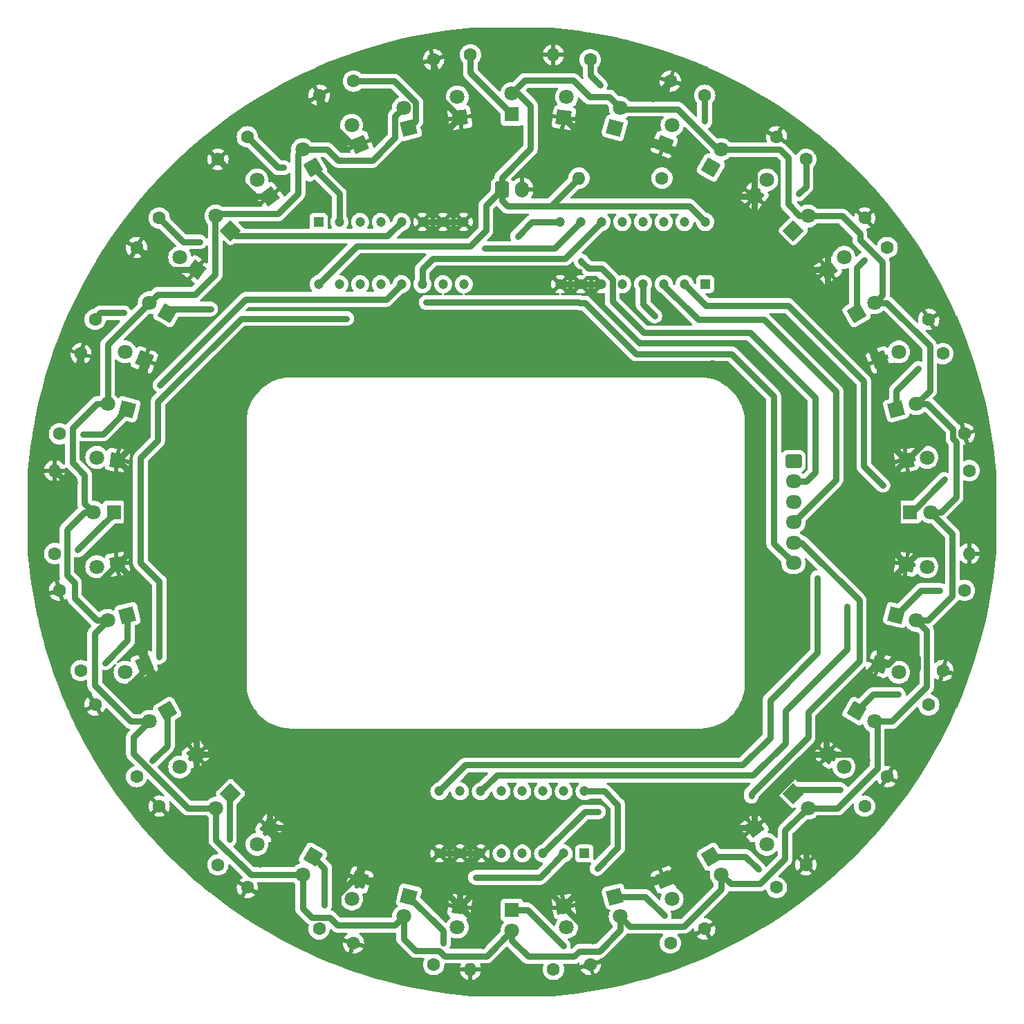
<source format=gbr>
%TF.GenerationSoftware,KiCad,Pcbnew,8.0.7*%
%TF.CreationDate,2025-02-18T21:39:35+09:00*%
%TF.ProjectId,LINESensorV3.1,4c494e45-5365-46e7-936f-7256332e312e,rev?*%
%TF.SameCoordinates,Original*%
%TF.FileFunction,Copper,L1,Top*%
%TF.FilePolarity,Positive*%
%FSLAX46Y46*%
G04 Gerber Fmt 4.6, Leading zero omitted, Abs format (unit mm)*
G04 Created by KiCad (PCBNEW 8.0.7) date 2025-02-18 21:39:35*
%MOMM*%
%LPD*%
G01*
G04 APERTURE LIST*
G04 Aperture macros list*
%AMRoundRect*
0 Rectangle with rounded corners*
0 $1 Rounding radius*
0 $2 $3 $4 $5 $6 $7 $8 $9 X,Y pos of 4 corners*
0 Add a 4 corners polygon primitive as box body*
4,1,4,$2,$3,$4,$5,$6,$7,$8,$9,$2,$3,0*
0 Add four circle primitives for the rounded corners*
1,1,$1+$1,$2,$3*
1,1,$1+$1,$4,$5*
1,1,$1+$1,$6,$7*
1,1,$1+$1,$8,$9*
0 Add four rect primitives between the rounded corners*
20,1,$1+$1,$2,$3,$4,$5,0*
20,1,$1+$1,$4,$5,$6,$7,0*
20,1,$1+$1,$6,$7,$8,$9,0*
20,1,$1+$1,$8,$9,$2,$3,0*%
%AMHorizOval*
0 Thick line with rounded ends*
0 $1 width*
0 $2 $3 position (X,Y) of the first rounded end (center of the circle)*
0 $4 $5 position (X,Y) of the second rounded end (center of the circle)*
0 Add line between two ends*
20,1,$1,$2,$3,$4,$5,0*
0 Add two circle primitives to create the rounded ends*
1,1,$1,$2,$3*
1,1,$1,$4,$5*%
%AMRotRect*
0 Rectangle, with rotation*
0 The origin of the aperture is its center*
0 $1 length*
0 $2 width*
0 $3 Rotation angle, in degrees counterclockwise*
0 Add horizontal line*
21,1,$1,$2,0,0,$3*%
G04 Aperture macros list end*
%TA.AperFunction,ComponentPad*%
%ADD10C,1.600000*%
%TD*%
%TA.AperFunction,ComponentPad*%
%ADD11HorizOval,1.600000X0.000000X0.000000X0.000000X0.000000X0*%
%TD*%
%TA.AperFunction,ComponentPad*%
%ADD12RotRect,1.800000X1.800000X225.000000*%
%TD*%
%TA.AperFunction,ComponentPad*%
%ADD13C,1.800000*%
%TD*%
%TA.AperFunction,ComponentPad*%
%ADD14RotRect,1.800000X1.800000X247.500000*%
%TD*%
%TA.AperFunction,ComponentPad*%
%ADD15RotRect,1.800000X1.800000X240.000000*%
%TD*%
%TA.AperFunction,ComponentPad*%
%ADD16O,1.600000X1.600000*%
%TD*%
%TA.AperFunction,ComponentPad*%
%ADD17RotRect,1.800000X1.800000X307.500000*%
%TD*%
%TA.AperFunction,ComponentPad*%
%ADD18RotRect,1.800000X1.800000X285.000000*%
%TD*%
%TA.AperFunction,ComponentPad*%
%ADD19HorizOval,1.600000X0.000000X0.000000X0.000000X0.000000X0*%
%TD*%
%TA.AperFunction,ComponentPad*%
%ADD20RotRect,1.800000X1.800000X300.000000*%
%TD*%
%TA.AperFunction,ComponentPad*%
%ADD21RotRect,1.800000X1.800000X127.500000*%
%TD*%
%TA.AperFunction,ComponentPad*%
%ADD22RotRect,1.800000X1.800000X7.500000*%
%TD*%
%TA.AperFunction,ComponentPad*%
%ADD23HorizOval,1.600000X0.000000X0.000000X0.000000X0.000000X0*%
%TD*%
%TA.AperFunction,ComponentPad*%
%ADD24RotRect,1.800000X1.800000X337.500000*%
%TD*%
%TA.AperFunction,ComponentPad*%
%ADD25RotRect,1.800000X1.800000X277.500000*%
%TD*%
%TA.AperFunction,ComponentPad*%
%ADD26HorizOval,1.600000X0.000000X0.000000X0.000000X0.000000X0*%
%TD*%
%TA.AperFunction,ComponentPad*%
%ADD27RotRect,1.800000X1.800000X15.000000*%
%TD*%
%TA.AperFunction,ComponentPad*%
%ADD28RotRect,1.800000X1.800000X22.500000*%
%TD*%
%TA.AperFunction,ComponentPad*%
%ADD29RotRect,1.800000X1.800000X255.000000*%
%TD*%
%TA.AperFunction,ComponentPad*%
%ADD30RotRect,1.800000X1.800000X45.000000*%
%TD*%
%TA.AperFunction,ComponentPad*%
%ADD31RotRect,1.800000X1.800000X75.000000*%
%TD*%
%TA.AperFunction,ComponentPad*%
%ADD32RotRect,1.800000X1.800000X82.500000*%
%TD*%
%TA.AperFunction,ComponentPad*%
%ADD33HorizOval,1.600000X0.000000X0.000000X0.000000X0.000000X0*%
%TD*%
%TA.AperFunction,ComponentPad*%
%ADD34RotRect,1.800000X1.800000X210.000000*%
%TD*%
%TA.AperFunction,ComponentPad*%
%ADD35RotRect,1.800000X1.800000X315.000000*%
%TD*%
%TA.AperFunction,ComponentPad*%
%ADD36R,1.800000X1.800000*%
%TD*%
%TA.AperFunction,ComponentPad*%
%ADD37HorizOval,1.600000X0.000000X0.000000X0.000000X0.000000X0*%
%TD*%
%TA.AperFunction,ComponentPad*%
%ADD38RotRect,1.800000X1.800000X97.500000*%
%TD*%
%TA.AperFunction,ComponentPad*%
%ADD39RotRect,1.800000X1.800000X112.500000*%
%TD*%
%TA.AperFunction,ComponentPad*%
%ADD40RotRect,1.800000X1.800000X345.000000*%
%TD*%
%TA.AperFunction,ComponentPad*%
%ADD41RotRect,1.800000X1.800000X157.500000*%
%TD*%
%TA.AperFunction,ComponentPad*%
%ADD42RotRect,1.800000X1.800000X60.000000*%
%TD*%
%TA.AperFunction,ComponentPad*%
%ADD43RotRect,1.800000X1.800000X217.500000*%
%TD*%
%TA.AperFunction,ComponentPad*%
%ADD44HorizOval,1.600000X0.000000X0.000000X0.000000X0.000000X0*%
%TD*%
%TA.AperFunction,ComponentPad*%
%ADD45RotRect,1.800000X1.800000X292.500000*%
%TD*%
%TA.AperFunction,ComponentPad*%
%ADD46HorizOval,1.600000X0.000000X0.000000X0.000000X0.000000X0*%
%TD*%
%TA.AperFunction,ComponentPad*%
%ADD47RotRect,1.800000X1.800000X105.000000*%
%TD*%
%TA.AperFunction,ComponentPad*%
%ADD48RotRect,1.800000X1.800000X37.500000*%
%TD*%
%TA.AperFunction,ComponentPad*%
%ADD49RotRect,1.800000X1.800000X172.500000*%
%TD*%
%TA.AperFunction,ComponentPad*%
%ADD50RotRect,1.800000X1.800000X352.500000*%
%TD*%
%TA.AperFunction,ComponentPad*%
%ADD51RotRect,1.800000X1.800000X165.000000*%
%TD*%
%TA.AperFunction,ComponentPad*%
%ADD52RotRect,1.800000X1.800000X330.000000*%
%TD*%
%TA.AperFunction,ComponentPad*%
%ADD53HorizOval,1.600000X0.000000X0.000000X0.000000X0.000000X0*%
%TD*%
%TA.AperFunction,ComponentPad*%
%ADD54RotRect,1.800000X1.800000X187.500000*%
%TD*%
%TA.AperFunction,ComponentPad*%
%ADD55RotRect,1.800000X1.800000X142.500000*%
%TD*%
%TA.AperFunction,ComponentPad*%
%ADD56RotRect,1.800000X1.800000X120.000000*%
%TD*%
%TA.AperFunction,ComponentPad*%
%ADD57RotRect,1.800000X1.800000X202.500000*%
%TD*%
%TA.AperFunction,ComponentPad*%
%ADD58HorizOval,1.600000X0.000000X0.000000X0.000000X0.000000X0*%
%TD*%
%TA.AperFunction,ComponentPad*%
%ADD59HorizOval,1.600000X0.000000X0.000000X0.000000X0.000000X0*%
%TD*%
%TA.AperFunction,ComponentPad*%
%ADD60RotRect,1.800000X1.800000X30.000000*%
%TD*%
%TA.AperFunction,ComponentPad*%
%ADD61HorizOval,1.600000X0.000000X0.000000X0.000000X0.000000X0*%
%TD*%
%TA.AperFunction,ComponentPad*%
%ADD62HorizOval,1.600000X0.000000X0.000000X0.000000X0.000000X0*%
%TD*%
%TA.AperFunction,ComponentPad*%
%ADD63HorizOval,1.600000X0.000000X0.000000X0.000000X0.000000X0*%
%TD*%
%TA.AperFunction,ComponentPad*%
%ADD64RotRect,1.800000X1.800000X195.000000*%
%TD*%
%TA.AperFunction,ComponentPad*%
%ADD65RotRect,1.800000X1.800000X67.500000*%
%TD*%
%TA.AperFunction,ComponentPad*%
%ADD66HorizOval,1.600000X0.000000X0.000000X0.000000X0.000000X0*%
%TD*%
%TA.AperFunction,ComponentPad*%
%ADD67RotRect,1.800000X1.800000X52.500000*%
%TD*%
%TA.AperFunction,ComponentPad*%
%ADD68HorizOval,1.600000X0.000000X0.000000X0.000000X0.000000X0*%
%TD*%
%TA.AperFunction,ComponentPad*%
%ADD69HorizOval,1.600000X0.000000X0.000000X0.000000X0.000000X0*%
%TD*%
%TA.AperFunction,ComponentPad*%
%ADD70RotRect,1.800000X1.800000X322.500000*%
%TD*%
%TA.AperFunction,ComponentPad*%
%ADD71RotRect,1.800000X1.800000X262.500000*%
%TD*%
%TA.AperFunction,ComponentPad*%
%ADD72RotRect,1.800000X1.800000X135.000000*%
%TD*%
%TA.AperFunction,ComponentPad*%
%ADD73RotRect,1.800000X1.800000X232.500000*%
%TD*%
%TA.AperFunction,ComponentPad*%
%ADD74RotRect,1.800000X1.800000X150.000000*%
%TD*%
%TA.AperFunction,ComponentPad*%
%ADD75HorizOval,1.600000X0.000000X0.000000X0.000000X0.000000X0*%
%TD*%
%TA.AperFunction,ComponentPad*%
%ADD76HorizOval,1.600000X0.000000X0.000000X0.000000X0.000000X0*%
%TD*%
%TA.AperFunction,ComponentPad*%
%ADD77HorizOval,1.600000X0.000000X0.000000X0.000000X0.000000X0*%
%TD*%
%TA.AperFunction,ComponentPad*%
%ADD78R,1.200000X1.200000*%
%TD*%
%TA.AperFunction,ComponentPad*%
%ADD79C,1.200000*%
%TD*%
%TA.AperFunction,ComponentPad*%
%ADD80RoundRect,0.250000X-0.600000X-0.750000X0.600000X-0.750000X0.600000X0.750000X-0.600000X0.750000X0*%
%TD*%
%TA.AperFunction,ComponentPad*%
%ADD81O,1.700000X2.000000*%
%TD*%
%TA.AperFunction,ComponentPad*%
%ADD82RoundRect,0.250000X-0.725000X0.600000X-0.725000X-0.600000X0.725000X-0.600000X0.725000X0.600000X0*%
%TD*%
%TA.AperFunction,ComponentPad*%
%ADD83O,1.950000X1.700000*%
%TD*%
%TA.AperFunction,ViaPad*%
%ADD84C,0.600000*%
%TD*%
%TA.AperFunction,Conductor*%
%ADD85C,0.800000*%
%TD*%
G04 APERTURE END LIST*
D10*
%TO.P,R15,1*%
%TO.N,Net-(T14-K)*%
X190413036Y-205406647D03*
D11*
%TO.P,R15,2*%
%TO.N,GND*%
X180599230Y-202777045D03*
%TD*%
D12*
%TO.P,T16,1,K*%
%TO.N,Net-(IC2-7)*%
X165546222Y-184453778D03*
D13*
%TO.P,T16,2,A*%
%TO.N,+5V*%
X163750171Y-186249829D03*
%TD*%
D14*
%TO.P,D14,1,K*%
%TO.N,GND*%
X181353750Y-195016031D03*
D13*
%TO.P,D14,2,A*%
%TO.N,Net-(D1-A)*%
X180381734Y-197362685D03*
%TD*%
D15*
%TO.P,T15,1,K*%
%TO.N,Net-(IC2-6)*%
X175637500Y-192197088D03*
D13*
%TO.P,T15,2,A*%
%TO.N,+5V*%
X174367500Y-194396793D03*
%TD*%
D10*
%TO.P,R20,1*%
%TO.N,Net-(IC3-2)*%
X144000000Y-155080000D03*
D16*
%TO.P,R20,2*%
%TO.N,GND*%
X144000000Y-144920000D03*
%TD*%
D10*
%TO.P,R8,1*%
%TO.N,Net-(IC1-6)*%
X256000000Y-144920000D03*
D16*
%TO.P,R8,2*%
%TO.N,GND*%
X256000000Y-155080000D03*
%TD*%
D17*
%TO.P,D10,1,K*%
%TO.N,GND*%
X229661900Y-188656142D03*
D13*
%TO.P,D10,2,A*%
%TO.N,Net-(D1-A)*%
X231208154Y-190671259D03*
%TD*%
D18*
%TO.P,T12,1,K*%
%TO.N,Net-(IC2-3)*%
X212610958Y-197064736D03*
D13*
%TO.P,T12,2,A*%
%TO.N,+5V*%
X213268358Y-199518188D03*
%TD*%
D10*
%TO.P,R13,1*%
%TO.N,Net-(IC2-3)*%
X219400770Y-202777046D03*
D19*
%TO.P,R13,2*%
%TO.N,GND*%
X209586965Y-205406647D03*
%TD*%
D20*
%TO.P,T11,1,K*%
%TO.N,Net-(IC2-2)*%
X224362500Y-192197088D03*
D13*
%TO.P,T11,2,A*%
%TO.N,+5V*%
X225632500Y-194396793D03*
%TD*%
D21*
%TO.P,D22,1,K*%
%TO.N,GND*%
X170338100Y-111343859D03*
D13*
%TO.P,D22,2,A*%
%TO.N,Net-(D1-A)*%
X168791846Y-109328742D03*
%TD*%
D22*
%TO.P,D6,1,K*%
%TO.N,GND*%
X248308151Y-143640111D03*
D13*
%TO.P,D6,2,A*%
%TO.N,Net-(D1-A)*%
X250826421Y-143308574D03*
%TD*%
D10*
%TO.P,R12,1*%
%TO.N,Net-(IC2-2)*%
X232399409Y-195957423D03*
D23*
%TO.P,R12,2*%
%TO.N,GND*%
X223600591Y-201037423D03*
%TD*%
D24*
%TO.P,D8,1,K*%
%TO.N,GND*%
X245016031Y-168646251D03*
D13*
%TO.P,D8,2,A*%
%TO.N,Net-(D1-A)*%
X247362685Y-169618267D03*
%TD*%
D25*
%TO.P,D12,1,K*%
%TO.N,GND*%
X206359889Y-198308151D03*
D13*
%TO.P,D12,2,A*%
%TO.N,Net-(D1-A)*%
X206691426Y-200826421D03*
%TD*%
D10*
%TO.P,R2,1*%
%TO.N,Net-(IC1-0)*%
X194920000Y-94000000D03*
D16*
%TO.P,R2,2*%
%TO.N,GND*%
X205080000Y-94000000D03*
%TD*%
D10*
%TO.P,R25,1*%
%TO.N,Net-(IC3-7)*%
X180599230Y-97222954D03*
D26*
%TO.P,R25,2*%
%TO.N,GND*%
X190413035Y-94593353D03*
%TD*%
D27*
%TO.P,T6,1,K*%
%TO.N,Net-(T6-K)*%
X247064736Y-137389042D03*
D13*
%TO.P,T6,2,A*%
%TO.N,+5V*%
X249518188Y-136731642D03*
%TD*%
D28*
%TO.P,D5,1,K*%
%TO.N,GND*%
X245016031Y-131353750D03*
D13*
%TO.P,D5,2,A*%
%TO.N,Net-(D1-A)*%
X247362685Y-130381734D03*
%TD*%
D10*
%TO.P,R1,1*%
%TO.N,Net-(D1-A)*%
X218367731Y-109104570D03*
D16*
%TO.P,R1,2*%
%TO.N,+5V*%
X208207731Y-109104570D03*
%TD*%
D29*
%TO.P,T14,1,K*%
%TO.N,Net-(T14-K)*%
X187389042Y-197064736D03*
D13*
%TO.P,T14,2,A*%
%TO.N,+5V*%
X186731642Y-199518188D03*
%TD*%
D30*
%TO.P,T4,1,K*%
%TO.N,Net-(IC1-3)*%
X234453778Y-115546222D03*
D13*
%TO.P,T4,2,A*%
%TO.N,+5V*%
X236249829Y-113750171D03*
%TD*%
D31*
%TO.P,T2,1,K*%
%TO.N,Net-(IC1-1)*%
X212610958Y-102935265D03*
D13*
%TO.P,T2,2,A*%
%TO.N,+5V*%
X213268358Y-100481813D03*
%TD*%
D32*
%TO.P,D1,1,K*%
%TO.N,GND*%
X206359889Y-101691850D03*
D13*
%TO.P,D1,2,A*%
%TO.N,Net-(D1-A)*%
X206691426Y-99173580D03*
%TD*%
D10*
%TO.P,R21,1*%
%TO.N,Net-(IC3-3)*%
X144593354Y-140413036D03*
D33*
%TO.P,R21,2*%
%TO.N,GND*%
X147222955Y-130599231D03*
%TD*%
D34*
%TO.P,T17,1,K*%
%TO.N,Net-(IC3-0)*%
X157802913Y-174362500D03*
D13*
%TO.P,T17,2,A*%
%TO.N,+5V*%
X155603208Y-175632500D03*
%TD*%
D35*
%TO.P,T10,1,K*%
%TO.N,Net-(IC2-1)*%
X234453778Y-184453778D03*
D13*
%TO.P,T10,2,A*%
%TO.N,+5V*%
X236249829Y-186249829D03*
%TD*%
D36*
%TO.P,T13,1,K*%
%TO.N,Net-(IC2-4)*%
X200000000Y-198725000D03*
D13*
%TO.P,T13,2,A*%
%TO.N,+5V*%
X200000000Y-201265000D03*
%TD*%
D10*
%TO.P,R18,1*%
%TO.N,Net-(IC3-0)*%
X154042577Y-182399409D03*
D37*
%TO.P,R18,2*%
%TO.N,GND*%
X148962577Y-173600591D03*
%TD*%
D38*
%TO.P,D24,1,K*%
%TO.N,GND*%
X193640111Y-101691850D03*
D13*
%TO.P,D24,2,A*%
%TO.N,Net-(D1-A)*%
X193308574Y-99173580D03*
%TD*%
D39*
%TO.P,D23,1,K*%
%TO.N,GND*%
X181353750Y-104983970D03*
D13*
%TO.P,D23,2,A*%
%TO.N,Net-(D1-A)*%
X180381734Y-102637316D03*
%TD*%
D40*
%TO.P,T8,1,K*%
%TO.N,Net-(IC1-7)*%
X247064736Y-162610958D03*
D13*
%TO.P,T8,2,A*%
%TO.N,+5V*%
X249518188Y-163268358D03*
%TD*%
D41*
%TO.P,D20,1,K*%
%TO.N,GND*%
X154983970Y-131353750D03*
D13*
%TO.P,D20,2,A*%
%TO.N,Net-(D1-A)*%
X152637316Y-130381734D03*
%TD*%
D42*
%TO.P,T3,1,K*%
%TO.N,Net-(IC1-2)*%
X224362500Y-107802913D03*
D13*
%TO.P,T3,2,A*%
%TO.N,+5V*%
X225632500Y-105603208D03*
%TD*%
D43*
%TO.P,D16,1,K*%
%TO.N,GND*%
X161343859Y-179661900D03*
D13*
%TO.P,D16,2,A*%
%TO.N,Net-(D1-A)*%
X159328742Y-181208154D03*
%TD*%
D10*
%TO.P,R5,1*%
%TO.N,Net-(IC1-3)*%
X236005878Y-106809918D03*
D44*
%TO.P,R5,2*%
%TO.N,GND*%
X243190083Y-113994123D03*
%TD*%
D45*
%TO.P,D11,1,K*%
%TO.N,GND*%
X218646251Y-195016031D03*
D13*
%TO.P,D11,2,A*%
%TO.N,Net-(D1-A)*%
X219618267Y-197362685D03*
%TD*%
D10*
%TO.P,R23,1*%
%TO.N,Net-(T22-K)*%
X156809917Y-113994122D03*
D46*
%TO.P,R23,2*%
%TO.N,GND*%
X163994122Y-106809917D03*
%TD*%
D47*
%TO.P,T24,1,K*%
%TO.N,Net-(IC3-7)*%
X187389042Y-102935265D03*
D13*
%TO.P,T24,2,A*%
%TO.N,+5V*%
X186731642Y-100481813D03*
%TD*%
D48*
%TO.P,D4,1,K*%
%TO.N,GND*%
X238656142Y-120338100D03*
D13*
%TO.P,D4,2,A*%
%TO.N,Net-(D1-A)*%
X240671259Y-118791846D03*
%TD*%
D49*
%TO.P,D19,1,K*%
%TO.N,GND*%
X151691850Y-143640111D03*
D13*
%TO.P,D19,2,A*%
%TO.N,Net-(D1-A)*%
X149173580Y-143308574D03*
%TD*%
D50*
%TO.P,D7,1,K*%
%TO.N,GND*%
X248308151Y-156359889D03*
D13*
%TO.P,D7,2,A*%
%TO.N,Net-(D1-A)*%
X250826421Y-156691426D03*
%TD*%
D51*
%TO.P,T20,1,K*%
%TO.N,Net-(IC3-3)*%
X152935265Y-137389042D03*
D13*
%TO.P,T20,2,A*%
%TO.N,+5V*%
X150481813Y-136731642D03*
%TD*%
D52*
%TO.P,T9,1,K*%
%TO.N,Net-(IC2-0)*%
X242197088Y-174362500D03*
D13*
%TO.P,T9,2,A*%
%TO.N,+5V*%
X244396793Y-175632500D03*
%TD*%
D10*
%TO.P,R3,1*%
%TO.N,Net-(IC1-1)*%
X209586964Y-94593354D03*
D53*
%TO.P,R3,2*%
%TO.N,GND*%
X219400769Y-97222955D03*
%TD*%
D54*
%TO.P,D18,1,K*%
%TO.N,GND*%
X151691850Y-156359889D03*
D13*
%TO.P,D18,2,A*%
%TO.N,Net-(D1-A)*%
X149173580Y-156691426D03*
%TD*%
D36*
%TO.P,T7,1,K*%
%TO.N,Net-(IC1-6)*%
X248725000Y-150000000D03*
D13*
%TO.P,T7,2,A*%
%TO.N,+5V*%
X251265000Y-150000000D03*
%TD*%
D36*
%TO.P,T1,1,K*%
%TO.N,Net-(IC1-0)*%
X200000000Y-101275000D03*
D13*
%TO.P,T1,2,A*%
%TO.N,+5V*%
X200000000Y-98735000D03*
%TD*%
D55*
%TO.P,D21,1,K*%
%TO.N,GND*%
X161343859Y-120338100D03*
D13*
%TO.P,D21,2,A*%
%TO.N,Net-(D1-A)*%
X159328742Y-118791846D03*
%TD*%
D56*
%TO.P,T23,1,K*%
%TO.N,Net-(IC3-6)*%
X175637500Y-107802913D03*
D13*
%TO.P,T23,2,A*%
%TO.N,+5V*%
X174367500Y-105603208D03*
%TD*%
D10*
%TO.P,R14,1*%
%TO.N,Net-(IC2-4)*%
X205080000Y-206000000D03*
D16*
%TO.P,R14,2*%
%TO.N,GND*%
X194920000Y-206000000D03*
%TD*%
D36*
%TO.P,T19,1,K*%
%TO.N,Net-(IC3-2)*%
X151275000Y-150000000D03*
D13*
%TO.P,T19,2,A*%
%TO.N,+5V*%
X148735000Y-150000000D03*
%TD*%
D57*
%TO.P,D17,1,K*%
%TO.N,GND*%
X154983970Y-168646251D03*
D13*
%TO.P,D17,2,A*%
%TO.N,Net-(D1-A)*%
X152637316Y-169618267D03*
%TD*%
D10*
%TO.P,R17,1*%
%TO.N,Net-(IC2-7)*%
X163994123Y-193190083D03*
D58*
%TO.P,R17,2*%
%TO.N,GND*%
X156809918Y-186005878D03*
%TD*%
D10*
%TO.P,R9,1*%
%TO.N,Net-(IC1-7)*%
X255406647Y-159586964D03*
D59*
%TO.P,R9,2*%
%TO.N,GND*%
X252777046Y-169400769D03*
%TD*%
D60*
%TO.P,T5,1,K*%
%TO.N,Net-(IC1-4)*%
X242197088Y-125637500D03*
D13*
%TO.P,T5,2,A*%
%TO.N,+5V*%
X244396793Y-124367500D03*
%TD*%
D10*
%TO.P,R7,1*%
%TO.N,Net-(T6-K)*%
X252777046Y-130599230D03*
D61*
%TO.P,R7,2*%
%TO.N,GND*%
X255406647Y-140413035D03*
%TD*%
D10*
%TO.P,R16,1*%
%TO.N,Net-(IC2-6)*%
X176399409Y-201037423D03*
D62*
%TO.P,R16,2*%
%TO.N,GND*%
X167600591Y-195957423D03*
%TD*%
D10*
%TO.P,R6,1*%
%TO.N,Net-(IC1-4)*%
X245957423Y-117600591D03*
D63*
%TO.P,R6,2*%
%TO.N,GND*%
X251037423Y-126399409D03*
%TD*%
D64*
%TO.P,T18,1,K*%
%TO.N,Net-(IC3-1)*%
X152935265Y-162610958D03*
D13*
%TO.P,T18,2,A*%
%TO.N,+5V*%
X150481813Y-163268358D03*
%TD*%
D65*
%TO.P,D2,1,K*%
%TO.N,GND*%
X218646251Y-104983970D03*
D13*
%TO.P,D2,2,A*%
%TO.N,Net-(D1-A)*%
X219618267Y-102637316D03*
%TD*%
D10*
%TO.P,R22,1*%
%TO.N,Net-(IC3-4)*%
X148962577Y-126399409D03*
D66*
%TO.P,R22,2*%
%TO.N,GND*%
X154042577Y-117600591D03*
%TD*%
D67*
%TO.P,D3,1,K*%
%TO.N,GND*%
X229661900Y-111343859D03*
D13*
%TO.P,D3,2,A*%
%TO.N,Net-(D1-A)*%
X231208154Y-109328742D03*
%TD*%
D10*
%TO.P,R11,1*%
%TO.N,Net-(IC2-1)*%
X243190083Y-186005878D03*
D68*
%TO.P,R11,2*%
%TO.N,GND*%
X236005878Y-193190083D03*
%TD*%
D10*
%TO.P,R10,1*%
%TO.N,Net-(IC2-0)*%
X251037423Y-173600591D03*
D69*
%TO.P,R10,2*%
%TO.N,GND*%
X245957423Y-182399409D03*
%TD*%
D70*
%TO.P,D9,1,K*%
%TO.N,GND*%
X238656142Y-179661900D03*
D13*
%TO.P,D9,2,A*%
%TO.N,Net-(D1-A)*%
X240671259Y-181208154D03*
%TD*%
D71*
%TO.P,D13,1,K*%
%TO.N,GND*%
X193640111Y-198308151D03*
D13*
%TO.P,D13,2,A*%
%TO.N,Net-(D1-A)*%
X193308574Y-200826421D03*
%TD*%
D72*
%TO.P,T22,1,K*%
%TO.N,Net-(T22-K)*%
X165546222Y-115546222D03*
D13*
%TO.P,T22,2,A*%
%TO.N,+5V*%
X163750171Y-113750171D03*
%TD*%
D73*
%TO.P,D15,1,K*%
%TO.N,GND*%
X170338100Y-188656142D03*
D13*
%TO.P,D15,2,A*%
%TO.N,Net-(D1-A)*%
X168791846Y-190671259D03*
%TD*%
D74*
%TO.P,T21,1,K*%
%TO.N,Net-(IC3-4)*%
X157802913Y-125637500D03*
D13*
%TO.P,T21,2,A*%
%TO.N,+5V*%
X155603208Y-124367500D03*
%TD*%
D10*
%TO.P,R4,1*%
%TO.N,Net-(IC1-2)*%
X223600591Y-98962577D03*
D75*
%TO.P,R4,2*%
%TO.N,GND*%
X232399409Y-104042577D03*
%TD*%
D10*
%TO.P,R24,1*%
%TO.N,Net-(IC3-6)*%
X167600591Y-104042577D03*
D76*
%TO.P,R24,2*%
%TO.N,GND*%
X176399409Y-98962577D03*
%TD*%
D10*
%TO.P,R19,1*%
%TO.N,Net-(IC3-1)*%
X147222954Y-169400770D03*
D77*
%TO.P,R19,2*%
%TO.N,GND*%
X144593353Y-159586965D03*
%TD*%
D78*
%TO.P,IC1,1,4*%
%TO.N,Net-(IC1-4)*%
X223681639Y-122089227D03*
D79*
%TO.P,IC1,2,6*%
%TO.N,Net-(IC1-6)*%
X221141639Y-122089227D03*
%TO.P,IC1,3,COM*%
%TO.N,Net-(IC1-COM)*%
X218601639Y-122089227D03*
%TO.P,IC1,4,7*%
%TO.N,Net-(IC1-7)*%
X216061639Y-122089227D03*
%TO.P,IC1,5,5*%
%TO.N,Net-(T6-K)*%
X213521639Y-122089227D03*
%TO.P,IC1,6,INH*%
%TO.N,GND*%
X210981639Y-122089227D03*
%TO.P,IC1,7,VEE*%
X208441639Y-122089227D03*
%TO.P,IC1,8,VSS*%
X205901639Y-122089227D03*
%TO.P,IC1,9,C*%
%TO.N,Net-(IC1-C)*%
X205901639Y-114469227D03*
%TO.P,IC1,10,B*%
%TO.N,Net-(IC1-B)*%
X208441639Y-114469227D03*
%TO.P,IC1,11,A*%
%TO.N,Net-(IC1-A)*%
X210981639Y-114469227D03*
%TO.P,IC1,12,3*%
%TO.N,Net-(IC1-3)*%
X213521639Y-114469227D03*
%TO.P,IC1,13,0*%
%TO.N,Net-(IC1-0)*%
X216061639Y-114469227D03*
%TO.P,IC1,14,1*%
%TO.N,Net-(IC1-1)*%
X218601639Y-114469227D03*
%TO.P,IC1,15,2*%
%TO.N,Net-(IC1-2)*%
X221141639Y-114469227D03*
%TO.P,IC1,16,VDD*%
%TO.N,+5V*%
X223681639Y-114469227D03*
%TD*%
D80*
%TO.P,J2,1,Pin_1*%
%TO.N,+5V*%
X198750000Y-110525000D03*
D81*
%TO.P,J2,2,Pin_2*%
%TO.N,GND*%
X201250000Y-110525000D03*
%TD*%
D82*
%TO.P,J1,1,Pin_1*%
%TO.N,Net-(IC1-A)*%
X234475000Y-143750000D03*
D83*
%TO.P,J1,2,Pin_2*%
%TO.N,Net-(IC1-B)*%
X234475000Y-146250000D03*
%TO.P,J1,3,Pin_3*%
%TO.N,Net-(IC1-C)*%
X234475000Y-148750000D03*
%TO.P,J1,4,Pin_4*%
%TO.N,Net-(IC1-COM)*%
X234475000Y-151250000D03*
%TO.P,J1,5,Pin_5*%
%TO.N,Net-(IC2-COM)*%
X234475000Y-153750000D03*
%TO.P,J1,6,Pin_6*%
%TO.N,Net-(IC3-COM)*%
X234475000Y-156250000D03*
%TD*%
D78*
%TO.P,IC3,1,4*%
%TO.N,Net-(IC3-4)*%
X176318361Y-114469227D03*
D79*
%TO.P,IC3,2,6*%
%TO.N,Net-(IC3-6)*%
X178858361Y-114469227D03*
%TO.P,IC3,3,COM*%
%TO.N,Net-(IC3-COM)*%
X181398361Y-114469227D03*
%TO.P,IC3,4,7*%
%TO.N,Net-(IC3-7)*%
X183938361Y-114469227D03*
%TO.P,IC3,5,5*%
%TO.N,Net-(T22-K)*%
X186478361Y-114469227D03*
%TO.P,IC3,6,INH*%
%TO.N,GND*%
X189018361Y-114469227D03*
%TO.P,IC3,7,VEE*%
X191558361Y-114469227D03*
%TO.P,IC3,8,VSS*%
X194098361Y-114469227D03*
%TO.P,IC3,9,C*%
%TO.N,Net-(IC1-C)*%
X194098361Y-122089227D03*
%TO.P,IC3,10,B*%
%TO.N,Net-(IC1-B)*%
X191558361Y-122089227D03*
%TO.P,IC3,11,A*%
%TO.N,Net-(IC1-A)*%
X189018361Y-122089227D03*
%TO.P,IC3,12,3*%
%TO.N,Net-(IC3-3)*%
X186478361Y-122089227D03*
%TO.P,IC3,13,0*%
%TO.N,Net-(IC3-0)*%
X183938361Y-122089227D03*
%TO.P,IC3,14,1*%
%TO.N,Net-(IC3-1)*%
X181398361Y-122089227D03*
%TO.P,IC3,15,2*%
%TO.N,Net-(IC3-2)*%
X178858361Y-122089227D03*
%TO.P,IC3,16,VDD*%
%TO.N,+5V*%
X176318361Y-122089227D03*
%TD*%
%TO.P,IC2,16,VDD*%
%TO.N,+5V*%
X208890000Y-184190000D03*
%TO.P,IC2,15,2*%
%TO.N,Net-(IC2-2)*%
X206350000Y-184190000D03*
%TO.P,IC2,14,1*%
%TO.N,Net-(IC2-1)*%
X203810000Y-184190000D03*
%TO.P,IC2,13,0*%
%TO.N,Net-(IC2-0)*%
X201270000Y-184190000D03*
%TO.P,IC2,12,3*%
%TO.N,Net-(IC2-3)*%
X198730000Y-184190000D03*
%TO.P,IC2,11,A*%
%TO.N,Net-(IC1-A)*%
X196190000Y-184190000D03*
%TO.P,IC2,10,B*%
%TO.N,Net-(IC1-B)*%
X193650000Y-184190000D03*
%TO.P,IC2,9,C*%
%TO.N,Net-(IC1-C)*%
X191110000Y-184190000D03*
%TO.P,IC2,8,VSS*%
%TO.N,GND*%
X191110000Y-191810000D03*
%TO.P,IC2,7,VEE*%
X193650000Y-191810000D03*
%TO.P,IC2,6,INH*%
X196190000Y-191810000D03*
%TO.P,IC2,5,5*%
%TO.N,Net-(T14-K)*%
X198730000Y-191810000D03*
%TO.P,IC2,4,7*%
%TO.N,Net-(IC2-7)*%
X201270000Y-191810000D03*
%TO.P,IC2,3,COM*%
%TO.N,Net-(IC2-COM)*%
X203810000Y-191810000D03*
%TO.P,IC2,2,6*%
%TO.N,Net-(IC2-6)*%
X206350000Y-191810000D03*
D78*
%TO.P,IC2,1,4*%
%TO.N,Net-(IC2-4)*%
X208890000Y-191810000D03*
%TD*%
D84*
%TO.N,GND*%
X191570000Y-197620000D03*
X197720000Y-198320000D03*
X215320000Y-193810000D03*
X226430000Y-189770000D03*
X232020000Y-186150000D03*
X236370000Y-181670000D03*
X240040000Y-176570000D03*
X242990000Y-171620000D03*
X246000000Y-165490000D03*
X248120000Y-153180000D03*
X248370000Y-146750000D03*
X246750000Y-140460000D03*
X245780000Y-134580000D03*
X243330000Y-128400000D03*
X240350000Y-123200000D03*
X236120000Y-118800000D03*
X231440000Y-113980000D03*
X226540000Y-109800000D03*
X222110000Y-106850000D03*
X215350000Y-103930000D03*
X209440000Y-102730000D03*
X203890000Y-98680000D03*
X197580000Y-96420000D03*
X189980000Y-103340000D03*
X176530000Y-103950000D03*
X165780000Y-111750000D03*
X166590000Y-119490000D03*
X155760000Y-121130000D03*
X156840000Y-127900000D03*
X152500000Y-135140000D03*
X152550000Y-141100000D03*
X151580000Y-147640000D03*
X151690000Y-153460000D03*
X153140000Y-159750000D03*
X154090000Y-173530000D03*
X160130000Y-176850000D03*
X164210000Y-182610000D03*
X168700000Y-187200000D03*
X173260000Y-189840000D03*
X185080000Y-195710000D03*
X234730000Y-139800000D03*
X234460000Y-137120000D03*
X240920000Y-147800000D03*
X208970000Y-189230000D03*
X204680000Y-186750000D03*
X197360000Y-187590000D03*
X193380000Y-186560000D03*
X178570000Y-202130000D03*
X192330000Y-206370000D03*
X207180000Y-206650000D03*
X222310000Y-202520000D03*
X235280000Y-195470000D03*
X245620000Y-184760000D03*
X253270000Y-172030000D03*
X257040000Y-157700000D03*
X256470000Y-142620000D03*
X252670000Y-127680000D03*
X244630000Y-115550000D03*
X234910000Y-104840000D03*
X221940000Y-97790000D03*
X207320000Y-93770000D03*
X203370000Y-91640000D03*
X196860000Y-91770000D03*
X192600000Y-93770000D03*
X189960000Y-91890000D03*
X180380000Y-94520000D03*
X178370000Y-97530000D03*
X174050000Y-97160000D03*
X165340000Y-105050000D03*
X165910000Y-101920000D03*
X154910000Y-115750000D03*
X161400000Y-106230000D03*
X157220000Y-110270000D03*
X151100000Y-117480000D03*
X147900000Y-122410000D03*
X143610000Y-132660000D03*
X147140000Y-128370000D03*
X165630000Y-194870000D03*
X155300000Y-184720000D03*
X147210000Y-171560000D03*
X142140000Y-157560000D03*
X142230000Y-142240000D03*
X142550000Y-137920000D03*
X141670000Y-147940000D03*
X141230000Y-154020000D03*
X142890000Y-162370000D03*
X144470000Y-167210000D03*
X147590000Y-176760000D03*
X150500000Y-182310000D03*
X154920000Y-187760000D03*
X161250000Y-194250000D03*
X168390000Y-199170000D03*
X174090000Y-202680000D03*
X182320000Y-205780000D03*
X187180000Y-207280000D03*
X192740000Y-208340000D03*
X197360000Y-208290000D03*
X203760000Y-208230000D03*
X226690000Y-202720000D03*
X217650000Y-205430000D03*
X232040000Y-199430000D03*
X238050000Y-194590000D03*
X248680000Y-183550000D03*
X244840000Y-188280000D03*
X251680000Y-177540000D03*
X255250000Y-169170000D03*
X256930000Y-161740000D03*
X258170000Y-153570000D03*
X258070000Y-143610000D03*
X257040000Y-135530000D03*
X255070000Y-128950000D03*
X250370000Y-119370000D03*
X241540000Y-109320000D03*
X235800000Y-103400000D03*
X229560000Y-99560000D03*
X225340000Y-97090000D03*
X218990000Y-94250000D03*
X213390000Y-92790000D03*
X182870000Y-191390000D03*
X187630000Y-191320000D03*
X215820000Y-189440000D03*
X220960000Y-189510000D03*
X216640000Y-184930000D03*
X224530000Y-184810000D03*
X245390000Y-143960000D03*
X244450000Y-156240000D03*
X244640000Y-149970000D03*
X239690000Y-128610000D03*
X235930000Y-124160000D03*
X198280000Y-116190000D03*
X190350000Y-116120000D03*
X187970000Y-119130000D03*
X182420000Y-119790000D03*
X190810000Y-120430000D03*
X172910000Y-114060000D03*
X177020000Y-112050000D03*
X182310000Y-111620000D03*
X184820000Y-108740000D03*
X191530000Y-111600000D03*
X193170000Y-105110000D03*
X227410000Y-114190000D03*
X224040000Y-112320000D03*
X231120000Y-119980000D03*
X226270000Y-118620000D03*
X205020000Y-108830000D03*
X203820000Y-104970000D03*
X197930000Y-103490000D03*
X177810000Y-118030000D03*
X158530000Y-130190000D03*
X161410000Y-127770000D03*
X164940000Y-122480000D03*
X170100000Y-118200000D03*
X173990000Y-119760000D03*
X171100000Y-122480000D03*
X183650000Y-130620000D03*
X174190000Y-130870000D03*
X165480000Y-133310000D03*
X161530000Y-141270000D03*
X164540000Y-155050000D03*
X160090000Y-148720000D03*
X159340000Y-158620000D03*
X165290000Y-164320000D03*
X161850000Y-171470000D03*
X164100000Y-176980000D03*
X173500000Y-177980000D03*
X177760000Y-184120000D03*
X185090000Y-178290000D03*
X189910000Y-179860000D03*
X187030000Y-186440000D03*
X182520000Y-187750000D03*
X195620000Y-178670000D03*
X205450000Y-178110000D03*
X221610000Y-177860000D03*
X229010000Y-175910000D03*
X230070000Y-168400000D03*
X234400000Y-166890000D03*
X234140000Y-161570000D03*
X229880000Y-154610000D03*
X229630000Y-145090000D03*
X229260000Y-135380000D03*
X224620000Y-131680000D03*
X215040000Y-132430000D03*
X204760000Y-127990000D03*
X199980000Y-132250000D03*
X187200000Y-127360000D03*
X201780000Y-122730000D03*
X201360000Y-120470000D03*
X197520000Y-121970000D03*
X208390000Y-120490000D03*
X205900000Y-120330000D03*
X219020000Y-117950000D03*
X217130000Y-120140000D03*
X212030000Y-117420000D03*
X222470000Y-118510000D03*
X222160000Y-197360000D03*
X159600000Y-183620000D03*
X240380000Y-115520000D03*
X146490000Y-146430000D03*
X169110000Y-193160000D03*
X230440000Y-106950000D03*
X178730000Y-198550000D03*
X149060000Y-133610000D03*
X186010000Y-105960000D03*
X235330000Y-189360000D03*
X147740000Y-159590000D03*
X252650000Y-155090000D03*
X249590000Y-130590000D03*
X243455000Y-180375000D03*
X151330000Y-171800000D03*
X217250000Y-99390000D03*
X252400000Y-140460000D03*
X249650000Y-169180000D03*
X209910000Y-202540000D03*
X196430000Y-203100000D03*
%TO.N,Net-(IC1-C)*%
X237410000Y-158050000D03*
X200690000Y-116240000D03*
%TO.N,Net-(IC1-B)*%
X208470000Y-119230000D03*
X196700000Y-117710000D03*
%TO.N,Net-(T6-K)*%
X249750000Y-132410000D03*
%TO.N,Net-(IC1-3)*%
X235080000Y-111040000D03*
%TO.N,Net-(IC1-4)*%
X243150000Y-119100000D03*
%TO.N,Net-(IC1-7)*%
X252410000Y-159590000D03*
X217510000Y-125980000D03*
%TO.N,Net-(IC1-6)*%
X245440000Y-146715000D03*
X252980000Y-146010000D03*
%TO.N,Net-(IC1-A)*%
X241040000Y-161540000D03*
%TO.N,Net-(IC1-2)*%
X223630000Y-102140000D03*
%TO.N,+5V*%
X210430000Y-193630000D03*
%TO.N,Net-(IC1-1)*%
X210800000Y-97700000D03*
%TO.N,Net-(IC2-7)*%
X165395000Y-190115000D03*
%TO.N,Net-(T14-K)*%
X191620000Y-202800000D03*
%TO.N,Net-(IC2-0)*%
X247300000Y-172330000D03*
%TO.N,Net-(IC2-1)*%
X240200000Y-183990000D03*
%TO.N,Net-(IC2-6)*%
X177050000Y-198130000D03*
X195540000Y-194730000D03*
%TO.N,Net-(IC2-2)*%
X230170000Y-193740000D03*
%TO.N,Net-(IC2-4)*%
X206285000Y-203125000D03*
%TO.N,Net-(IC2-3)*%
X218640000Y-199370000D03*
%TO.N,Net-(IC2-COM)*%
X229310000Y-184770000D03*
X210580000Y-186710000D03*
%TO.N,Net-(T22-K)*%
X161770000Y-116910000D03*
%TO.N,Net-(IC3-3)*%
X156910000Y-134430000D03*
X147500000Y-140430000D03*
%TO.N,Net-(IC3-2)*%
X146820000Y-154630000D03*
%TO.N,Net-(IC3-4)*%
X163100000Y-125140000D03*
X152460000Y-125600000D03*
%TO.N,Net-(IC3-COM)*%
X189500000Y-124320000D03*
%TO.N,Net-(IC3-1)*%
X150200000Y-168470000D03*
%TO.N,Net-(IC3-6)*%
X172060000Y-107810000D03*
%TO.N,Net-(IC3-0)*%
X179760000Y-126290000D03*
X155970000Y-180460000D03*
X156820000Y-167730000D03*
%TD*%
D85*
%TO.N,Net-(IC1-COM)*%
X239670000Y-146055000D02*
X234475000Y-151250000D01*
X239670000Y-135210000D02*
X239670000Y-146055000D01*
X230910000Y-126450000D02*
X239670000Y-135210000D01*
X222820000Y-126450000D02*
X230910000Y-126450000D01*
X218601639Y-122231639D02*
X222820000Y-126450000D01*
X218601639Y-122089227D02*
X218601639Y-122231639D01*
%TO.N,Net-(IC3-COM)*%
X208290000Y-124400000D02*
X208210000Y-124320000D01*
X232050000Y-135800000D02*
X226870000Y-130620000D01*
X215200000Y-130620000D02*
X208980000Y-124400000D01*
X232050000Y-153825000D02*
X232050000Y-135800000D01*
X208210000Y-124320000D02*
X189500000Y-124320000D01*
X234475000Y-156250000D02*
X232050000Y-153825000D01*
X226870000Y-130620000D02*
X215200000Y-130620000D01*
X208980000Y-124400000D02*
X208290000Y-124400000D01*
%TO.N,Net-(IC1-B)*%
X208470000Y-119270000D02*
X208470000Y-119230000D01*
X210970000Y-120170000D02*
X209370000Y-120170000D01*
X216120000Y-128060000D02*
X212290000Y-124230000D01*
X229180000Y-128060000D02*
X216120000Y-128060000D01*
X237100000Y-135980000D02*
X229180000Y-128060000D01*
X237100000Y-145150000D02*
X237100000Y-135980000D01*
X236000000Y-146250000D02*
X237100000Y-145150000D01*
X209370000Y-120170000D02*
X208470000Y-119270000D01*
X234475000Y-146250000D02*
X236000000Y-146250000D01*
X212290000Y-121490000D02*
X210970000Y-120170000D01*
X212290000Y-124230000D02*
X212290000Y-121490000D01*
%TO.N,GND*%
X195498262Y-196450000D02*
X193640111Y-198308151D01*
X204501738Y-196450000D02*
X195498262Y-196450000D01*
X206359889Y-198308151D02*
X204501738Y-196450000D01*
X181407719Y-195070000D02*
X181353750Y-195016031D01*
X185650000Y-193630000D02*
X184210000Y-195070000D01*
X188961960Y-193630000D02*
X185650000Y-193630000D01*
X184210000Y-195070000D02*
X181407719Y-195070000D01*
X193640111Y-198308151D02*
X188961960Y-193630000D01*
X177396142Y-188656142D02*
X170338100Y-188656142D01*
X181353750Y-192613750D02*
X177396142Y-188656142D01*
X181353750Y-195016031D02*
X181353750Y-192613750D01*
X154983970Y-168646251D02*
X154983970Y-159652009D01*
X206359889Y-198308151D02*
X206778151Y-198308151D01*
X229661900Y-188656142D02*
X225006140Y-188656142D01*
X236005878Y-190035878D02*
X235330000Y-189360000D01*
X193640111Y-198308151D02*
X193741849Y-198308151D01*
X151691850Y-143640111D02*
X154983970Y-140347991D01*
X243455000Y-180375000D02*
X242735000Y-180375000D01*
X189018361Y-114469227D02*
X194098361Y-114469227D01*
X209652009Y-104983970D02*
X218646251Y-104983970D01*
X196430000Y-201098040D02*
X193640111Y-198308151D01*
X249578040Y-155090000D02*
X248308151Y-156359889D01*
X161343859Y-181876141D02*
X161343859Y-179661900D01*
X247225000Y-144723262D02*
X247225000Y-155276738D01*
X248308151Y-156359889D02*
X245016031Y-159652009D01*
X247225000Y-155276738D02*
X248308151Y-156359889D01*
X245016031Y-168646251D02*
X244563749Y-168646251D01*
X235818100Y-120338100D02*
X238656142Y-120338100D01*
X238656142Y-117243858D02*
X238656142Y-120338100D01*
X248137420Y-132042580D02*
X245704861Y-132042580D01*
X252400000Y-140460000D02*
X251488262Y-140460000D01*
X196190000Y-191810000D02*
X191110000Y-191810000D01*
X170870000Y-189188042D02*
X170338100Y-188656142D01*
X209910000Y-202540000D02*
X209910000Y-201858262D01*
X190413035Y-94593353D02*
X190413035Y-98464774D01*
X238520000Y-179525758D02*
X238656142Y-179661900D01*
X196430000Y-203100000D02*
X196430000Y-201098040D01*
X206359889Y-101691850D02*
X209652009Y-104983970D01*
X230440000Y-106950000D02*
X229650000Y-107740000D01*
X245016031Y-159652009D02*
X245016031Y-168646251D01*
X193640111Y-101691850D02*
X189371961Y-105960000D01*
X229661900Y-114181900D02*
X235818100Y-120338100D01*
X251488262Y-140460000D02*
X248308151Y-143640111D01*
X193640111Y-194359889D02*
X196190000Y-191810000D01*
X217250000Y-99373724D02*
X217250000Y-99390000D01*
X210981639Y-122089227D02*
X205901639Y-122089227D01*
X222160000Y-197360000D02*
X219816031Y-195016031D01*
X164741900Y-179661900D02*
X161343859Y-179661900D01*
X147222955Y-131772955D02*
X149060000Y-133610000D01*
X152775000Y-144723261D02*
X151691850Y-143640111D01*
X248490000Y-166680000D02*
X247990000Y-166680000D01*
X180607067Y-195016031D02*
X181353750Y-195016031D01*
X245704861Y-132042580D02*
X245016031Y-131353750D01*
X154042577Y-117600591D02*
X156780086Y-120338100D01*
X245016031Y-140347991D02*
X248308151Y-143640111D01*
X219400769Y-97222955D02*
X217250000Y-99373724D01*
X152775000Y-155276739D02*
X152775000Y-144723261D01*
X242735000Y-180375000D02*
X242021900Y-179661900D01*
X237124334Y-179661900D02*
X229661900Y-187124334D01*
X176399409Y-101003782D02*
X180379597Y-104983970D01*
X225006140Y-188656142D02*
X218646251Y-195016031D01*
X249650000Y-169180000D02*
X249650000Y-167840000D01*
X248308151Y-143640111D02*
X247225000Y-144723262D01*
X178730000Y-196893098D02*
X180607067Y-195016031D01*
X170338100Y-185258100D02*
X164741900Y-179661900D01*
X225006140Y-111343859D02*
X229661900Y-111343859D01*
X246023749Y-168646251D02*
X245016031Y-168646251D01*
X145510000Y-146430000D02*
X146490000Y-146430000D01*
X240380000Y-115520000D02*
X238656142Y-117243858D01*
X144000000Y-144920000D02*
X145510000Y-146430000D01*
X180379597Y-104983970D02*
X181353750Y-104983970D01*
X168528064Y-111343859D02*
X170338100Y-111343859D01*
X178730000Y-198550000D02*
X178730000Y-196893098D01*
X229650000Y-111331959D02*
X229661900Y-111343859D01*
X249650000Y-167840000D02*
X248490000Y-166680000D01*
X147740000Y-159590000D02*
X148461739Y-159590000D01*
X152576904Y-171800000D02*
X154983970Y-169392934D01*
X170338100Y-188656142D02*
X170338100Y-185258100D01*
X209910000Y-201858262D02*
X206359889Y-198308151D01*
X159600000Y-183620000D02*
X161343859Y-181876141D01*
X161343859Y-175006140D02*
X154983970Y-168646251D01*
X190413035Y-98464774D02*
X193640111Y-101691850D01*
X229661900Y-111343859D02*
X229661900Y-114181900D01*
X170870000Y-191400000D02*
X170870000Y-189188042D01*
X238656142Y-179661900D02*
X237124334Y-179661900D01*
X161343859Y-179661900D02*
X161343859Y-175006140D01*
X238656142Y-120338100D02*
X238656142Y-124993861D01*
X247990000Y-166680000D02*
X246023749Y-168646251D01*
X151691850Y-156359889D02*
X152775000Y-155276739D01*
X154983970Y-140347991D02*
X154983970Y-131353750D01*
X156780086Y-120338100D02*
X161343859Y-120338100D01*
X219816031Y-195016031D02*
X218646251Y-195016031D01*
X189371961Y-105960000D02*
X186010000Y-105960000D01*
X176399409Y-98962577D02*
X176399409Y-101003782D01*
X147222955Y-130599231D02*
X147222955Y-131772955D01*
X238656142Y-124993861D02*
X245016031Y-131353750D01*
X252650000Y-155090000D02*
X249578040Y-155090000D01*
X151330000Y-171800000D02*
X152576904Y-171800000D01*
X244563749Y-168646251D02*
X238520000Y-174690000D01*
X193640111Y-198308151D02*
X193640111Y-194359889D01*
X163994122Y-106809917D02*
X168528064Y-111343859D01*
X229661900Y-187124334D02*
X229661900Y-188656142D01*
X242021900Y-179661900D02*
X238656142Y-179661900D01*
X245016031Y-131353750D02*
X245016031Y-140347991D01*
X229650000Y-107740000D02*
X229650000Y-111331959D01*
X249590000Y-130590000D02*
X248137420Y-132042580D01*
X236005878Y-193190083D02*
X236005878Y-190035878D01*
X218646251Y-104983970D02*
X225006140Y-111343859D01*
X154983970Y-159652009D02*
X151691850Y-156359889D01*
X169110000Y-193160000D02*
X170870000Y-191400000D01*
X154983970Y-169392934D02*
X154983970Y-168646251D01*
X238520000Y-174690000D02*
X238520000Y-179525758D01*
X148461739Y-159590000D02*
X151691850Y-156359889D01*
X209652009Y-195016031D02*
X206359889Y-198308151D01*
X218646251Y-195016031D02*
X209652009Y-195016031D01*
%TO.N,Net-(IC1-0)*%
X194920000Y-94000000D02*
X194920000Y-96195000D01*
X194920000Y-96195000D02*
X200000000Y-101275000D01*
%TO.N,Net-(IC1-C)*%
X231610000Y-173020000D02*
X237410000Y-167220000D01*
X237410000Y-167220000D02*
X237410000Y-158050000D01*
X194330000Y-180970000D02*
X228240000Y-180970000D01*
X231610000Y-177600000D02*
X231610000Y-173020000D01*
X202460773Y-114469227D02*
X200690000Y-116240000D01*
X228240000Y-180970000D02*
X231610000Y-177600000D01*
X205901639Y-114469227D02*
X202460773Y-114469227D01*
X191110000Y-184190000D02*
X194330000Y-180970000D01*
%TO.N,Net-(IC1-B)*%
X208441639Y-114478361D02*
X205210000Y-117710000D01*
X208441639Y-114469227D02*
X208441639Y-114478361D01*
X205210000Y-117710000D02*
X196700000Y-117710000D01*
%TO.N,Net-(T6-K)*%
X247064736Y-135095264D02*
X247064736Y-137389042D01*
X249750000Y-132410000D02*
X247064736Y-135095264D01*
%TO.N,Net-(IC1-3)*%
X236005878Y-110114122D02*
X235080000Y-111040000D01*
X236005878Y-106809918D02*
X236005878Y-110114122D01*
%TO.N,Net-(IC1-4)*%
X242197088Y-120052912D02*
X242197088Y-125637500D01*
X243150000Y-119100000D02*
X242197088Y-120052912D01*
%TO.N,Net-(IC1-7)*%
X217490000Y-125980000D02*
X216061639Y-124551639D01*
X216061639Y-124551639D02*
X216061639Y-122089227D01*
X250085694Y-159590000D02*
X247064736Y-162610958D01*
X252410000Y-159590000D02*
X250085694Y-159590000D01*
X217510000Y-125980000D02*
X217490000Y-125980000D01*
%TO.N,Net-(IC1-6)*%
X233850000Y-124710000D02*
X223762412Y-124710000D01*
X248990000Y-150000000D02*
X248725000Y-150000000D01*
X252980000Y-146010000D02*
X248990000Y-150000000D01*
X243080000Y-133940000D02*
X233850000Y-124710000D01*
X243080000Y-144355000D02*
X243080000Y-133940000D01*
X245440000Y-146715000D02*
X243080000Y-144355000D01*
X223762412Y-124710000D02*
X221141639Y-122089227D01*
%TO.N,Net-(IC1-A)*%
X206520866Y-118930000D02*
X200180000Y-118930000D01*
X198150000Y-182230000D02*
X196190000Y-184190000D01*
X210981639Y-114469227D02*
X206520866Y-118930000D01*
X190350000Y-118930000D02*
X189018361Y-120261639D01*
X233480000Y-178290000D02*
X229540000Y-182230000D01*
X241040000Y-161540000D02*
X241040000Y-166790000D01*
X233480000Y-174350000D02*
X233480000Y-178290000D01*
X229540000Y-182230000D02*
X198150000Y-182230000D01*
X241040000Y-166790000D02*
X233480000Y-174350000D01*
X200180000Y-118930000D02*
X190350000Y-118930000D01*
X189018361Y-120261639D02*
X189018361Y-122089227D01*
%TO.N,Net-(IC1-2)*%
X223630000Y-102140000D02*
X223600591Y-102110591D01*
X223600591Y-102110591D02*
X223600591Y-98962577D01*
%TO.N,+5V*%
X147630000Y-150000000D02*
X148735000Y-150000000D01*
X147673580Y-145473580D02*
X146170000Y-143970000D01*
X249518188Y-136731642D02*
X250891642Y-136731642D01*
X200000000Y-201265000D02*
X196915000Y-204350000D01*
X202270000Y-105510000D02*
X202270000Y-100260000D01*
X186731642Y-199518188D02*
X185669830Y-200580000D01*
X236249829Y-186249829D02*
X236190171Y-186249829D01*
X163750171Y-186249829D02*
X160339829Y-186249829D01*
X233450000Y-188990000D02*
X233450000Y-192430000D01*
X244396793Y-124367500D02*
X245877500Y-124367500D01*
X174367500Y-198537500D02*
X174367500Y-194396793D01*
X213268358Y-201191642D02*
X210700000Y-203760000D01*
X254370000Y-148140000D02*
X252510000Y-150000000D01*
X196810000Y-112465000D02*
X198750000Y-110525000D01*
X148910000Y-171220000D02*
X148910000Y-164840171D01*
X253920000Y-160300000D02*
X250951642Y-163268358D01*
X168016793Y-194396793D02*
X163750171Y-190130171D01*
X146170000Y-143970000D02*
X146170000Y-139740000D01*
X214470170Y-200720000D02*
X213268358Y-199518188D01*
X145490000Y-157720000D02*
X145490000Y-152140000D01*
X163673430Y-120866570D02*
X163673430Y-113826912D01*
X191790000Y-204350000D02*
X191120000Y-203680000D01*
X245877500Y-124367500D02*
X251150000Y-129640000D01*
X211310000Y-184190000D02*
X208890000Y-184190000D01*
X225233208Y-105603208D02*
X225632500Y-105603208D01*
X199420000Y-112530000D02*
X204782301Y-112530000D01*
X221742412Y-112530000D02*
X223681639Y-114469227D01*
X171330000Y-113490000D02*
X173808077Y-111011923D01*
X239870171Y-186249829D02*
X236249829Y-186249829D01*
X164010342Y-113490000D02*
X171330000Y-113490000D01*
X155603208Y-124367500D02*
X156650708Y-123320000D01*
X177373208Y-105603208D02*
X178710000Y-106940000D01*
X149208358Y-163268358D02*
X146430000Y-160490000D01*
X209500000Y-99160000D02*
X211946545Y-99160000D01*
X185669830Y-200580000D02*
X178660000Y-200580000D01*
X173808077Y-106162631D02*
X174367500Y-105603208D01*
X176318361Y-122089227D02*
X180997588Y-117410000D01*
X198750000Y-109030000D02*
X202270000Y-105510000D01*
X254006647Y-140992934D02*
X254370000Y-141356287D01*
X153650000Y-177585708D02*
X155603208Y-175632500D01*
X221070000Y-200720000D02*
X214470170Y-200720000D01*
X249518188Y-163268358D02*
X250780000Y-164530170D01*
X233800000Y-106580000D02*
X233800000Y-112290000D01*
X161220000Y-123320000D02*
X163673430Y-120866570D01*
X225632500Y-105603208D02*
X232823208Y-105603208D01*
X200000000Y-98735000D02*
X201585000Y-97150000D01*
X225632500Y-196157500D02*
X221070000Y-200720000D01*
X233450000Y-192430000D02*
X230350000Y-195530000D01*
X200745000Y-98735000D02*
X200000000Y-98735000D01*
X201970000Y-204420000D02*
X200000000Y-202450000D01*
X185686772Y-104173228D02*
X185686772Y-101526683D01*
X226765707Y-195530000D02*
X225632500Y-194396793D01*
X180997588Y-117410000D02*
X194900000Y-117410000D01*
X210430000Y-193630000D02*
X212950000Y-191110000D01*
X207630000Y-204420000D02*
X201970000Y-204420000D01*
X208290000Y-203760000D02*
X207630000Y-204420000D01*
X149178358Y-136731642D02*
X150481813Y-136731642D01*
X175467423Y-199637423D02*
X174367500Y-198537500D01*
X163750171Y-190130171D02*
X163750171Y-186249829D01*
X245340000Y-123424293D02*
X244396793Y-124367500D01*
X232823208Y-105603208D02*
X233800000Y-106580000D01*
X242600000Y-115910000D02*
X242600000Y-116650000D01*
X145490000Y-152140000D02*
X147630000Y-150000000D01*
X198750000Y-110525000D02*
X198750000Y-111860000D01*
X182920000Y-106940000D02*
X185686772Y-104173228D01*
X146430000Y-160490000D02*
X146430000Y-158660000D01*
X174367500Y-194396793D02*
X168016793Y-194396793D01*
X244740000Y-175975707D02*
X244740000Y-181380000D01*
X186731642Y-202231642D02*
X186731642Y-199518188D01*
X254006647Y-139846647D02*
X254006647Y-140992934D01*
X155603208Y-175632500D02*
X153322500Y-175632500D01*
X212950000Y-191110000D02*
X212950000Y-185830000D01*
X148910000Y-164840171D02*
X150481813Y-163268358D01*
X246517500Y-175632500D02*
X244396793Y-175632500D01*
X207490000Y-97150000D02*
X209500000Y-99160000D01*
X212950000Y-185830000D02*
X211310000Y-184190000D01*
X213268358Y-100481813D02*
X213426545Y-100640000D01*
X213426545Y-100640000D02*
X220270000Y-100640000D01*
X251150000Y-135099830D02*
X249518188Y-136731642D01*
X204782301Y-112530000D02*
X208207731Y-109104570D01*
X146170000Y-139740000D02*
X149178358Y-136731642D01*
X188180000Y-203680000D02*
X186731642Y-202231642D01*
X213268358Y-199518188D02*
X213268358Y-201191642D01*
X225632500Y-194396793D02*
X225632500Y-196157500D01*
X236173088Y-113673430D02*
X236249829Y-113750171D01*
X230350000Y-195530000D02*
X226765707Y-195530000D01*
X236249829Y-113750171D02*
X240440171Y-113750171D01*
X244740000Y-181380000D02*
X239870171Y-186249829D01*
X160339829Y-186249829D02*
X153650000Y-179560000D01*
X178660000Y-200580000D02*
X177717423Y-199637423D01*
X244396793Y-175632500D02*
X244740000Y-175975707D01*
X150481813Y-129488895D02*
X155603208Y-124367500D01*
X191120000Y-203680000D02*
X188180000Y-203680000D01*
X147673580Y-148938580D02*
X147673580Y-145473580D01*
X220270000Y-100640000D02*
X225233208Y-105603208D01*
X252510000Y-150000000D02*
X251265000Y-150000000D01*
X235183430Y-113673430D02*
X236173088Y-113673430D01*
X204782301Y-112530000D02*
X221742412Y-112530000D01*
X211946545Y-99160000D02*
X213268358Y-100481813D01*
X177717423Y-199637423D02*
X175467423Y-199637423D01*
X196915000Y-204350000D02*
X191790000Y-204350000D01*
X250891642Y-136731642D02*
X254006647Y-139846647D01*
X185686772Y-101526683D02*
X186731642Y-100481813D01*
X233800000Y-112290000D02*
X235183430Y-113673430D01*
X178710000Y-106940000D02*
X182920000Y-106940000D01*
X254370000Y-141356287D02*
X254370000Y-148140000D01*
X251265000Y-150000000D02*
X251265000Y-149995000D01*
X198750000Y-110525000D02*
X198750000Y-109030000D01*
X150481813Y-163268358D02*
X149208358Y-163268358D01*
X174367500Y-105603208D02*
X177373208Y-105603208D01*
X163673430Y-113826912D02*
X163750171Y-113750171D01*
X163750171Y-113750171D02*
X164010342Y-113490000D01*
X156650708Y-123320000D02*
X161220000Y-123320000D01*
X236190171Y-186249829D02*
X233450000Y-188990000D01*
X250951642Y-163268358D02*
X249518188Y-163268358D01*
X245340000Y-119390000D02*
X245340000Y-123424293D01*
X210700000Y-203760000D02*
X208290000Y-203760000D01*
X173808077Y-111011923D02*
X173808077Y-106162631D01*
X153650000Y-179560000D02*
X153650000Y-177585708D01*
X150481813Y-136731642D02*
X150481813Y-129488895D01*
X153322500Y-175632500D02*
X148910000Y-171220000D01*
X250780000Y-171370000D02*
X246517500Y-175632500D01*
X196810000Y-115500000D02*
X196810000Y-112465000D01*
X242600000Y-116650000D02*
X245340000Y-119390000D01*
X201585000Y-97150000D02*
X207490000Y-97150000D01*
X198750000Y-111860000D02*
X199420000Y-112530000D01*
X250780000Y-164530170D02*
X250780000Y-171370000D01*
X200000000Y-202450000D02*
X200000000Y-201265000D01*
X202270000Y-100260000D02*
X200745000Y-98735000D01*
X148735000Y-150000000D02*
X147673580Y-148938580D01*
X240440171Y-113750171D02*
X242600000Y-115910000D01*
X146430000Y-158660000D02*
X145490000Y-157720000D01*
X251150000Y-129640000D02*
X251150000Y-135099830D01*
X251265000Y-150000000D02*
X253920000Y-152655000D01*
X253920000Y-152655000D02*
X253920000Y-160300000D01*
X194900000Y-117410000D02*
X196810000Y-115500000D01*
%TO.N,Net-(IC1-1)*%
X209586964Y-94593354D02*
X209586964Y-96486964D01*
X209586964Y-96486964D02*
X210800000Y-97700000D01*
%TO.N,Net-(IC2-7)*%
X165395000Y-190115000D02*
X165395000Y-184605000D01*
X165395000Y-184605000D02*
X165546222Y-184453778D01*
%TO.N,Net-(T14-K)*%
X191620000Y-202800000D02*
X191620000Y-201295694D01*
X191620000Y-201295694D02*
X187389042Y-197064736D01*
%TO.N,Net-(IC2-0)*%
X244229588Y-172330000D02*
X242197088Y-174362500D01*
X247300000Y-172330000D02*
X244229588Y-172330000D01*
%TO.N,Net-(IC2-1)*%
X234917556Y-183990000D02*
X234453778Y-184453778D01*
X240200000Y-183990000D02*
X234917556Y-183990000D01*
%TO.N,Net-(IC2-6)*%
X177050000Y-198130000D02*
X177050000Y-193609588D01*
X177050000Y-193609588D02*
X175637500Y-192197088D01*
X203430000Y-194730000D02*
X195540000Y-194730000D01*
X206350000Y-191810000D02*
X203430000Y-194730000D01*
%TO.N,Net-(IC2-2)*%
X230170000Y-193740000D02*
X228627088Y-192197088D01*
X228627088Y-192197088D02*
X224362500Y-192197088D01*
%TO.N,Net-(IC2-4)*%
X206285000Y-203125000D02*
X201885000Y-198725000D01*
X201885000Y-198725000D02*
X200000000Y-198725000D01*
%TO.N,Net-(IC2-3)*%
X218640000Y-199370000D02*
X216334736Y-197064736D01*
X216334736Y-197064736D02*
X212610958Y-197064736D01*
%TO.N,Net-(IC2-COM)*%
X236260000Y-174530000D02*
X242520000Y-168270000D01*
X242520000Y-160810000D02*
X235460000Y-153750000D01*
X229310000Y-184500000D02*
X236260000Y-177550000D01*
X203810000Y-191810000D02*
X208910000Y-186710000D01*
X229310000Y-184770000D02*
X229310000Y-184500000D01*
X236260000Y-177550000D02*
X236260000Y-174530000D01*
X242520000Y-168270000D02*
X242520000Y-160810000D01*
X235460000Y-153750000D02*
X234475000Y-153750000D01*
X208910000Y-186710000D02*
X210580000Y-186710000D01*
%TO.N,Net-(T22-K)*%
X156809917Y-113994122D02*
X159725795Y-116910000D01*
X166182618Y-116182618D02*
X165546222Y-115546222D01*
X186478361Y-114469227D02*
X184764970Y-116182618D01*
X184764970Y-116182618D02*
X166182618Y-116182618D01*
X160490000Y-116910000D02*
X161770000Y-116910000D01*
X159725795Y-116910000D02*
X160490000Y-116910000D01*
%TO.N,Net-(IC3-3)*%
X147500000Y-140430000D02*
X149894307Y-140430000D01*
X167390000Y-123950000D02*
X184617588Y-123950000D01*
X156910000Y-134430000D02*
X167390000Y-123950000D01*
X184617588Y-123950000D02*
X186478361Y-122089227D01*
X149894307Y-140430000D02*
X152935265Y-137389042D01*
%TO.N,Net-(IC3-2)*%
X146820000Y-154630000D02*
X149700000Y-151750000D01*
X149700000Y-151740000D02*
X151275000Y-150165000D01*
X149700000Y-151750000D02*
X149700000Y-151740000D01*
X151275000Y-150165000D02*
X151275000Y-150000000D01*
%TO.N,Net-(IC3-4)*%
X163100000Y-125140000D02*
X158300413Y-125140000D01*
X152460000Y-125600000D02*
X149580000Y-125600000D01*
X158300413Y-125140000D02*
X157802913Y-125637500D01*
X149580000Y-125600000D02*
X148962577Y-126217423D01*
X148962577Y-126217423D02*
X148962577Y-126399409D01*
%TO.N,Net-(IC3-7)*%
X188231642Y-99860492D02*
X188231642Y-102092665D01*
X188231642Y-102092665D02*
X187389042Y-102935265D01*
X185594104Y-97222954D02*
X188231642Y-99860492D01*
X180599230Y-97222954D02*
X185594104Y-97222954D01*
%TO.N,Net-(IC3-1)*%
X152935265Y-165734735D02*
X152935265Y-162610958D01*
X150200000Y-168470000D02*
X152935265Y-165734735D01*
%TO.N,Net-(IC3-6)*%
X178858361Y-114469227D02*
X178858361Y-111023774D01*
X171368014Y-107810000D02*
X172060000Y-107810000D01*
X178858361Y-111023774D02*
X175637500Y-107802913D01*
X167600591Y-104042577D02*
X171368014Y-107810000D01*
%TO.N,Net-(IC3-0)*%
X156820000Y-167730000D02*
X156820000Y-158510000D01*
X156640000Y-136510000D02*
X166860000Y-126290000D01*
X156820000Y-158510000D02*
X154510000Y-156200000D01*
X154510000Y-156200000D02*
X154510000Y-143380000D01*
X154510000Y-143380000D02*
X156640000Y-141250000D01*
X157802913Y-178627087D02*
X157802913Y-174362500D01*
X166860000Y-126290000D02*
X179760000Y-126290000D01*
X156640000Y-141250000D02*
X156640000Y-136510000D01*
X155970000Y-180460000D02*
X157802913Y-178627087D01*
%TD*%
%TA.AperFunction,Conductor*%
%TO.N,GND*%
G36*
X180993660Y-195292337D02*
G01*
X181077444Y-195376121D01*
X181180056Y-195435364D01*
X181294506Y-195466031D01*
X181412994Y-195466031D01*
X181441065Y-195458509D01*
X181194232Y-196054419D01*
X181150391Y-196108822D01*
X181084097Y-196130887D01*
X181020654Y-196116021D01*
X180946243Y-196075752D01*
X180946240Y-196075750D01*
X180946237Y-196075749D01*
X180946234Y-196075748D01*
X180946232Y-196075747D01*
X180806592Y-196027808D01*
X180749576Y-195987422D01*
X180723446Y-195922623D01*
X180732294Y-195863074D01*
X180979127Y-195267166D01*
X180993660Y-195292337D01*
G37*
%TD.AperFunction*%
%TA.AperFunction,Conductor*%
G36*
X169918767Y-188829836D02*
G01*
X169978010Y-188932448D01*
X170061794Y-189016232D01*
X170164406Y-189075475D01*
X170278856Y-189106142D01*
X170307919Y-189106142D01*
X169917734Y-189614641D01*
X169861306Y-189655843D01*
X169791560Y-189659998D01*
X169743196Y-189637008D01*
X169560473Y-189494789D01*
X169560464Y-189494784D01*
X169560431Y-189494766D01*
X169560419Y-189494754D01*
X169556180Y-189491985D01*
X169556750Y-189491112D01*
X169510844Y-189445543D01*
X169495741Y-189377325D01*
X169519917Y-189311771D01*
X169521081Y-189310230D01*
X169911243Y-188801759D01*
X169918767Y-188829836D01*
G37*
%TD.AperFunction*%
%TA.AperFunction,Conductor*%
G36*
X160893859Y-179721144D02*
G01*
X160924526Y-179835594D01*
X160983769Y-179938206D01*
X161067553Y-180021990D01*
X161170165Y-180081233D01*
X161198238Y-180088755D01*
X160686290Y-180481587D01*
X160621121Y-180506781D01*
X160552676Y-180492743D01*
X160506995Y-180451033D01*
X160437723Y-180345004D01*
X160437722Y-180345003D01*
X160437721Y-180345001D01*
X160366162Y-180267267D01*
X160335242Y-180204615D01*
X160343102Y-180135189D01*
X160381908Y-180084911D01*
X160893859Y-179692077D01*
X160893859Y-179721144D01*
G37*
%TD.AperFunction*%
%TA.AperFunction,Conductor*%
G36*
X239618091Y-180084912D02*
G01*
X239659294Y-180141340D01*
X239663449Y-180211086D01*
X239633836Y-180267270D01*
X239562274Y-180345008D01*
X239493004Y-180451034D01*
X239439858Y-180496390D01*
X239370627Y-180505814D01*
X239313710Y-180481588D01*
X238801761Y-180088755D01*
X238829836Y-180081233D01*
X238932448Y-180021990D01*
X239016232Y-179938206D01*
X239075475Y-179835594D01*
X239106142Y-179721144D01*
X239106142Y-179692078D01*
X239618091Y-180084912D01*
G37*
%TD.AperFunction*%
%TA.AperFunction,Conductor*%
G36*
X249351865Y-156245138D02*
G01*
X249415762Y-156273404D01*
X249454233Y-156331729D01*
X249455886Y-156398515D01*
X249440286Y-156460119D01*
X249440286Y-156460122D01*
X249426362Y-156628161D01*
X249401209Y-156693346D01*
X249344807Y-156734584D01*
X249286601Y-156740860D01*
X248647689Y-156656746D01*
X248668241Y-156636195D01*
X248727484Y-156533583D01*
X248758151Y-156419133D01*
X248758151Y-156300645D01*
X248727484Y-156186195D01*
X248712951Y-156161024D01*
X249351865Y-156245138D01*
G37*
%TD.AperFunction*%
%TA.AperFunction,Conductor*%
G36*
X249355636Y-143269904D02*
G01*
X249407892Y-143316284D01*
X249426362Y-143371837D01*
X249440286Y-143539877D01*
X249455886Y-143601482D01*
X249453260Y-143671303D01*
X249413303Y-143728619D01*
X249351865Y-143754860D01*
X248712952Y-143838973D01*
X248727484Y-143813805D01*
X248758151Y-143699355D01*
X248758151Y-143580867D01*
X248727484Y-143466417D01*
X248668241Y-143363805D01*
X248647687Y-143343251D01*
X249286601Y-143259138D01*
X249355636Y-143269904D01*
G37*
%TD.AperFunction*%
%TA.AperFunction,Conductor*%
G36*
X245992598Y-130757104D02*
G01*
X246028250Y-130817193D01*
X246028307Y-130817418D01*
X246033526Y-130838027D01*
X246033530Y-130838040D01*
X246118109Y-131030861D01*
X246127012Y-131100161D01*
X246097035Y-131163273D01*
X246052006Y-131195232D01*
X245458508Y-131441066D01*
X245466031Y-131412994D01*
X245466031Y-131294506D01*
X245435364Y-131180056D01*
X245376121Y-131077444D01*
X245292337Y-130993660D01*
X245267165Y-130979127D01*
X245860649Y-130733298D01*
X245930118Y-130725829D01*
X245992598Y-130757104D01*
G37*
%TD.AperFunction*%
%TA.AperFunction,Conductor*%
G36*
X230256802Y-110362992D02*
G01*
X230439519Y-110505206D01*
X230439524Y-110505209D01*
X230439528Y-110505212D01*
X230439546Y-110505222D01*
X230439550Y-110505224D01*
X230439556Y-110505230D01*
X230443820Y-110508016D01*
X230443247Y-110508892D01*
X230489144Y-110554439D01*
X230504258Y-110622654D01*
X230480093Y-110688212D01*
X230478917Y-110689769D01*
X230088755Y-111198237D01*
X230081233Y-111170165D01*
X230021990Y-111067553D01*
X229938206Y-110983769D01*
X229835594Y-110924526D01*
X229721144Y-110893859D01*
X229692077Y-110893859D01*
X230082264Y-110385359D01*
X230138692Y-110344156D01*
X230208438Y-110340001D01*
X230256802Y-110362992D01*
G37*
%TD.AperFunction*%
%TA.AperFunction,Conductor*%
G36*
X205606075Y-98070185D02*
G01*
X205651830Y-98122989D01*
X205661774Y-98192147D01*
X205632749Y-98255703D01*
X205630310Y-98258432D01*
X205582447Y-98310427D01*
X205582445Y-98310428D01*
X205582442Y-98310433D01*
X205455501Y-98504731D01*
X205362268Y-98717279D01*
X205305292Y-98942271D01*
X205305290Y-98942282D01*
X205286126Y-99173573D01*
X205286126Y-99173586D01*
X205305290Y-99404877D01*
X205305292Y-99404888D01*
X205362268Y-99629880D01*
X205455307Y-99841984D01*
X205455502Y-99842429D01*
X205556711Y-99997341D01*
X205560696Y-100003440D01*
X205580883Y-100070330D01*
X205561703Y-100137516D01*
X205509245Y-100183666D01*
X205484686Y-100192106D01*
X205402912Y-100210917D01*
X205277550Y-100281321D01*
X205177101Y-100384188D01*
X205109703Y-100511188D01*
X205109701Y-100511192D01*
X205095582Y-100569396D01*
X205004498Y-101261251D01*
X205004499Y-101261252D01*
X206020351Y-101394991D01*
X205999799Y-101415544D01*
X205940556Y-101518156D01*
X205909889Y-101632606D01*
X205909889Y-101751094D01*
X205940556Y-101865544D01*
X205955087Y-101890712D01*
X204939234Y-101756974D01*
X204939233Y-101756975D01*
X204848150Y-102448827D01*
X204846723Y-102508705D01*
X204878955Y-102648825D01*
X204949360Y-102774188D01*
X205052227Y-102874637D01*
X205179227Y-102942035D01*
X205179231Y-102942037D01*
X205237437Y-102956156D01*
X205929290Y-103047239D01*
X205929291Y-103047238D01*
X206063029Y-102031386D01*
X206083583Y-102051940D01*
X206186195Y-102111183D01*
X206300645Y-102141850D01*
X206419133Y-102141850D01*
X206533583Y-102111183D01*
X206558751Y-102096651D01*
X206425013Y-103112503D01*
X206425014Y-103112504D01*
X207116866Y-103203588D01*
X207176744Y-103205014D01*
X207316864Y-103172783D01*
X207442227Y-103102378D01*
X207542676Y-102999511D01*
X207610074Y-102872511D01*
X207610076Y-102872507D01*
X207624195Y-102814301D01*
X207715278Y-102122447D01*
X207715277Y-102122446D01*
X206699427Y-101988707D01*
X206719979Y-101968156D01*
X206779222Y-101865544D01*
X206809889Y-101751094D01*
X206809889Y-101632606D01*
X206779222Y-101518156D01*
X206764689Y-101492985D01*
X207780542Y-101626724D01*
X207780543Y-101626723D01*
X207871627Y-100934871D01*
X207873054Y-100874994D01*
X207840822Y-100734874D01*
X207770417Y-100609511D01*
X207667551Y-100509063D01*
X207591850Y-100468889D01*
X207541861Y-100420075D01*
X207526197Y-100351983D01*
X207549834Y-100286233D01*
X207573814Y-100261505D01*
X207643210Y-100207493D01*
X207800405Y-100036733D01*
X207807487Y-100025894D01*
X207846649Y-99965951D01*
X207927350Y-99842429D01*
X208020583Y-99629880D01*
X208077560Y-99404885D01*
X208085604Y-99307798D01*
X208110756Y-99242617D01*
X208167158Y-99201379D01*
X208236901Y-99197179D01*
X208296861Y-99230360D01*
X208800536Y-99734035D01*
X208867898Y-99801397D01*
X208925966Y-99859465D01*
X209073446Y-99958009D01*
X209073459Y-99958016D01*
X209236408Y-100025511D01*
X209236409Y-100025511D01*
X209236414Y-100025513D01*
X209237334Y-100025894D01*
X209291795Y-100036727D01*
X209411305Y-100060500D01*
X209411308Y-100060500D01*
X209411309Y-100060500D01*
X211522183Y-100060500D01*
X211589222Y-100080185D01*
X211609864Y-100096819D01*
X211832501Y-100319456D01*
X211865986Y-100380779D01*
X211868397Y-100417375D01*
X211863059Y-100481807D01*
X211863058Y-100481817D01*
X211863058Y-100481819D01*
X211882222Y-100713110D01*
X211882224Y-100713121D01*
X211939200Y-100938113D01*
X212032433Y-101150660D01*
X212032876Y-101151479D01*
X212032955Y-101151851D01*
X212034494Y-101155359D01*
X212033772Y-101155675D01*
X212047472Y-101219807D01*
X212022810Y-101285180D01*
X211966720Y-101326841D01*
X211935609Y-101333936D01*
X211855352Y-101341599D01*
X211721739Y-101395091D01*
X211608611Y-101484054D01*
X211608610Y-101484055D01*
X211525123Y-101601297D01*
X211503506Y-101657212D01*
X211012854Y-103488357D01*
X211012852Y-103488368D01*
X211003614Y-103547601D01*
X211017294Y-103690873D01*
X211070784Y-103824483D01*
X211159747Y-103937611D01*
X211159748Y-103937612D01*
X211159749Y-103937613D01*
X211159751Y-103937615D01*
X211276987Y-104021098D01*
X211332907Y-104042717D01*
X213164056Y-104533370D01*
X213223295Y-104542609D01*
X213366565Y-104528929D01*
X213500177Y-104475438D01*
X213613308Y-104386472D01*
X213696791Y-104269236D01*
X213718410Y-104213316D01*
X214209063Y-102382167D01*
X214218302Y-102322928D01*
X214204622Y-102179658D01*
X214151131Y-102046046D01*
X214118046Y-102003974D01*
X214062168Y-101932918D01*
X214062167Y-101932917D01*
X214062166Y-101932916D01*
X214062165Y-101932915D01*
X213994193Y-101884512D01*
X213951005Y-101829594D01*
X213944363Y-101760040D01*
X213976379Y-101697938D01*
X214007104Y-101674453D01*
X214036984Y-101658283D01*
X214110204Y-101601294D01*
X214154720Y-101566646D01*
X214219714Y-101541004D01*
X214230882Y-101540500D01*
X218441699Y-101540500D01*
X218508738Y-101560185D01*
X218554493Y-101612989D01*
X218564437Y-101682147D01*
X218535412Y-101745703D01*
X218532929Y-101748482D01*
X218509285Y-101774165D01*
X218382342Y-101968467D01*
X218289109Y-102181015D01*
X218232133Y-102406007D01*
X218232131Y-102406018D01*
X218212967Y-102637309D01*
X218212967Y-102637322D01*
X218232131Y-102868613D01*
X218232133Y-102868624D01*
X218289110Y-103093618D01*
X218307301Y-103135090D01*
X218316204Y-103204390D01*
X218286226Y-103267502D01*
X218226886Y-103304388D01*
X218189319Y-103308820D01*
X218105180Y-103305814D01*
X218105177Y-103305815D01*
X217965864Y-103341372D01*
X217842213Y-103414736D01*
X217842210Y-103414739D01*
X217744243Y-103519964D01*
X217744241Y-103519966D01*
X217715536Y-103572537D01*
X217448489Y-104217242D01*
X218395115Y-104609347D01*
X218369945Y-104623880D01*
X218286161Y-104707664D01*
X218226918Y-104810276D01*
X218196251Y-104924726D01*
X218196251Y-105043214D01*
X218203773Y-105071287D01*
X217257149Y-104679182D01*
X217257148Y-104679183D01*
X216990104Y-105323886D01*
X216973228Y-105381358D01*
X216968095Y-105525040D01*
X216968096Y-105525043D01*
X217003653Y-105664356D01*
X217077017Y-105788007D01*
X217077020Y-105788010D01*
X217182245Y-105885977D01*
X217182247Y-105885979D01*
X217234818Y-105914684D01*
X217879522Y-106181729D01*
X217879523Y-106181729D01*
X218271628Y-105235105D01*
X218286161Y-105260276D01*
X218369945Y-105344060D01*
X218472557Y-105403303D01*
X218587007Y-105433970D01*
X218705495Y-105433970D01*
X218733566Y-105426448D01*
X218341463Y-106373070D01*
X218986167Y-106640116D01*
X219043639Y-106656992D01*
X219187321Y-106662125D01*
X219187324Y-106662124D01*
X219326637Y-106626567D01*
X219450288Y-106553203D01*
X219450291Y-106553200D01*
X219548258Y-106447975D01*
X219548260Y-106447973D01*
X219576963Y-106395405D01*
X219844010Y-105750697D01*
X219844010Y-105750696D01*
X218897388Y-105358591D01*
X218922557Y-105344060D01*
X219006341Y-105260276D01*
X219065584Y-105157664D01*
X219096251Y-105043214D01*
X219096251Y-104924726D01*
X219088728Y-104896652D01*
X220035351Y-105288756D01*
X220302397Y-104644053D01*
X220319273Y-104586581D01*
X220324406Y-104442899D01*
X220324405Y-104442896D01*
X220288848Y-104303583D01*
X220215484Y-104179932D01*
X220215481Y-104179929D01*
X220156143Y-104124684D01*
X220120490Y-104064596D01*
X220122983Y-103994771D01*
X220162831Y-103937378D01*
X220181620Y-103924874D01*
X220182768Y-103924252D01*
X220182770Y-103924252D01*
X220386893Y-103813786D01*
X220404313Y-103800228D01*
X220470304Y-103748865D01*
X220570051Y-103671229D01*
X220727246Y-103500469D01*
X220854191Y-103306165D01*
X220947424Y-103093616D01*
X220995428Y-102904052D01*
X221030967Y-102843899D01*
X221093387Y-102812507D01*
X221162870Y-102819845D01*
X221203314Y-102846814D01*
X224226886Y-105870386D01*
X224260371Y-105931709D01*
X224255387Y-106001401D01*
X224213515Y-106057334D01*
X224148051Y-106081751D01*
X224118643Y-106080350D01*
X224045113Y-106067986D01*
X224045109Y-106067985D01*
X223902203Y-106085073D01*
X223902200Y-106085074D01*
X223769906Y-106141725D01*
X223658921Y-106233362D01*
X223658921Y-106233363D01*
X223623573Y-106281772D01*
X223623563Y-106281787D01*
X222675693Y-107923549D01*
X222651440Y-107978372D01*
X222651439Y-107978375D01*
X222627573Y-108120301D01*
X222627572Y-108120303D01*
X222644660Y-108263209D01*
X222644661Y-108263212D01*
X222701312Y-108395506D01*
X222792949Y-108506491D01*
X222841359Y-108541839D01*
X222841374Y-108541849D01*
X223803682Y-109097437D01*
X224483132Y-109489717D01*
X224483134Y-109489718D01*
X224483136Y-109489719D01*
X224496283Y-109495535D01*
X224537960Y-109513973D01*
X224679890Y-109537840D01*
X224822794Y-109520753D01*
X224838630Y-109513972D01*
X224881685Y-109495535D01*
X224955096Y-109464099D01*
X225066077Y-109372464D01*
X225101432Y-109324045D01*
X226049304Y-107682281D01*
X226073560Y-107627453D01*
X226097427Y-107485523D01*
X226080340Y-107342619D01*
X226080339Y-107342616D01*
X226080338Y-107342613D01*
X226023687Y-107210318D01*
X226023685Y-107210316D01*
X225970003Y-107145299D01*
X225942499Y-107081071D01*
X225954086Y-107012169D01*
X226001084Y-106960469D01*
X226025351Y-106949072D01*
X226197003Y-106890144D01*
X226401126Y-106779678D01*
X226584284Y-106637121D01*
X226633898Y-106583226D01*
X226670262Y-106543725D01*
X226730149Y-106507734D01*
X226761491Y-106503708D01*
X232398846Y-106503708D01*
X232465885Y-106523393D01*
X232486527Y-106540027D01*
X232863181Y-106916680D01*
X232896666Y-106978003D01*
X232899500Y-107004361D01*
X232899500Y-112378696D01*
X232934103Y-112552658D01*
X232934105Y-112552666D01*
X232963697Y-112624107D01*
X233001983Y-112716540D01*
X233001987Y-112716547D01*
X233057529Y-112799671D01*
X233071864Y-112821126D01*
X233100534Y-112864034D01*
X233100538Y-112864039D01*
X234040265Y-113803765D01*
X234073750Y-113865088D01*
X234068766Y-113934779D01*
X234040265Y-113979127D01*
X232793236Y-115226158D01*
X232793230Y-115226165D01*
X232755608Y-115272850D01*
X232755607Y-115272852D01*
X232695820Y-115403765D01*
X232675339Y-115546222D01*
X232695820Y-115688678D01*
X232755607Y-115819592D01*
X232755608Y-115819593D01*
X232755609Y-115819595D01*
X232793228Y-115866278D01*
X232793231Y-115866281D01*
X232793236Y-115866287D01*
X233839609Y-116912658D01*
X234133722Y-117206771D01*
X234180405Y-117244391D01*
X234311321Y-117304179D01*
X234311320Y-117304179D01*
X234329227Y-117306753D01*
X234453778Y-117324661D01*
X234596235Y-117304179D01*
X234727151Y-117244391D01*
X234773834Y-117206772D01*
X236114327Y-115866278D01*
X236151947Y-115819595D01*
X236211735Y-115688679D01*
X236232217Y-115546222D01*
X236211735Y-115403765D01*
X236176303Y-115326182D01*
X236166360Y-115257024D01*
X236195385Y-115193469D01*
X236254163Y-115155694D01*
X236289098Y-115150671D01*
X236365877Y-115150671D01*
X236365878Y-115150671D01*
X236594810Y-115112469D01*
X236814332Y-115037107D01*
X237018455Y-114926641D01*
X237201613Y-114784084D01*
X237233662Y-114749269D01*
X237287591Y-114690688D01*
X237347478Y-114654697D01*
X237378820Y-114650671D01*
X240015809Y-114650671D01*
X240082848Y-114670356D01*
X240103490Y-114686990D01*
X241663181Y-116246680D01*
X241696666Y-116308003D01*
X241699500Y-116334361D01*
X241699500Y-116738696D01*
X241734103Y-116912658D01*
X241734105Y-116912666D01*
X241768046Y-116994606D01*
X241768046Y-116994607D01*
X241801984Y-117076542D01*
X241801985Y-117076543D01*
X241801987Y-117076547D01*
X241806378Y-117083118D01*
X241849285Y-117147332D01*
X241849285Y-117147333D01*
X241900537Y-117224038D01*
X241900540Y-117224041D01*
X242772565Y-118096065D01*
X242806050Y-118157388D01*
X242801066Y-118227079D01*
X242759194Y-118283013D01*
X242732343Y-118298304D01*
X242723458Y-118301984D01*
X242723451Y-118301988D01*
X242575965Y-118400534D01*
X242575958Y-118400540D01*
X242273996Y-118702502D01*
X242212673Y-118735987D01*
X242142981Y-118731003D01*
X242087048Y-118689131D01*
X242062739Y-118625062D01*
X242057393Y-118560541D01*
X242026799Y-118439730D01*
X242000416Y-118335545D01*
X241907183Y-118122997D01*
X241780242Y-117928698D01*
X241780239Y-117928695D01*
X241780238Y-117928693D01*
X241623043Y-117757933D01*
X241623038Y-117757929D01*
X241623036Y-117757927D01*
X241439893Y-117615381D01*
X241439887Y-117615377D01*
X241235763Y-117504910D01*
X241235754Y-117504907D01*
X241016243Y-117429548D01*
X240844541Y-117400896D01*
X240787308Y-117391346D01*
X240555210Y-117391346D01*
X240509423Y-117398986D01*
X240326274Y-117429548D01*
X240106763Y-117504907D01*
X240106754Y-117504910D01*
X239902630Y-117615377D01*
X239902624Y-117615381D01*
X239719481Y-117757927D01*
X239719478Y-117757930D01*
X239562275Y-117928698D01*
X239435334Y-118122997D01*
X239342101Y-118335545D01*
X239285125Y-118560537D01*
X239285124Y-118560547D01*
X239284959Y-118562539D01*
X239284664Y-118563301D01*
X239284282Y-118565595D01*
X239283810Y-118565516D01*
X239259803Y-118627723D01*
X239203400Y-118668959D01*
X239133656Y-118673155D01*
X239095590Y-118657401D01*
X239026637Y-118614239D01*
X239026630Y-118614236D01*
X238888206Y-118575376D01*
X238744442Y-118577086D01*
X238606977Y-118619233D01*
X238555841Y-118650402D01*
X238002214Y-119075215D01*
X238625962Y-119888100D01*
X238596898Y-119888100D01*
X238482448Y-119918767D01*
X238379836Y-119978010D01*
X238296052Y-120061794D01*
X238236809Y-120164406D01*
X238229286Y-120192481D01*
X237605536Y-119379595D01*
X237051913Y-119804405D01*
X237008568Y-119845735D01*
X237008565Y-119845739D01*
X236932281Y-119967604D01*
X236932278Y-119967611D01*
X236893418Y-120106034D01*
X236895128Y-120249799D01*
X236937275Y-120387264D01*
X236968444Y-120438400D01*
X237393257Y-120992026D01*
X238206142Y-120368277D01*
X238206142Y-120397344D01*
X238236809Y-120511794D01*
X238296052Y-120614406D01*
X238379836Y-120698190D01*
X238482448Y-120757433D01*
X238510521Y-120764955D01*
X237697637Y-121388704D01*
X238122447Y-121942328D01*
X238163777Y-121985673D01*
X238163781Y-121985676D01*
X238285646Y-122061960D01*
X238285653Y-122061963D01*
X238424076Y-122100822D01*
X238567841Y-122099113D01*
X238705306Y-122056966D01*
X238756437Y-122025800D01*
X239310068Y-121600983D01*
X238686321Y-120788100D01*
X238715386Y-120788100D01*
X238829836Y-120757433D01*
X238932448Y-120698190D01*
X239016232Y-120614406D01*
X239075475Y-120511794D01*
X239082997Y-120483719D01*
X239706746Y-121296603D01*
X240260370Y-120871794D01*
X240303715Y-120830464D01*
X240303718Y-120830460D01*
X240380002Y-120708595D01*
X240380005Y-120708588D01*
X240418865Y-120570165D01*
X240417155Y-120426400D01*
X240392841Y-120347098D01*
X240392009Y-120277233D01*
X240429081Y-120218009D01*
X240492287Y-120188230D01*
X240531802Y-120188439D01*
X240555210Y-120192346D01*
X240555211Y-120192346D01*
X240787307Y-120192346D01*
X240787308Y-120192346D01*
X241016240Y-120154144D01*
X241132325Y-120114292D01*
X241202123Y-120111142D01*
X241262545Y-120146228D01*
X241294405Y-120208410D01*
X241296588Y-120231573D01*
X241296588Y-124468654D01*
X241276903Y-124535693D01*
X241234588Y-124576041D01*
X240675963Y-124898563D01*
X240627536Y-124933922D01*
X240627536Y-124933923D01*
X240535902Y-125044903D01*
X240535900Y-125044905D01*
X240479249Y-125177200D01*
X240479248Y-125177203D01*
X240462160Y-125320109D01*
X240462161Y-125320111D01*
X240486026Y-125462035D01*
X240486027Y-125462039D01*
X240486028Y-125462040D01*
X240499277Y-125491990D01*
X240510285Y-125516872D01*
X241458151Y-127158624D01*
X241493510Y-127207051D01*
X241604491Y-127298685D01*
X241604493Y-127298687D01*
X241736788Y-127355338D01*
X241736791Y-127355339D01*
X241736794Y-127355340D01*
X241857239Y-127369741D01*
X241879697Y-127372427D01*
X241879697Y-127372426D01*
X241879698Y-127372427D01*
X241998824Y-127352394D01*
X242021623Y-127348561D01*
X242021623Y-127348560D01*
X242021628Y-127348560D01*
X242076456Y-127324305D01*
X243718219Y-126376432D01*
X243766639Y-126341077D01*
X243858274Y-126230096D01*
X243870603Y-126201306D01*
X243914926Y-126097799D01*
X243914927Y-126097796D01*
X243914926Y-126097796D01*
X243914928Y-126097794D01*
X243932015Y-125954890D01*
X243918451Y-125874226D01*
X243926746Y-125804852D01*
X243971231Y-125750974D01*
X244037783Y-125729699D01*
X244061141Y-125731354D01*
X244280744Y-125768000D01*
X244280745Y-125768000D01*
X244512841Y-125768000D01*
X244512842Y-125768000D01*
X244741774Y-125729798D01*
X244961296Y-125654436D01*
X245165419Y-125543970D01*
X245348577Y-125401413D01*
X245399734Y-125345841D01*
X245459620Y-125309852D01*
X245529458Y-125311952D01*
X245578644Y-125342144D01*
X250213181Y-129976681D01*
X250246666Y-130038004D01*
X250249500Y-130064362D01*
X250249500Y-131456625D01*
X250229815Y-131523664D01*
X250177011Y-131569419D01*
X250107853Y-131579363D01*
X250078048Y-131571187D01*
X250067001Y-131566611D01*
X250012666Y-131544105D01*
X250012661Y-131544104D01*
X250012658Y-131544103D01*
X249838696Y-131509500D01*
X249838692Y-131509500D01*
X249661308Y-131509500D01*
X249661303Y-131509500D01*
X249487341Y-131544103D01*
X249487333Y-131544105D01*
X249323457Y-131611985D01*
X249323447Y-131611990D01*
X249175965Y-131710535D01*
X249175961Y-131710538D01*
X246365276Y-134521222D01*
X246365273Y-134521225D01*
X246333447Y-134568858D01*
X246266721Y-134668719D01*
X246232782Y-134750657D01*
X246198842Y-134832593D01*
X246198839Y-134832605D01*
X246164236Y-135006567D01*
X246164236Y-136085277D01*
X246144551Y-136152316D01*
X246091747Y-136198071D01*
X246072330Y-136205052D01*
X245786677Y-136281593D01*
X245730767Y-136303208D01*
X245730766Y-136303208D01*
X245730765Y-136303209D01*
X245642033Y-136366393D01*
X245613526Y-136386694D01*
X245613525Y-136386695D01*
X245524562Y-136499823D01*
X245471072Y-136633433D01*
X245471072Y-136633435D01*
X245457392Y-136776705D01*
X245466629Y-136835943D01*
X245957285Y-138667092D01*
X245978903Y-138723013D01*
X246062386Y-138840249D01*
X246062387Y-138840250D01*
X246062388Y-138840251D01*
X246062389Y-138840252D01*
X246077696Y-138852289D01*
X246175517Y-138929215D01*
X246309129Y-138982706D01*
X246452399Y-138996386D01*
X246511637Y-138987149D01*
X248342786Y-138496493D01*
X248398707Y-138474875D01*
X248515943Y-138391392D01*
X248604909Y-138278261D01*
X248658400Y-138144649D01*
X248666558Y-138059200D01*
X248692525Y-137994338D01*
X248749439Y-137953808D01*
X248819230Y-137950483D01*
X248849012Y-137961932D01*
X248953685Y-138018578D01*
X249067675Y-138057710D01*
X249173203Y-138093939D01*
X249173205Y-138093939D01*
X249173207Y-138093940D01*
X249402139Y-138132142D01*
X249402140Y-138132142D01*
X249634236Y-138132142D01*
X249634237Y-138132142D01*
X249863169Y-138093940D01*
X250082691Y-138018578D01*
X250286814Y-137908112D01*
X250469972Y-137765555D01*
X250469980Y-137765545D01*
X250473749Y-137762078D01*
X250474539Y-137762937D01*
X250529589Y-137729842D01*
X250599428Y-137731932D01*
X250648628Y-137762128D01*
X251869206Y-138982705D01*
X253069828Y-140183327D01*
X253103313Y-140244650D01*
X253106147Y-140271008D01*
X253106147Y-141081630D01*
X253140750Y-141255592D01*
X253140752Y-141255600D01*
X253171777Y-141330500D01*
X253171777Y-141330501D01*
X253208631Y-141419476D01*
X253208632Y-141419478D01*
X253267710Y-141507894D01*
X253307183Y-141566970D01*
X253379990Y-141639777D01*
X253433181Y-141692967D01*
X253466666Y-141754290D01*
X253469500Y-141780649D01*
X253469500Y-145052484D01*
X253449815Y-145119523D01*
X253397011Y-145165278D01*
X253327853Y-145175222D01*
X253298047Y-145167045D01*
X253242666Y-145144105D01*
X253242658Y-145144103D01*
X253068696Y-145109500D01*
X253068692Y-145109500D01*
X252891308Y-145109500D01*
X252891303Y-145109500D01*
X252717341Y-145144103D01*
X252717333Y-145144105D01*
X252553451Y-145211988D01*
X252405965Y-145310534D01*
X252405958Y-145310540D01*
X249153317Y-148563181D01*
X249091994Y-148596666D01*
X249065636Y-148599500D01*
X247777129Y-148599500D01*
X247777123Y-148599501D01*
X247717516Y-148605908D01*
X247582671Y-148656202D01*
X247582664Y-148656206D01*
X247467455Y-148742452D01*
X247467452Y-148742455D01*
X247381206Y-148857664D01*
X247381202Y-148857671D01*
X247330908Y-148992517D01*
X247324501Y-149052116D01*
X247324501Y-149052123D01*
X247324500Y-149052135D01*
X247324500Y-150947870D01*
X247324501Y-150947876D01*
X247330908Y-151007483D01*
X247381202Y-151142328D01*
X247381206Y-151142335D01*
X247467452Y-151257544D01*
X247467455Y-151257547D01*
X247582664Y-151343793D01*
X247582671Y-151343797D01*
X247717517Y-151394091D01*
X247717516Y-151394091D01*
X247724444Y-151394835D01*
X247777127Y-151400500D01*
X249672872Y-151400499D01*
X249732483Y-151394091D01*
X249867331Y-151343796D01*
X249982546Y-151257546D01*
X250068796Y-151142331D01*
X250073488Y-151129752D01*
X250097455Y-151065493D01*
X250139326Y-151009559D01*
X250204790Y-150985141D01*
X250273063Y-150999992D01*
X250304866Y-151024843D01*
X250312302Y-151032920D01*
X250313215Y-151033912D01*
X250313222Y-151033918D01*
X250496365Y-151176464D01*
X250496371Y-151176468D01*
X250496374Y-151176470D01*
X250700497Y-151286936D01*
X250814487Y-151326068D01*
X250920015Y-151362297D01*
X250920017Y-151362297D01*
X250920019Y-151362298D01*
X251148951Y-151400500D01*
X251148952Y-151400500D01*
X251340638Y-151400500D01*
X251407677Y-151420185D01*
X251428319Y-151436819D01*
X252983181Y-152991681D01*
X253016666Y-153053004D01*
X253019500Y-153079362D01*
X253019500Y-158682895D01*
X252999815Y-158749934D01*
X252947011Y-158795689D01*
X252877853Y-158805633D01*
X252842315Y-158793982D01*
X252842176Y-158794318D01*
X252837759Y-158792488D01*
X252837056Y-158792258D01*
X252836550Y-158791987D01*
X252672667Y-158724106D01*
X252672658Y-158724103D01*
X252498694Y-158689500D01*
X252498691Y-158689500D01*
X250174386Y-158689500D01*
X249997002Y-158689500D01*
X249996997Y-158689500D01*
X249823033Y-158724103D01*
X249823017Y-158724108D01*
X249707147Y-158772102D01*
X249707148Y-158772103D01*
X249659148Y-158791986D01*
X249551057Y-158864211D01*
X249551056Y-158864211D01*
X249511663Y-158890532D01*
X249511655Y-158890538D01*
X247254483Y-161147709D01*
X247193160Y-161181194D01*
X247134709Y-161179803D01*
X247059873Y-161159751D01*
X246887086Y-161113453D01*
X246511643Y-161012854D01*
X246511639Y-161012853D01*
X246511638Y-161012853D01*
X246511625Y-161012851D01*
X246494353Y-161010157D01*
X246452399Y-161003614D01*
X246452398Y-161003614D01*
X246309127Y-161017294D01*
X246175517Y-161070784D01*
X246062389Y-161159747D01*
X246062388Y-161159748D01*
X245978901Y-161276990D01*
X245957284Y-161332905D01*
X245466632Y-163164050D01*
X245466630Y-163164061D01*
X245457392Y-163223294D01*
X245471072Y-163366566D01*
X245524562Y-163500176D01*
X245613525Y-163613304D01*
X245613526Y-163613305D01*
X245613527Y-163613306D01*
X245613529Y-163613308D01*
X245730765Y-163696791D01*
X245786685Y-163718410D01*
X247617834Y-164209063D01*
X247677073Y-164218302D01*
X247820343Y-164204622D01*
X247953955Y-164151131D01*
X248067086Y-164062165D01*
X248116465Y-163992820D01*
X248171385Y-163949631D01*
X248240938Y-163942989D01*
X248303041Y-163975004D01*
X248321281Y-163996927D01*
X248409204Y-164131505D01*
X248409207Y-164131509D01*
X248409209Y-164131511D01*
X248566404Y-164302271D01*
X248566407Y-164302273D01*
X248566410Y-164302276D01*
X248749553Y-164444822D01*
X248749559Y-164444826D01*
X248749562Y-164444828D01*
X248953685Y-164555294D01*
X249018404Y-164577512D01*
X249173203Y-164630655D01*
X249173205Y-164630655D01*
X249173207Y-164630656D01*
X249402139Y-164668858D01*
X249402140Y-164668858D01*
X249593827Y-164668858D01*
X249660866Y-164688543D01*
X249681508Y-164705177D01*
X249843181Y-164866850D01*
X249876666Y-164928173D01*
X249879500Y-164954531D01*
X249879500Y-170945638D01*
X249859815Y-171012677D01*
X249843181Y-171033319D01*
X248412181Y-172464319D01*
X248350858Y-172497804D01*
X248281166Y-172492820D01*
X248225233Y-172450948D01*
X248200816Y-172385484D01*
X248200500Y-172376638D01*
X248200500Y-172241306D01*
X248200499Y-172241304D01*
X248165896Y-172067341D01*
X248165893Y-172067332D01*
X248098016Y-171903459D01*
X248098009Y-171903446D01*
X247999464Y-171755965D01*
X247999461Y-171755961D01*
X247874038Y-171630538D01*
X247874034Y-171630535D01*
X247726553Y-171531990D01*
X247726540Y-171531983D01*
X247562667Y-171464106D01*
X247562658Y-171464103D01*
X247388694Y-171429500D01*
X247388691Y-171429500D01*
X244318280Y-171429500D01*
X244140896Y-171429500D01*
X244140891Y-171429500D01*
X243966929Y-171464103D01*
X243966917Y-171464106D01*
X243884980Y-171498045D01*
X243884981Y-171498046D01*
X243803043Y-171531985D01*
X243714628Y-171591063D01*
X243714627Y-171591064D01*
X243655549Y-171630537D01*
X242482237Y-172803849D01*
X242420914Y-172837334D01*
X242351222Y-172832350D01*
X242332556Y-172823555D01*
X242076461Y-172675698D01*
X242076450Y-172675693D01*
X242021628Y-172651440D01*
X242021625Y-172651439D01*
X241879699Y-172627573D01*
X241879697Y-172627572D01*
X241736791Y-172644660D01*
X241736788Y-172644661D01*
X241604494Y-172701312D01*
X241493509Y-172792949D01*
X241493509Y-172792950D01*
X241458161Y-172841359D01*
X241458151Y-172841374D01*
X240510281Y-174483136D01*
X240486028Y-174537959D01*
X240486027Y-174537962D01*
X240462161Y-174679888D01*
X240462160Y-174679890D01*
X240479248Y-174822796D01*
X240479249Y-174822799D01*
X240535900Y-174955093D01*
X240627537Y-175066078D01*
X240675947Y-175101426D01*
X240675962Y-175101436D01*
X241420586Y-175531344D01*
X242317720Y-176049304D01*
X242317722Y-176049305D01*
X242317724Y-176049306D01*
X242333753Y-176056397D01*
X242372548Y-176073560D01*
X242514478Y-176097427D01*
X242657382Y-176080340D01*
X242673218Y-176073559D01*
X242701228Y-176061564D01*
X242789684Y-176023686D01*
X242854868Y-175969864D01*
X242919093Y-175942361D01*
X242987996Y-175953947D01*
X243039697Y-176000945D01*
X243054021Y-176035042D01*
X243067634Y-176088797D01*
X243160868Y-176301348D01*
X243287809Y-176495647D01*
X243287812Y-176495651D01*
X243287814Y-176495653D01*
X243445009Y-176666413D01*
X243445012Y-176666415D01*
X243445015Y-176666418D01*
X243628158Y-176808964D01*
X243628165Y-176808968D01*
X243628167Y-176808970D01*
X243774518Y-176888171D01*
X243824108Y-176937389D01*
X243839500Y-176997225D01*
X243839500Y-180955637D01*
X243819815Y-181022676D01*
X243803181Y-181043318D01*
X241212721Y-183633777D01*
X241151398Y-183667262D01*
X241081706Y-183662278D01*
X241025773Y-183620406D01*
X241010479Y-183593548D01*
X240998016Y-183563458D01*
X240998009Y-183563446D01*
X240899464Y-183415965D01*
X240899461Y-183415961D01*
X240774038Y-183290538D01*
X240774034Y-183290535D01*
X240626553Y-183191990D01*
X240626540Y-183191983D01*
X240462667Y-183124106D01*
X240462658Y-183124103D01*
X240288694Y-183089500D01*
X240288691Y-183089500D01*
X235121467Y-183089500D01*
X235054428Y-183069815D01*
X235033786Y-183053181D01*
X234773841Y-182793236D01*
X234773834Y-182793229D01*
X234727151Y-182755609D01*
X234700290Y-182743342D01*
X234596233Y-182695820D01*
X234596235Y-182695820D01*
X234453778Y-182675339D01*
X234311321Y-182695820D01*
X234180407Y-182755607D01*
X234133712Y-182793236D01*
X232793236Y-184133714D01*
X232793230Y-184133720D01*
X232793229Y-184133722D01*
X232774419Y-184157063D01*
X232755608Y-184180406D01*
X232755607Y-184180408D01*
X232695820Y-184311321D01*
X232675339Y-184453778D01*
X232695820Y-184596234D01*
X232755607Y-184727148D01*
X232755608Y-184727149D01*
X232755609Y-184727151D01*
X232793228Y-184773834D01*
X232793231Y-184773837D01*
X232793236Y-184773843D01*
X233798662Y-185779267D01*
X234133722Y-186114327D01*
X234180405Y-186151947D01*
X234311321Y-186211735D01*
X234311320Y-186211735D01*
X234329227Y-186214309D01*
X234453778Y-186232217D01*
X234596235Y-186211735D01*
X234630950Y-186195880D01*
X234700107Y-186185937D01*
X234763663Y-186214961D01*
X234801438Y-186273739D01*
X234801439Y-186343609D01*
X234770142Y-186396356D01*
X232750537Y-188415961D01*
X232711064Y-188475039D01*
X232711063Y-188475040D01*
X232651985Y-188563455D01*
X232618046Y-188645393D01*
X232584106Y-188727329D01*
X232584103Y-188727341D01*
X232549500Y-188901303D01*
X232549500Y-189747260D01*
X232529815Y-189814299D01*
X232477011Y-189860054D01*
X232407853Y-189869998D01*
X232344297Y-189840973D01*
X232321694Y-189815085D01*
X232317139Y-189808114D01*
X232317136Y-189808111D01*
X232317133Y-189808106D01*
X232159938Y-189637346D01*
X232159933Y-189637342D01*
X232159931Y-189637340D01*
X231976788Y-189494794D01*
X231976782Y-189494790D01*
X231772658Y-189384323D01*
X231772649Y-189384320D01*
X231553138Y-189308961D01*
X231424874Y-189287558D01*
X231361989Y-189257107D01*
X231325549Y-189197493D01*
X231327125Y-189127641D01*
X231340178Y-189099455D01*
X231385762Y-189026633D01*
X231385763Y-189026630D01*
X231424623Y-188888207D01*
X231422913Y-188744442D01*
X231380766Y-188606977D01*
X231349597Y-188555841D01*
X230924783Y-188002214D01*
X230111900Y-188625962D01*
X230111900Y-188596898D01*
X230081233Y-188482448D01*
X230021990Y-188379836D01*
X229938206Y-188296052D01*
X229835594Y-188236809D01*
X229807517Y-188229285D01*
X230620403Y-187605536D01*
X230195594Y-187051913D01*
X230154264Y-187008568D01*
X230154260Y-187008565D01*
X230032395Y-186932281D01*
X230032388Y-186932278D01*
X229893964Y-186893418D01*
X229750200Y-186895128D01*
X229612735Y-186937275D01*
X229561599Y-186968444D01*
X229007972Y-187393257D01*
X229631721Y-188206142D01*
X229602656Y-188206142D01*
X229488206Y-188236809D01*
X229385594Y-188296052D01*
X229301810Y-188379836D01*
X229242567Y-188482448D01*
X229235044Y-188510523D01*
X228611294Y-187697637D01*
X228057671Y-188122447D01*
X228014326Y-188163777D01*
X228014323Y-188163781D01*
X227938039Y-188285646D01*
X227938036Y-188285653D01*
X227899176Y-188424076D01*
X227900886Y-188567841D01*
X227943033Y-188705306D01*
X227974202Y-188756442D01*
X228399015Y-189310068D01*
X229211900Y-188686319D01*
X229211900Y-188715386D01*
X229242567Y-188829836D01*
X229301810Y-188932448D01*
X229385594Y-189016232D01*
X229488206Y-189075475D01*
X229516280Y-189082997D01*
X228703395Y-189706746D01*
X229128205Y-190260370D01*
X229169535Y-190303715D01*
X229169539Y-190303718D01*
X229291404Y-190380002D01*
X229291411Y-190380005D01*
X229429834Y-190418864D01*
X229573599Y-190417155D01*
X229655389Y-190392078D01*
X229725253Y-190391246D01*
X229784477Y-190428318D01*
X229814257Y-190491523D01*
X229815315Y-190520870D01*
X229812345Y-190556711D01*
X229802855Y-190671253D01*
X229802854Y-190671263D01*
X229802854Y-190671265D01*
X229822018Y-190902556D01*
X229822020Y-190902567D01*
X229878996Y-191127559D01*
X229972229Y-191340107D01*
X230099170Y-191534406D01*
X230099173Y-191534410D01*
X230099175Y-191534412D01*
X230256370Y-191705172D01*
X230256373Y-191705174D01*
X230256376Y-191705177D01*
X230439519Y-191847723D01*
X230439525Y-191847727D01*
X230439528Y-191847729D01*
X230643651Y-191958195D01*
X230757641Y-191997327D01*
X230863169Y-192033556D01*
X230863171Y-192033556D01*
X230863173Y-192033557D01*
X231092105Y-192071759D01*
X231092106Y-192071759D01*
X231324202Y-192071759D01*
X231324203Y-192071759D01*
X231553135Y-192033557D01*
X231772657Y-191958195D01*
X231976780Y-191847729D01*
X232159938Y-191705172D01*
X232317133Y-191534412D01*
X232321691Y-191527436D01*
X232374837Y-191482079D01*
X232444069Y-191472655D01*
X232507404Y-191502157D01*
X232544736Y-191561217D01*
X232549500Y-191595257D01*
X232549500Y-192005637D01*
X232529815Y-192072676D01*
X232513181Y-192093318D01*
X231194436Y-193412062D01*
X231133113Y-193445547D01*
X231063421Y-193440563D01*
X231007488Y-193398691D01*
X230992194Y-193371833D01*
X230990333Y-193367341D01*
X230970493Y-193319442D01*
X230968013Y-193313454D01*
X230968011Y-193313451D01*
X230869465Y-193165965D01*
X230869459Y-193165958D01*
X229201123Y-191497623D01*
X229201118Y-191497619D01*
X229142049Y-191458152D01*
X229142048Y-191458151D01*
X229053632Y-191399073D01*
X229053630Y-191399072D01*
X228971695Y-191365134D01*
X228971694Y-191365134D01*
X228889754Y-191331193D01*
X228889746Y-191331191D01*
X228715784Y-191296588D01*
X228715780Y-191296588D01*
X228715779Y-191296588D01*
X225531345Y-191296588D01*
X225464306Y-191276903D01*
X225423958Y-191234588D01*
X225420412Y-191228447D01*
X225300821Y-191021308D01*
X225101436Y-190675963D01*
X225101424Y-190675947D01*
X225066078Y-190627538D01*
X225066077Y-190627536D01*
X224955096Y-190535902D01*
X224955094Y-190535900D01*
X224822799Y-190479249D01*
X224822796Y-190479248D01*
X224679890Y-190462160D01*
X224679888Y-190462161D01*
X224537964Y-190486026D01*
X224483127Y-190510285D01*
X222841375Y-191458151D01*
X222792948Y-191493510D01*
X222792948Y-191493511D01*
X222701314Y-191604491D01*
X222701312Y-191604493D01*
X222644661Y-191736788D01*
X222644660Y-191736791D01*
X222627572Y-191879697D01*
X222627573Y-191879699D01*
X222651438Y-192021623D01*
X222651439Y-192021625D01*
X222651440Y-192021628D01*
X222675692Y-192076450D01*
X222675697Y-192076460D01*
X223623563Y-193718212D01*
X223658922Y-193766639D01*
X223769903Y-193858273D01*
X223769905Y-193858275D01*
X223902200Y-193914926D01*
X223902203Y-193914927D01*
X223902206Y-193914928D01*
X224022651Y-193929329D01*
X224045109Y-193932015D01*
X224045110Y-193932015D01*
X224129646Y-193917799D01*
X224199019Y-193926093D01*
X224252898Y-193970578D01*
X224274173Y-194037130D01*
X224270414Y-194070522D01*
X224246366Y-194165483D01*
X224246364Y-194165495D01*
X224227200Y-194396786D01*
X224227200Y-194396799D01*
X224246364Y-194628090D01*
X224246366Y-194628101D01*
X224303342Y-194853093D01*
X224396575Y-195065641D01*
X224523516Y-195259940D01*
X224523519Y-195259944D01*
X224523521Y-195259946D01*
X224680716Y-195430706D01*
X224684155Y-195433382D01*
X224724972Y-195490088D01*
X224732000Y-195531241D01*
X224732000Y-195733138D01*
X224712315Y-195800177D01*
X224695681Y-195820819D01*
X220733319Y-199783181D01*
X220671996Y-199816666D01*
X220645638Y-199819500D01*
X219614085Y-199819500D01*
X219547046Y-199799815D01*
X219501291Y-199747011D01*
X219491347Y-199677853D01*
X219499524Y-199648048D01*
X219505893Y-199632670D01*
X219505895Y-199632666D01*
X219540500Y-199458692D01*
X219540500Y-199281309D01*
X219505895Y-199107334D01*
X219438013Y-198943454D01*
X219435682Y-198937826D01*
X219437405Y-198937112D01*
X219424939Y-198877235D01*
X219449939Y-198811991D01*
X219506245Y-198770621D01*
X219548539Y-198763185D01*
X219734315Y-198763185D01*
X219734316Y-198763185D01*
X219963248Y-198724983D01*
X220182770Y-198649621D01*
X220386893Y-198539155D01*
X220570051Y-198396598D01*
X220727246Y-198225838D01*
X220854191Y-198031534D01*
X220947424Y-197818985D01*
X221004401Y-197593990D01*
X221005339Y-197582669D01*
X221023567Y-197362691D01*
X221023567Y-197362678D01*
X221004402Y-197131387D01*
X221004400Y-197131376D01*
X220947424Y-196906384D01*
X220854191Y-196693836D01*
X220727250Y-196499537D01*
X220727247Y-196499534D01*
X220727246Y-196499532D01*
X220570051Y-196328772D01*
X220570046Y-196328768D01*
X220570044Y-196328766D01*
X220386901Y-196186220D01*
X220386895Y-196186216D01*
X220181620Y-196075126D01*
X220132030Y-196025906D01*
X220116922Y-195957689D01*
X220141093Y-195892134D01*
X220156143Y-195875315D01*
X220215484Y-195820067D01*
X220288848Y-195696417D01*
X220324405Y-195557104D01*
X220324406Y-195557101D01*
X220319273Y-195413419D01*
X220302397Y-195355947D01*
X220035351Y-194711243D01*
X219088728Y-195103348D01*
X219096251Y-195075275D01*
X219096251Y-194956787D01*
X219065584Y-194842337D01*
X219006341Y-194739725D01*
X218922557Y-194655941D01*
X218897385Y-194641408D01*
X219844010Y-194249303D01*
X219844010Y-194249302D01*
X219576965Y-193604598D01*
X219548260Y-193552027D01*
X219548258Y-193552025D01*
X219450291Y-193446800D01*
X219450288Y-193446797D01*
X219326637Y-193373433D01*
X219187324Y-193337876D01*
X219187321Y-193337875D01*
X219043639Y-193343008D01*
X218986167Y-193359884D01*
X218341464Y-193626928D01*
X218341463Y-193626929D01*
X218733568Y-194573553D01*
X218705495Y-194566031D01*
X218587007Y-194566031D01*
X218472557Y-194596698D01*
X218369945Y-194655941D01*
X218286161Y-194739725D01*
X218271629Y-194764894D01*
X217879523Y-193818269D01*
X217234818Y-194085316D01*
X217182247Y-194114021D01*
X217182245Y-194114023D01*
X217077020Y-194211990D01*
X217077017Y-194211993D01*
X217003653Y-194335644D01*
X216968096Y-194474957D01*
X216968095Y-194474960D01*
X216973228Y-194618642D01*
X216990104Y-194676114D01*
X217257148Y-195320816D01*
X218203774Y-194928710D01*
X218196251Y-194956787D01*
X218196251Y-195075275D01*
X218226918Y-195189725D01*
X218286161Y-195292337D01*
X218369945Y-195376121D01*
X218395114Y-195390652D01*
X217448490Y-195782756D01*
X217448489Y-195782757D01*
X217715536Y-196427463D01*
X217744241Y-196480034D01*
X217744243Y-196480036D01*
X217842210Y-196585261D01*
X217842213Y-196585264D01*
X217965864Y-196658628D01*
X218105177Y-196694185D01*
X218105179Y-196694186D01*
X218189317Y-196691180D01*
X218257017Y-196708458D01*
X218304628Y-196759595D01*
X218317035Y-196828354D01*
X218307302Y-196864909D01*
X218289109Y-196906384D01*
X218232133Y-197131376D01*
X218232131Y-197131387D01*
X218212967Y-197362678D01*
X218212967Y-197367814D01*
X218211157Y-197367814D01*
X218198669Y-197428508D01*
X218149824Y-197478467D01*
X218081723Y-197494088D01*
X218015988Y-197470411D01*
X218001493Y-197457993D01*
X216908777Y-196365276D01*
X216908776Y-196365275D01*
X216903806Y-196361954D01*
X216849695Y-196325799D01*
X216849694Y-196325797D01*
X216761280Y-196266721D01*
X216761278Y-196266720D01*
X216671332Y-196229464D01*
X216597402Y-196198841D01*
X216597394Y-196198839D01*
X216423432Y-196164236D01*
X216423428Y-196164236D01*
X216423427Y-196164236D01*
X213914722Y-196164236D01*
X213847683Y-196144551D01*
X213801928Y-196091747D01*
X213794947Y-196072330D01*
X213783017Y-196027808D01*
X213718409Y-195786686D01*
X213696791Y-195730765D01*
X213613308Y-195613529D01*
X213613306Y-195613527D01*
X213613305Y-195613526D01*
X213613304Y-195613525D01*
X213500176Y-195524562D01*
X213366566Y-195471072D01*
X213223296Y-195457392D01*
X213223295Y-195457392D01*
X213164057Y-195466629D01*
X211332908Y-195957285D01*
X211332903Y-195957286D01*
X211332899Y-195957288D01*
X211276989Y-195978902D01*
X211276988Y-195978902D01*
X211276987Y-195978903D01*
X211210980Y-196025906D01*
X211159748Y-196062388D01*
X211159747Y-196062389D01*
X211070784Y-196175517D01*
X211017294Y-196309127D01*
X211008244Y-196403913D01*
X211003614Y-196452399D01*
X211012851Y-196511637D01*
X211503507Y-198342786D01*
X211525125Y-198398707D01*
X211608608Y-198515943D01*
X211608609Y-198515944D01*
X211608610Y-198515945D01*
X211608611Y-198515946D01*
X211695732Y-198584457D01*
X211721739Y-198604909D01*
X211855351Y-198658400D01*
X211935608Y-198666063D01*
X212000473Y-198692031D01*
X212041002Y-198748945D01*
X212044327Y-198818735D01*
X212034386Y-198844594D01*
X212034494Y-198844642D01*
X212033480Y-198846953D01*
X212032881Y-198848512D01*
X212032434Y-198849337D01*
X211939200Y-199061887D01*
X211882224Y-199286879D01*
X211882222Y-199286890D01*
X211863058Y-199518181D01*
X211863058Y-199518194D01*
X211882222Y-199749485D01*
X211882224Y-199749496D01*
X211939200Y-199974488D01*
X212032433Y-200187036D01*
X212159374Y-200381335D01*
X212159377Y-200381339D01*
X212159379Y-200381341D01*
X212316574Y-200552101D01*
X212320013Y-200554777D01*
X212360830Y-200611483D01*
X212367858Y-200652636D01*
X212367858Y-200767280D01*
X212348173Y-200834319D01*
X212331539Y-200854961D01*
X210363319Y-202823181D01*
X210301996Y-202856666D01*
X210275638Y-202859500D01*
X208201303Y-202859500D01*
X208027341Y-202894103D01*
X208027329Y-202894106D01*
X207945392Y-202928045D01*
X207945393Y-202928046D01*
X207863455Y-202961985D01*
X207800970Y-203003737D01*
X207715961Y-203060537D01*
X207380859Y-203395639D01*
X207319536Y-203429124D01*
X207249844Y-203424140D01*
X207193911Y-203382268D01*
X207169494Y-203316804D01*
X207171560Y-203283770D01*
X207185500Y-203213692D01*
X207185500Y-203036309D01*
X207150895Y-202862334D01*
X207083013Y-202698454D01*
X207083011Y-202698451D01*
X207083009Y-202698447D01*
X206984464Y-202550965D01*
X206984460Y-202550960D01*
X206851790Y-202418290D01*
X206818305Y-202356967D01*
X206823289Y-202287275D01*
X206865161Y-202231342D01*
X206919060Y-202208300D01*
X207036407Y-202188719D01*
X207255929Y-202113357D01*
X207460052Y-202002891D01*
X207643210Y-201860334D01*
X207800405Y-201689574D01*
X207927350Y-201495270D01*
X208020583Y-201282721D01*
X208077560Y-201057726D01*
X208077561Y-201057718D01*
X208096726Y-200826427D01*
X208096726Y-200826414D01*
X208077561Y-200595123D01*
X208077559Y-200595112D01*
X208020583Y-200370120D01*
X207927350Y-200157572D01*
X207800409Y-199963273D01*
X207800406Y-199963270D01*
X207800405Y-199963268D01*
X207643210Y-199792508D01*
X207573815Y-199738496D01*
X207533003Y-199681786D01*
X207529328Y-199612013D01*
X207563959Y-199551330D01*
X207591851Y-199531111D01*
X207667550Y-199490938D01*
X207770417Y-199390489D01*
X207840822Y-199265126D01*
X207873054Y-199125006D01*
X207871627Y-199065128D01*
X207780543Y-198373276D01*
X207780542Y-198373275D01*
X206764690Y-198507014D01*
X206779222Y-198481845D01*
X206809889Y-198367395D01*
X206809889Y-198248907D01*
X206779222Y-198134457D01*
X206719979Y-198031845D01*
X206699425Y-198011291D01*
X207715277Y-197877553D01*
X207715278Y-197877552D01*
X207624195Y-197185699D01*
X207610076Y-197127493D01*
X207610074Y-197127489D01*
X207542676Y-197000489D01*
X207442227Y-196897622D01*
X207316864Y-196827217D01*
X207176744Y-196794985D01*
X207116866Y-196796412D01*
X206425014Y-196887495D01*
X206425013Y-196887496D01*
X206558751Y-197903349D01*
X206533583Y-197888818D01*
X206419133Y-197858151D01*
X206300645Y-197858151D01*
X206186195Y-197888818D01*
X206083583Y-197948061D01*
X206063029Y-197968614D01*
X205929291Y-196952761D01*
X205929290Y-196952760D01*
X205237435Y-197043844D01*
X205179231Y-197057963D01*
X205179227Y-197057965D01*
X205052227Y-197125363D01*
X204949360Y-197225812D01*
X204878955Y-197351175D01*
X204846723Y-197491295D01*
X204848150Y-197551173D01*
X204939233Y-198243024D01*
X204939234Y-198243025D01*
X205955088Y-198109286D01*
X205940556Y-198134457D01*
X205909889Y-198248907D01*
X205909889Y-198367395D01*
X205940556Y-198481845D01*
X205999799Y-198584457D01*
X206020350Y-198605008D01*
X205004499Y-198738747D01*
X205004498Y-198738748D01*
X205095582Y-199430604D01*
X205109701Y-199488808D01*
X205109703Y-199488812D01*
X205177101Y-199615812D01*
X205277550Y-199718679D01*
X205402913Y-199789084D01*
X205484685Y-199807894D01*
X205545605Y-199842106D01*
X205578358Y-199903823D01*
X205572545Y-199973451D01*
X205560696Y-199996559D01*
X205455501Y-200157572D01*
X205362268Y-200370120D01*
X205304033Y-200600087D01*
X205302870Y-200599792D01*
X205274917Y-200657508D01*
X205215299Y-200693942D01*
X205145447Y-200692361D01*
X205095385Y-200661886D01*
X202459039Y-198025538D01*
X202459038Y-198025537D01*
X202435655Y-198009914D01*
X202366138Y-197963464D01*
X202366136Y-197963463D01*
X202366136Y-197963462D01*
X202311544Y-197926985D01*
X202311542Y-197926984D01*
X202229607Y-197893046D01*
X202229606Y-197893046D01*
X202147666Y-197859105D01*
X202147658Y-197859103D01*
X201973696Y-197824500D01*
X201973692Y-197824500D01*
X201973691Y-197824500D01*
X201516977Y-197824500D01*
X201449938Y-197804815D01*
X201404183Y-197752011D01*
X201396733Y-197724865D01*
X201395876Y-197725068D01*
X201394092Y-197717520D01*
X201343797Y-197582671D01*
X201343793Y-197582664D01*
X201257547Y-197467455D01*
X201257544Y-197467452D01*
X201142335Y-197381206D01*
X201142328Y-197381202D01*
X201007482Y-197330908D01*
X201007483Y-197330908D01*
X200947883Y-197324501D01*
X200947881Y-197324500D01*
X200947873Y-197324500D01*
X200947864Y-197324500D01*
X199052129Y-197324500D01*
X199052123Y-197324501D01*
X198992516Y-197330908D01*
X198857671Y-197381202D01*
X198857664Y-197381206D01*
X198742455Y-197467452D01*
X198742452Y-197467455D01*
X198656206Y-197582664D01*
X198656202Y-197582671D01*
X198605908Y-197717517D01*
X198599501Y-197777116D01*
X198599500Y-197777135D01*
X198599500Y-199672870D01*
X198599501Y-199672876D01*
X198605908Y-199732483D01*
X198656202Y-199867328D01*
X198656206Y-199867335D01*
X198742452Y-199982544D01*
X198742455Y-199982547D01*
X198857664Y-200068793D01*
X198857673Y-200068798D01*
X198937904Y-200098722D01*
X198993838Y-200140593D01*
X199018256Y-200206057D01*
X199003405Y-200274330D01*
X198985802Y-200298886D01*
X198891019Y-200401849D01*
X198764075Y-200596151D01*
X198670842Y-200808699D01*
X198613866Y-201033691D01*
X198613864Y-201033702D01*
X198594700Y-201264993D01*
X198594700Y-201264994D01*
X198594700Y-201265000D01*
X198596194Y-201283029D01*
X198600039Y-201329435D01*
X198585957Y-201397871D01*
X198564143Y-201427355D01*
X196578319Y-203413181D01*
X196516996Y-203446666D01*
X196490638Y-203449500D01*
X192501029Y-203449500D01*
X192433990Y-203429815D01*
X192388235Y-203377011D01*
X192378291Y-203307853D01*
X192397927Y-203256610D01*
X192418006Y-203226558D01*
X192418007Y-203226554D01*
X192418013Y-203226547D01*
X192485894Y-203062666D01*
X192486318Y-203060537D01*
X192520499Y-202888695D01*
X192520500Y-202888693D01*
X192520500Y-202200465D01*
X192540185Y-202133426D01*
X192592989Y-202087671D01*
X192662147Y-202077727D01*
X192703517Y-202091410D01*
X192744071Y-202113357D01*
X192858061Y-202152489D01*
X192963589Y-202188718D01*
X192963591Y-202188718D01*
X192963593Y-202188719D01*
X193192525Y-202226921D01*
X193192526Y-202226921D01*
X193424622Y-202226921D01*
X193424623Y-202226921D01*
X193653555Y-202188719D01*
X193873077Y-202113357D01*
X194077200Y-202002891D01*
X194260358Y-201860334D01*
X194417553Y-201689574D01*
X194544498Y-201495270D01*
X194637731Y-201282721D01*
X194694708Y-201057726D01*
X194694709Y-201057718D01*
X194713874Y-200826427D01*
X194713874Y-200826414D01*
X194694709Y-200595123D01*
X194694707Y-200595112D01*
X194637731Y-200370120D01*
X194568331Y-200211905D01*
X194544498Y-200157572D01*
X194439302Y-199996557D01*
X194419116Y-199929670D01*
X194438296Y-199862485D01*
X194490754Y-199816334D01*
X194515315Y-199807894D01*
X194597086Y-199789084D01*
X194722449Y-199718679D01*
X194822898Y-199615812D01*
X194890296Y-199488812D01*
X194890298Y-199488808D01*
X194904417Y-199430602D01*
X194995500Y-198738748D01*
X194995499Y-198738747D01*
X193979649Y-198605008D01*
X194000201Y-198584457D01*
X194059444Y-198481845D01*
X194090111Y-198367395D01*
X194090111Y-198248907D01*
X194059444Y-198134457D01*
X194044911Y-198109286D01*
X195060764Y-198243025D01*
X195060765Y-198243024D01*
X195151849Y-197551172D01*
X195153276Y-197491295D01*
X195121044Y-197351175D01*
X195050639Y-197225812D01*
X194947772Y-197125363D01*
X194820772Y-197057965D01*
X194820768Y-197057963D01*
X194762564Y-197043844D01*
X194070708Y-196952760D01*
X194070707Y-196952761D01*
X193936968Y-197968612D01*
X193916417Y-197948061D01*
X193813805Y-197888818D01*
X193699355Y-197858151D01*
X193580867Y-197858151D01*
X193466417Y-197888818D01*
X193441246Y-197903350D01*
X193574985Y-196887496D01*
X193574984Y-196887495D01*
X192883133Y-196796412D01*
X192823254Y-196794985D01*
X192683135Y-196827217D01*
X192557772Y-196897622D01*
X192457323Y-197000489D01*
X192389925Y-197127489D01*
X192389923Y-197127493D01*
X192375804Y-197185697D01*
X192284720Y-197877552D01*
X192284721Y-197877553D01*
X193300574Y-198011291D01*
X193280021Y-198031845D01*
X193220778Y-198134457D01*
X193190111Y-198248907D01*
X193190111Y-198367395D01*
X193220778Y-198481845D01*
X193235309Y-198507014D01*
X192219456Y-198373275D01*
X192219455Y-198373276D01*
X192128372Y-199065128D01*
X192126945Y-199125006D01*
X192159177Y-199265126D01*
X192229582Y-199390489D01*
X192332449Y-199490938D01*
X192408148Y-199531111D01*
X192458138Y-199579925D01*
X192473802Y-199648016D01*
X192450166Y-199713767D01*
X192426184Y-199738496D01*
X192356792Y-199792506D01*
X192356790Y-199792507D01*
X192356790Y-199792508D01*
X192334857Y-199816334D01*
X192199590Y-199963273D01*
X192072649Y-200157573D01*
X192048816Y-200211905D01*
X192003860Y-200265390D01*
X191937123Y-200286079D01*
X191869796Y-200267403D01*
X191847580Y-200249774D01*
X188852289Y-197254483D01*
X188818804Y-197193160D01*
X188820194Y-197134713D01*
X188987147Y-196511638D01*
X188996386Y-196452399D01*
X188982706Y-196309129D01*
X188929215Y-196175517D01*
X188920344Y-196164236D01*
X188840252Y-196062389D01*
X188840251Y-196062388D01*
X188840250Y-196062387D01*
X188840249Y-196062386D01*
X188723013Y-195978903D01*
X188723010Y-195978901D01*
X188723009Y-195978901D01*
X188667094Y-195957284D01*
X186835949Y-195466632D01*
X186835945Y-195466631D01*
X186835944Y-195466631D01*
X186835931Y-195466629D01*
X186818659Y-195463935D01*
X186776705Y-195457392D01*
X186776704Y-195457392D01*
X186633433Y-195471072D01*
X186499823Y-195524562D01*
X186386695Y-195613525D01*
X186386694Y-195613526D01*
X186386692Y-195613529D01*
X186303238Y-195730725D01*
X186303207Y-195730768D01*
X186281590Y-195786683D01*
X185790938Y-197617828D01*
X185790936Y-197617839D01*
X185781698Y-197677072D01*
X185795378Y-197820344D01*
X185848868Y-197953954D01*
X185937831Y-198067082D01*
X185937833Y-198067083D01*
X185937835Y-198067086D01*
X186005804Y-198115486D01*
X186048994Y-198170406D01*
X186055636Y-198239959D01*
X186023621Y-198302062D01*
X185992896Y-198325547D01*
X185963018Y-198341716D01*
X185963007Y-198341723D01*
X185779864Y-198484269D01*
X185779861Y-198484272D01*
X185622658Y-198655040D01*
X185495717Y-198849339D01*
X185402484Y-199061887D01*
X185345508Y-199286879D01*
X185345506Y-199286890D01*
X185326342Y-199518181D01*
X185326342Y-199518192D01*
X185328585Y-199545260D01*
X185314505Y-199613696D01*
X185265660Y-199663655D01*
X185205009Y-199679500D01*
X179084362Y-199679500D01*
X179017323Y-199659815D01*
X178996681Y-199643181D01*
X178291458Y-198937958D01*
X178291453Y-198937954D01*
X178232384Y-198898487D01*
X178232383Y-198898486D01*
X178143967Y-198839408D01*
X178143965Y-198839407D01*
X178049226Y-198800166D01*
X177980089Y-198771528D01*
X177980081Y-198771526D01*
X177918727Y-198759322D01*
X177856816Y-198726937D01*
X177822242Y-198666222D01*
X177825981Y-198596452D01*
X177839819Y-198568810D01*
X177848009Y-198556553D01*
X177848009Y-198556552D01*
X177848013Y-198556547D01*
X177915894Y-198392666D01*
X177950500Y-198218691D01*
X177950500Y-197362678D01*
X178976434Y-197362678D01*
X178976434Y-197362691D01*
X178995598Y-197593982D01*
X178995600Y-197593993D01*
X179052576Y-197818985D01*
X179145809Y-198031533D01*
X179272750Y-198225832D01*
X179272753Y-198225836D01*
X179272755Y-198225838D01*
X179429950Y-198396598D01*
X179429953Y-198396600D01*
X179429956Y-198396603D01*
X179613099Y-198539149D01*
X179613105Y-198539153D01*
X179613108Y-198539155D01*
X179817231Y-198649621D01*
X179882652Y-198672080D01*
X180036749Y-198724982D01*
X180036751Y-198724982D01*
X180036753Y-198724983D01*
X180265685Y-198763185D01*
X180265686Y-198763185D01*
X180497782Y-198763185D01*
X180497783Y-198763185D01*
X180726715Y-198724983D01*
X180946237Y-198649621D01*
X181150360Y-198539155D01*
X181333518Y-198396598D01*
X181490713Y-198225838D01*
X181617658Y-198031534D01*
X181710891Y-197818985D01*
X181767868Y-197593990D01*
X181768806Y-197582669D01*
X181787034Y-197362691D01*
X181787034Y-197362678D01*
X181767869Y-197131387D01*
X181767867Y-197131376D01*
X181710891Y-196906384D01*
X181692699Y-196864911D01*
X181683796Y-196795611D01*
X181713773Y-196732499D01*
X181773113Y-196695612D01*
X181810683Y-196691180D01*
X181894821Y-196694186D01*
X181894823Y-196694185D01*
X182034136Y-196658628D01*
X182157787Y-196585264D01*
X182157790Y-196585261D01*
X182255757Y-196480036D01*
X182255759Y-196480034D01*
X182284462Y-196427466D01*
X182551509Y-195782758D01*
X182551509Y-195782757D01*
X181604887Y-195390652D01*
X181630056Y-195376121D01*
X181713840Y-195292337D01*
X181773083Y-195189725D01*
X181803750Y-195075275D01*
X181803750Y-194956787D01*
X181796227Y-194928711D01*
X182742850Y-195320816D01*
X183009896Y-194676114D01*
X183020118Y-194641304D01*
X194639500Y-194641304D01*
X194639500Y-194818695D01*
X194674103Y-194992658D01*
X194674106Y-194992667D01*
X194741983Y-195156540D01*
X194741990Y-195156553D01*
X194840535Y-195304034D01*
X194840538Y-195304038D01*
X194965961Y-195429461D01*
X194965965Y-195429464D01*
X195113446Y-195528009D01*
X195113459Y-195528016D01*
X195236363Y-195578923D01*
X195277334Y-195595894D01*
X195277336Y-195595894D01*
X195277341Y-195595896D01*
X195451304Y-195630499D01*
X195451307Y-195630500D01*
X195451309Y-195630500D01*
X203518693Y-195630500D01*
X203518694Y-195630499D01*
X203692666Y-195595895D01*
X203774606Y-195561953D01*
X203856547Y-195528013D01*
X203942440Y-195470621D01*
X203964636Y-195455790D01*
X203977770Y-195447014D01*
X204004036Y-195429464D01*
X206512176Y-192921321D01*
X206573497Y-192887838D01*
X206577033Y-192887122D01*
X206652456Y-192873024D01*
X206842637Y-192799348D01*
X207016041Y-192691981D01*
X207166764Y-192554579D01*
X207289673Y-192391821D01*
X207380582Y-192209250D01*
X207436397Y-192013083D01*
X207455215Y-191810000D01*
X207445501Y-191705172D01*
X207436397Y-191606917D01*
X207431919Y-191591180D01*
X207380582Y-191410750D01*
X207289673Y-191228179D01*
X207166764Y-191065421D01*
X207166762Y-191065418D01*
X207016041Y-190928019D01*
X207016039Y-190928017D01*
X206842642Y-190820655D01*
X206842635Y-190820651D01*
X206720453Y-190773318D01*
X206652456Y-190746976D01*
X206457441Y-190710521D01*
X206395161Y-190678854D01*
X206359888Y-190618541D01*
X206362822Y-190548733D01*
X206392544Y-190500954D01*
X209246681Y-187646819D01*
X209308004Y-187613334D01*
X209334362Y-187610500D01*
X210668693Y-187610500D01*
X210668694Y-187610499D01*
X210726682Y-187598964D01*
X210842658Y-187575896D01*
X210842661Y-187575894D01*
X210842666Y-187575894D01*
X211006547Y-187508013D01*
X211154035Y-187409464D01*
X211279464Y-187284035D01*
X211378013Y-187136547D01*
X211378236Y-187136010D01*
X211431024Y-187008565D01*
X211445894Y-186972666D01*
X211450544Y-186949293D01*
X211480499Y-186798695D01*
X211480500Y-186798693D01*
X211480500Y-186621306D01*
X211480499Y-186621304D01*
X211445896Y-186447341D01*
X211445893Y-186447332D01*
X211378016Y-186283459D01*
X211378009Y-186283446D01*
X211279464Y-186135965D01*
X211279461Y-186135961D01*
X211154038Y-186010538D01*
X211154034Y-186010535D01*
X211006553Y-185911990D01*
X211006540Y-185911983D01*
X210842667Y-185844106D01*
X210842658Y-185844103D01*
X210668694Y-185809500D01*
X210668691Y-185809500D01*
X208998692Y-185809500D01*
X208821308Y-185809500D01*
X208821303Y-185809500D01*
X208647341Y-185844103D01*
X208647329Y-185844106D01*
X208565392Y-185878045D01*
X208565393Y-185878046D01*
X208483455Y-185911985D01*
X208395040Y-185971063D01*
X208395039Y-185971064D01*
X208335961Y-186010537D01*
X203647822Y-190698676D01*
X203586499Y-190732161D01*
X203582928Y-190732883D01*
X203507544Y-190746975D01*
X203317364Y-190820651D01*
X203317357Y-190820655D01*
X203143960Y-190928017D01*
X203143958Y-190928019D01*
X202993237Y-191065418D01*
X202870327Y-191228178D01*
X202779422Y-191410739D01*
X202779417Y-191410752D01*
X202723602Y-191606917D01*
X202704785Y-191809999D01*
X202704785Y-191810000D01*
X202723602Y-192013082D01*
X202779417Y-192209247D01*
X202779422Y-192209260D01*
X202870327Y-192391821D01*
X202993237Y-192554581D01*
X203143958Y-192691980D01*
X203143960Y-192691982D01*
X203227579Y-192743756D01*
X203317363Y-192799348D01*
X203507544Y-192873024D01*
X203702558Y-192909478D01*
X203764837Y-192941145D01*
X203800110Y-193001457D01*
X203797176Y-193071265D01*
X203767452Y-193119047D01*
X203093319Y-193793181D01*
X203031996Y-193826666D01*
X203005638Y-193829500D01*
X195451306Y-193829500D01*
X195277341Y-193864103D01*
X195277332Y-193864106D01*
X195113459Y-193931983D01*
X195113446Y-193931990D01*
X194965965Y-194030535D01*
X194965961Y-194030538D01*
X194840538Y-194155961D01*
X194840535Y-194155965D01*
X194741990Y-194303446D01*
X194741983Y-194303459D01*
X194674106Y-194467332D01*
X194674103Y-194467341D01*
X194639500Y-194641304D01*
X183020118Y-194641304D01*
X183026772Y-194618642D01*
X183031905Y-194474960D01*
X183031904Y-194474957D01*
X182996347Y-194335644D01*
X182922983Y-194211993D01*
X182922980Y-194211990D01*
X182817755Y-194114023D01*
X182817753Y-194114021D01*
X182765182Y-194085316D01*
X182120475Y-193818269D01*
X181728370Y-194764892D01*
X181713840Y-194739725D01*
X181630056Y-194655941D01*
X181527444Y-194596698D01*
X181412994Y-194566031D01*
X181294506Y-194566031D01*
X181266429Y-194573554D01*
X181658536Y-193626929D01*
X181013833Y-193359884D01*
X180956361Y-193343008D01*
X180812679Y-193337875D01*
X180812676Y-193337876D01*
X180673363Y-193373433D01*
X180549712Y-193446797D01*
X180549709Y-193446800D01*
X180451742Y-193552025D01*
X180451740Y-193552027D01*
X180423035Y-193604598D01*
X180155988Y-194249303D01*
X181102614Y-194641408D01*
X181077444Y-194655941D01*
X180993660Y-194739725D01*
X180934417Y-194842337D01*
X180903750Y-194956787D01*
X180903750Y-195075275D01*
X180911272Y-195103348D01*
X179964648Y-194711243D01*
X179964647Y-194711244D01*
X179697603Y-195355947D01*
X179680727Y-195413419D01*
X179675594Y-195557101D01*
X179675595Y-195557104D01*
X179711152Y-195696417D01*
X179784516Y-195820068D01*
X179784519Y-195820071D01*
X179843857Y-195875316D01*
X179879510Y-195935404D01*
X179877017Y-196005229D01*
X179837169Y-196062622D01*
X179818380Y-196075125D01*
X179613114Y-196186210D01*
X179613099Y-196186220D01*
X179429956Y-196328766D01*
X179429953Y-196328769D01*
X179272750Y-196499537D01*
X179145809Y-196693836D01*
X179052576Y-196906384D01*
X178995600Y-197131376D01*
X178995598Y-197131387D01*
X178976434Y-197362678D01*
X177950500Y-197362678D01*
X177950500Y-193520897D01*
X177941009Y-193473182D01*
X177915895Y-193346922D01*
X177866641Y-193228013D01*
X177863456Y-193220324D01*
X177848015Y-193183045D01*
X177848014Y-193183043D01*
X177749465Y-193035554D01*
X177701743Y-192987832D01*
X177624035Y-192910124D01*
X177196149Y-192482238D01*
X177162664Y-192420915D01*
X177167648Y-192351223D01*
X177176443Y-192332557D01*
X177185007Y-192317724D01*
X177324304Y-192076456D01*
X177348560Y-192021628D01*
X177372427Y-191879698D01*
X177370605Y-191864464D01*
X177364093Y-191809999D01*
X190005287Y-191809999D01*
X190005287Y-191810000D01*
X190024096Y-192012989D01*
X190024097Y-192012992D01*
X190079883Y-192209063D01*
X190079886Y-192209069D01*
X190170751Y-192391551D01*
X190172533Y-192393911D01*
X190710000Y-191856445D01*
X190710000Y-191862661D01*
X190737259Y-191964394D01*
X190789920Y-192055606D01*
X190864394Y-192130080D01*
X190955606Y-192182741D01*
X191057339Y-192210000D01*
X191063553Y-192210000D01*
X190529311Y-192744240D01*
X190617585Y-192798897D01*
X190807678Y-192872539D01*
X191008072Y-192910000D01*
X191211928Y-192910000D01*
X191412322Y-192872539D01*
X191602412Y-192798899D01*
X191602416Y-192798897D01*
X191690686Y-192744241D01*
X191690686Y-192744240D01*
X191156448Y-192210000D01*
X191162661Y-192210000D01*
X191264394Y-192182741D01*
X191355606Y-192130080D01*
X191430080Y-192055606D01*
X191482741Y-191964394D01*
X191510000Y-191862661D01*
X191510000Y-191856447D01*
X192047465Y-192393912D01*
X192049247Y-192391553D01*
X192049248Y-192391551D01*
X192140113Y-192209069D01*
X192140116Y-192209063D01*
X192195902Y-192012992D01*
X192195903Y-192012989D01*
X192214713Y-191810000D01*
X192214713Y-191809999D01*
X192545287Y-191809999D01*
X192545287Y-191810000D01*
X192564096Y-192012989D01*
X192564097Y-192012992D01*
X192619883Y-192209063D01*
X192619886Y-192209069D01*
X192710751Y-192391551D01*
X192712533Y-192393911D01*
X193250000Y-191856445D01*
X193250000Y-191862661D01*
X193277259Y-191964394D01*
X193329920Y-192055606D01*
X193404394Y-192130080D01*
X193495606Y-192182741D01*
X193597339Y-192210000D01*
X193603553Y-192210000D01*
X193069311Y-192744240D01*
X193157585Y-192798897D01*
X193347678Y-192872539D01*
X193548072Y-192910000D01*
X193751928Y-192910000D01*
X193952322Y-192872539D01*
X194142412Y-192798899D01*
X194142416Y-192798897D01*
X194230686Y-192744241D01*
X194230686Y-192744240D01*
X193696448Y-192210000D01*
X193702661Y-192210000D01*
X193804394Y-192182741D01*
X193895606Y-192130080D01*
X193970080Y-192055606D01*
X194022741Y-191964394D01*
X194050000Y-191862661D01*
X194050000Y-191856447D01*
X194587465Y-192393912D01*
X194589247Y-192391553D01*
X194589248Y-192391551D01*
X194680113Y-192209069D01*
X194680116Y-192209063D01*
X194735902Y-192012992D01*
X194735903Y-192012989D01*
X194754713Y-191810000D01*
X194754713Y-191809999D01*
X195085287Y-191809999D01*
X195085287Y-191810000D01*
X195104096Y-192012989D01*
X195104097Y-192012992D01*
X195159883Y-192209063D01*
X195159886Y-192209069D01*
X195250751Y-192391551D01*
X195252533Y-192393911D01*
X195790000Y-191856445D01*
X195790000Y-191862661D01*
X195817259Y-191964394D01*
X195869920Y-192055606D01*
X195944394Y-192130080D01*
X196035606Y-192182741D01*
X196137339Y-192210000D01*
X196143553Y-192210000D01*
X195609311Y-192744240D01*
X195697585Y-192798897D01*
X195887678Y-192872539D01*
X196088072Y-192910000D01*
X196291928Y-192910000D01*
X196492322Y-192872539D01*
X196682412Y-192798899D01*
X196682416Y-192798897D01*
X196770686Y-192744241D01*
X196770686Y-192744240D01*
X196236448Y-192210000D01*
X196242661Y-192210000D01*
X196344394Y-192182741D01*
X196435606Y-192130080D01*
X196510080Y-192055606D01*
X196562741Y-191964394D01*
X196590000Y-191862661D01*
X196590000Y-191856447D01*
X197127465Y-192393912D01*
X197129247Y-192391553D01*
X197129248Y-192391551D01*
X197220113Y-192209069D01*
X197220116Y-192209063D01*
X197275902Y-192012992D01*
X197275903Y-192012989D01*
X197294713Y-191810000D01*
X197294713Y-191809999D01*
X197624785Y-191809999D01*
X197624785Y-191810000D01*
X197643602Y-192013082D01*
X197699417Y-192209247D01*
X197699422Y-192209260D01*
X197790327Y-192391821D01*
X197913237Y-192554581D01*
X198063958Y-192691980D01*
X198063960Y-192691982D01*
X198147579Y-192743756D01*
X198237363Y-192799348D01*
X198427544Y-192873024D01*
X198628024Y-192910500D01*
X198628026Y-192910500D01*
X198831974Y-192910500D01*
X198831976Y-192910500D01*
X199032456Y-192873024D01*
X199222637Y-192799348D01*
X199396041Y-192691981D01*
X199546764Y-192554579D01*
X199669673Y-192391821D01*
X199760582Y-192209250D01*
X199816397Y-192013083D01*
X199835215Y-191810000D01*
X199835215Y-191809999D01*
X200164785Y-191809999D01*
X200164785Y-191810000D01*
X200183602Y-192013082D01*
X200239417Y-192209247D01*
X200239422Y-192209260D01*
X200330327Y-192391821D01*
X200453237Y-192554581D01*
X200603958Y-192691980D01*
X200603960Y-192691982D01*
X200687579Y-192743756D01*
X200777363Y-192799348D01*
X200967544Y-192873024D01*
X201168024Y-192910500D01*
X201168026Y-192910500D01*
X201371974Y-192910500D01*
X201371976Y-192910500D01*
X201572456Y-192873024D01*
X201762637Y-192799348D01*
X201936041Y-192691981D01*
X202086764Y-192554579D01*
X202209673Y-192391821D01*
X202300582Y-192209250D01*
X202356397Y-192013083D01*
X202375215Y-191810000D01*
X202365501Y-191705172D01*
X202356397Y-191606917D01*
X202351919Y-191591180D01*
X202300582Y-191410750D01*
X202209673Y-191228179D01*
X202086764Y-191065421D01*
X202086762Y-191065418D01*
X201936041Y-190928019D01*
X201936039Y-190928017D01*
X201762642Y-190820655D01*
X201762635Y-190820651D01*
X201640453Y-190773318D01*
X201572456Y-190746976D01*
X201371976Y-190709500D01*
X201168024Y-190709500D01*
X200967544Y-190746976D01*
X200967541Y-190746976D01*
X200967541Y-190746977D01*
X200777364Y-190820651D01*
X200777357Y-190820655D01*
X200603960Y-190928017D01*
X200603958Y-190928019D01*
X200453237Y-191065418D01*
X200330327Y-191228178D01*
X200239422Y-191410739D01*
X200239417Y-191410752D01*
X200183602Y-191606917D01*
X200164785Y-191809999D01*
X199835215Y-191809999D01*
X199825501Y-191705172D01*
X199816397Y-191606917D01*
X199811919Y-191591180D01*
X199760582Y-191410750D01*
X199669673Y-191228179D01*
X199546764Y-191065421D01*
X199546762Y-191065418D01*
X199396041Y-190928019D01*
X199396039Y-190928017D01*
X199222642Y-190820655D01*
X199222635Y-190820651D01*
X199100453Y-190773318D01*
X199032456Y-190746976D01*
X198831976Y-190709500D01*
X198628024Y-190709500D01*
X198427544Y-190746976D01*
X198427541Y-190746976D01*
X198427541Y-190746977D01*
X198237364Y-190820651D01*
X198237357Y-190820655D01*
X198063960Y-190928017D01*
X198063958Y-190928019D01*
X197913237Y-191065418D01*
X197790327Y-191228178D01*
X197699422Y-191410739D01*
X197699417Y-191410752D01*
X197643602Y-191606917D01*
X197624785Y-191809999D01*
X197294713Y-191809999D01*
X197275903Y-191607010D01*
X197275902Y-191607007D01*
X197220116Y-191410936D01*
X197220113Y-191410930D01*
X197129249Y-191228449D01*
X197129247Y-191228447D01*
X197127465Y-191226087D01*
X196590000Y-191763552D01*
X196590000Y-191757339D01*
X196562741Y-191655606D01*
X196510080Y-191564394D01*
X196435606Y-191489920D01*
X196344394Y-191437259D01*
X196242661Y-191410000D01*
X196236447Y-191410000D01*
X196770687Y-190875758D01*
X196682413Y-190821101D01*
X196682411Y-190821100D01*
X196492321Y-190747460D01*
X196291928Y-190710000D01*
X196088072Y-190710000D01*
X195887678Y-190747460D01*
X195697588Y-190821100D01*
X195697581Y-190821104D01*
X195609312Y-190875757D01*
X195609311Y-190875758D01*
X196143554Y-191410000D01*
X196137339Y-191410000D01*
X196035606Y-191437259D01*
X195944394Y-191489920D01*
X195869920Y-191564394D01*
X195817259Y-191655606D01*
X195790000Y-191757339D01*
X195790000Y-191763554D01*
X195252533Y-191226087D01*
X195250755Y-191228442D01*
X195250754Y-191228443D01*
X195159886Y-191410930D01*
X195159883Y-191410936D01*
X195104097Y-191607007D01*
X195104096Y-191607010D01*
X195085287Y-191809999D01*
X194754713Y-191809999D01*
X194735903Y-191607010D01*
X194735902Y-191607007D01*
X194680116Y-191410936D01*
X194680113Y-191410930D01*
X194589249Y-191228449D01*
X194589247Y-191228447D01*
X194587465Y-191226087D01*
X194050000Y-191763552D01*
X194050000Y-191757339D01*
X194022741Y-191655606D01*
X193970080Y-191564394D01*
X193895606Y-191489920D01*
X193804394Y-191437259D01*
X193702661Y-191410000D01*
X193696447Y-191410000D01*
X194230687Y-190875758D01*
X194142413Y-190821101D01*
X194142411Y-190821100D01*
X193952321Y-190747460D01*
X193751928Y-190710000D01*
X193548072Y-190710000D01*
X193347678Y-190747460D01*
X193157588Y-190821100D01*
X193157581Y-190821104D01*
X193069312Y-190875757D01*
X193069311Y-190875758D01*
X193603554Y-191410000D01*
X193597339Y-191410000D01*
X193495606Y-191437259D01*
X193404394Y-191489920D01*
X193329920Y-191564394D01*
X193277259Y-191655606D01*
X193250000Y-191757339D01*
X193250000Y-191763553D01*
X192712533Y-191226087D01*
X192710755Y-191228442D01*
X192710754Y-191228443D01*
X192619886Y-191410930D01*
X192619883Y-191410936D01*
X192564097Y-191607007D01*
X192564096Y-191607010D01*
X192545287Y-191809999D01*
X192214713Y-191809999D01*
X192195903Y-191607010D01*
X192195902Y-191607007D01*
X192140116Y-191410936D01*
X192140113Y-191410930D01*
X192049249Y-191228449D01*
X192049247Y-191228447D01*
X192047465Y-191226087D01*
X191510000Y-191763552D01*
X191510000Y-191757339D01*
X191482741Y-191655606D01*
X191430080Y-191564394D01*
X191355606Y-191489920D01*
X191264394Y-191437259D01*
X191162661Y-191410000D01*
X191156447Y-191410000D01*
X191690687Y-190875758D01*
X191602413Y-190821101D01*
X191602411Y-190821100D01*
X191412321Y-190747460D01*
X191211928Y-190710000D01*
X191008072Y-190710000D01*
X190807678Y-190747460D01*
X190617588Y-190821100D01*
X190617581Y-190821104D01*
X190529312Y-190875757D01*
X190529311Y-190875758D01*
X191063554Y-191410000D01*
X191057339Y-191410000D01*
X190955606Y-191437259D01*
X190864394Y-191489920D01*
X190789920Y-191564394D01*
X190737259Y-191655606D01*
X190710000Y-191757339D01*
X190710000Y-191763554D01*
X190172533Y-191226087D01*
X190170755Y-191228442D01*
X190170754Y-191228443D01*
X190079886Y-191410930D01*
X190079883Y-191410936D01*
X190024097Y-191607007D01*
X190024096Y-191607010D01*
X190005287Y-191809999D01*
X177364093Y-191809999D01*
X177355340Y-191736794D01*
X177355339Y-191736791D01*
X177355338Y-191736788D01*
X177298687Y-191604494D01*
X177298686Y-191604493D01*
X177298686Y-191604492D01*
X177240817Y-191534406D01*
X177207050Y-191493509D01*
X177158640Y-191458161D01*
X177158625Y-191458151D01*
X175516863Y-190510281D01*
X175462040Y-190486028D01*
X175462037Y-190486027D01*
X175320111Y-190462161D01*
X175320109Y-190462160D01*
X175177203Y-190479248D01*
X175177200Y-190479249D01*
X175044906Y-190535900D01*
X174933924Y-190627536D01*
X174933921Y-190627538D01*
X174898573Y-190675947D01*
X174898563Y-190675962D01*
X173950693Y-192317724D01*
X173926440Y-192372547D01*
X173926439Y-192372550D01*
X173902573Y-192514476D01*
X173902572Y-192514478D01*
X173919660Y-192657384D01*
X173919661Y-192657387D01*
X173976312Y-192789682D01*
X173976314Y-192789684D01*
X174029996Y-192854701D01*
X174057500Y-192918929D01*
X174045913Y-192987832D01*
X173998915Y-193039532D01*
X173974640Y-193050931D01*
X173803004Y-193109854D01*
X173802995Y-193109857D01*
X173598871Y-193220324D01*
X173598865Y-193220328D01*
X173415722Y-193362874D01*
X173415712Y-193362883D01*
X173329738Y-193456276D01*
X173269851Y-193492267D01*
X173238509Y-193496293D01*
X168441154Y-193496293D01*
X168374115Y-193476608D01*
X168353473Y-193459974D01*
X165919374Y-191025874D01*
X165885889Y-190964551D01*
X165890873Y-190894859D01*
X165932745Y-190838926D01*
X165938166Y-190835090D01*
X165969035Y-190814464D01*
X166094464Y-190689035D01*
X166106346Y-190671252D01*
X167386546Y-190671252D01*
X167386546Y-190671265D01*
X167405710Y-190902556D01*
X167405712Y-190902567D01*
X167462688Y-191127559D01*
X167555921Y-191340107D01*
X167682862Y-191534406D01*
X167682865Y-191534410D01*
X167682867Y-191534412D01*
X167840062Y-191705172D01*
X167840065Y-191705174D01*
X167840068Y-191705177D01*
X168023211Y-191847723D01*
X168023217Y-191847727D01*
X168023220Y-191847729D01*
X168227343Y-191958195D01*
X168341333Y-191997327D01*
X168446861Y-192033556D01*
X168446863Y-192033556D01*
X168446865Y-192033557D01*
X168675797Y-192071759D01*
X168675798Y-192071759D01*
X168907894Y-192071759D01*
X168907895Y-192071759D01*
X169136827Y-192033557D01*
X169356349Y-191958195D01*
X169560472Y-191847729D01*
X169743630Y-191705172D01*
X169900825Y-191534412D01*
X170027770Y-191340108D01*
X170121003Y-191127559D01*
X170177980Y-190902564D01*
X170177981Y-190902556D01*
X170197146Y-190671265D01*
X170197146Y-190671253D01*
X170184685Y-190520871D01*
X170198766Y-190452435D01*
X170247611Y-190402476D01*
X170315712Y-190386855D01*
X170344610Y-190392078D01*
X170426400Y-190417155D01*
X170570165Y-190418865D01*
X170708588Y-190380005D01*
X170708595Y-190380002D01*
X170830460Y-190303718D01*
X170830464Y-190303715D01*
X170871794Y-190260370D01*
X171296604Y-189706746D01*
X170483719Y-189082997D01*
X170511794Y-189075475D01*
X170614406Y-189016232D01*
X170698190Y-188932448D01*
X170757433Y-188829836D01*
X170788100Y-188715386D01*
X170788100Y-188686320D01*
X171600983Y-189310068D01*
X172025800Y-188756437D01*
X172056966Y-188705306D01*
X172099113Y-188567841D01*
X172100823Y-188424076D01*
X172061963Y-188285653D01*
X172061960Y-188285646D01*
X171985676Y-188163781D01*
X171985673Y-188163777D01*
X171942328Y-188122447D01*
X171388704Y-187697637D01*
X170764955Y-188510521D01*
X170757433Y-188482448D01*
X170698190Y-188379836D01*
X170614406Y-188296052D01*
X170511794Y-188236809D01*
X170397344Y-188206142D01*
X170368277Y-188206142D01*
X170992026Y-187393257D01*
X170438400Y-186968444D01*
X170387264Y-186937275D01*
X170249799Y-186895128D01*
X170106034Y-186893418D01*
X169967611Y-186932278D01*
X169967604Y-186932281D01*
X169845739Y-187008565D01*
X169845735Y-187008568D01*
X169804405Y-187051913D01*
X169379595Y-187605536D01*
X170192481Y-188229286D01*
X170164406Y-188236809D01*
X170061794Y-188296052D01*
X169978010Y-188379836D01*
X169918767Y-188482448D01*
X169888100Y-188596898D01*
X169888100Y-188625962D01*
X169075215Y-188002214D01*
X168650402Y-188555841D01*
X168619233Y-188606977D01*
X168577086Y-188744442D01*
X168575376Y-188888207D01*
X168614236Y-189026630D01*
X168614239Y-189026637D01*
X168659821Y-189099456D01*
X168678706Y-189166725D01*
X168658225Y-189233526D01*
X168604880Y-189278649D01*
X168575125Y-189287558D01*
X168446861Y-189308961D01*
X168227350Y-189384320D01*
X168227341Y-189384323D01*
X168023217Y-189494790D01*
X168023211Y-189494794D01*
X167840068Y-189637340D01*
X167840065Y-189637343D01*
X167840062Y-189637345D01*
X167840062Y-189637346D01*
X167781113Y-189701381D01*
X167682862Y-189808111D01*
X167555921Y-190002410D01*
X167462688Y-190214958D01*
X167405712Y-190439950D01*
X167405710Y-190439961D01*
X167386546Y-190671252D01*
X166106346Y-190671252D01*
X166193013Y-190541547D01*
X166260894Y-190377666D01*
X166295500Y-190203691D01*
X166295500Y-185736467D01*
X166315185Y-185669428D01*
X166331819Y-185648786D01*
X166764695Y-185215910D01*
X167206771Y-184773834D01*
X167244391Y-184727151D01*
X167304179Y-184596235D01*
X167324661Y-184453778D01*
X167304179Y-184311321D01*
X167270389Y-184237333D01*
X167244392Y-184180407D01*
X167244391Y-184180406D01*
X167244391Y-184180405D01*
X167206772Y-184133722D01*
X167206767Y-184133717D01*
X167206763Y-184133712D01*
X165866285Y-182793236D01*
X165866278Y-182793229D01*
X165819595Y-182755609D01*
X165792734Y-182743342D01*
X165688677Y-182695820D01*
X165688679Y-182695820D01*
X165546222Y-182675339D01*
X165403765Y-182695820D01*
X165272851Y-182755607D01*
X165226156Y-182793236D01*
X163885680Y-184133714D01*
X163885674Y-184133720D01*
X163885673Y-184133722D01*
X163866863Y-184157063D01*
X163848052Y-184180406D01*
X163848051Y-184180408D01*
X163788264Y-184311321D01*
X163767783Y-184453778D01*
X163788264Y-184596234D01*
X163823696Y-184673817D01*
X163833640Y-184742976D01*
X163804615Y-184806531D01*
X163745837Y-184844306D01*
X163710902Y-184849329D01*
X163634122Y-184849329D01*
X163588335Y-184856969D01*
X163405186Y-184887531D01*
X163185675Y-184962890D01*
X163185666Y-184962893D01*
X162981542Y-185073360D01*
X162981536Y-185073364D01*
X162798393Y-185215910D01*
X162798383Y-185215919D01*
X162712409Y-185309312D01*
X162652522Y-185345303D01*
X162621180Y-185349329D01*
X160764191Y-185349329D01*
X160697152Y-185329644D01*
X160676510Y-185313010D01*
X156621181Y-181257681D01*
X156594133Y-181208147D01*
X157923442Y-181208147D01*
X157923442Y-181208160D01*
X157942606Y-181439451D01*
X157942608Y-181439462D01*
X157999584Y-181664454D01*
X158092817Y-181877002D01*
X158219758Y-182071301D01*
X158219761Y-182071305D01*
X158219763Y-182071307D01*
X158376958Y-182242067D01*
X158376961Y-182242069D01*
X158376964Y-182242072D01*
X158560107Y-182384618D01*
X158560113Y-182384622D01*
X158560116Y-182384624D01*
X158764239Y-182495090D01*
X158839462Y-182520914D01*
X158983757Y-182570451D01*
X158983759Y-182570451D01*
X158983761Y-182570452D01*
X159212693Y-182608654D01*
X159212694Y-182608654D01*
X159444790Y-182608654D01*
X159444791Y-182608654D01*
X159673723Y-182570452D01*
X159893245Y-182495090D01*
X160097368Y-182384624D01*
X160280526Y-182242067D01*
X160437721Y-182071307D01*
X160564666Y-181877003D01*
X160657899Y-181664454D01*
X160714876Y-181439459D01*
X160715040Y-181437474D01*
X160715333Y-181436713D01*
X160715719Y-181434405D01*
X160716193Y-181434484D01*
X160740185Y-181372290D01*
X160796583Y-181331046D01*
X160866326Y-181326839D01*
X160904410Y-181342598D01*
X160973363Y-181385760D01*
X160973370Y-181385763D01*
X161111793Y-181424622D01*
X161255558Y-181422913D01*
X161393023Y-181380766D01*
X161444154Y-181349600D01*
X161997785Y-180924783D01*
X161374038Y-180111900D01*
X161403103Y-180111900D01*
X161517553Y-180081233D01*
X161620165Y-180021990D01*
X161703949Y-179938206D01*
X161763192Y-179835594D01*
X161770714Y-179807519D01*
X162394463Y-180620403D01*
X162948087Y-180195594D01*
X162991432Y-180154264D01*
X162991435Y-180154260D01*
X163067719Y-180032395D01*
X163067722Y-180032388D01*
X163106582Y-179893965D01*
X163104872Y-179750200D01*
X163062725Y-179612735D01*
X163031556Y-179561599D01*
X162606742Y-179007972D01*
X161793859Y-179631719D01*
X161793859Y-179602656D01*
X161763192Y-179488206D01*
X161703949Y-179385594D01*
X161620165Y-179301810D01*
X161517553Y-179242567D01*
X161489476Y-179235043D01*
X162302362Y-178611294D01*
X161877553Y-178057671D01*
X161836223Y-178014326D01*
X161836219Y-178014323D01*
X161714354Y-177938039D01*
X161714347Y-177938036D01*
X161575923Y-177899176D01*
X161432159Y-177900886D01*
X161294694Y-177943033D01*
X161243558Y-177974202D01*
X160689931Y-178399015D01*
X161313680Y-179211900D01*
X161284615Y-179211900D01*
X161170165Y-179242567D01*
X161067553Y-179301810D01*
X160983769Y-179385594D01*
X160924526Y-179488206D01*
X160917003Y-179516281D01*
X160293253Y-178703395D01*
X159739630Y-179128205D01*
X159696285Y-179169535D01*
X159696282Y-179169539D01*
X159619998Y-179291404D01*
X159619995Y-179291411D01*
X159581135Y-179429834D01*
X159582845Y-179573600D01*
X159607159Y-179652902D01*
X159607990Y-179722767D01*
X159570918Y-179781990D01*
X159507712Y-179811769D01*
X159468200Y-179811559D01*
X159444795Y-179807654D01*
X159444791Y-179807654D01*
X159212693Y-179807654D01*
X159166906Y-179815294D01*
X158983757Y-179845856D01*
X158764246Y-179921215D01*
X158764237Y-179921218D01*
X158560113Y-180031685D01*
X158560107Y-180031689D01*
X158376964Y-180174235D01*
X158376961Y-180174238D01*
X158219758Y-180345006D01*
X158092817Y-180539305D01*
X157999584Y-180751853D01*
X157942608Y-180976845D01*
X157942606Y-180976856D01*
X157923442Y-181208147D01*
X156594133Y-181208147D01*
X156587696Y-181196358D01*
X156592680Y-181126666D01*
X156621181Y-181082319D01*
X158502371Y-179201128D01*
X158502370Y-179201128D01*
X158502376Y-179201123D01*
X158505874Y-179195887D01*
X158509464Y-179190516D01*
X158509466Y-179190511D01*
X158509474Y-179190500D01*
X158600926Y-179053634D01*
X158668807Y-178889753D01*
X158703413Y-178715778D01*
X158703413Y-175531344D01*
X158723098Y-175464305D01*
X158765412Y-175423957D01*
X159324044Y-175101432D01*
X159372464Y-175066077D01*
X159464099Y-174955096D01*
X159485098Y-174906059D01*
X159520751Y-174822799D01*
X159520752Y-174822796D01*
X159520751Y-174822796D01*
X159520753Y-174822794D01*
X159537840Y-174679890D01*
X159517345Y-174558010D01*
X159513974Y-174537964D01*
X159513973Y-174537962D01*
X159513973Y-174537960D01*
X159489718Y-174483132D01*
X159270510Y-174103453D01*
X158541849Y-172841375D01*
X158541837Y-172841359D01*
X158506491Y-172792950D01*
X158506490Y-172792948D01*
X158395509Y-172701314D01*
X158395507Y-172701312D01*
X158263212Y-172644661D01*
X158263209Y-172644660D01*
X158120303Y-172627572D01*
X158120301Y-172627573D01*
X157978377Y-172651438D01*
X157923540Y-172675697D01*
X156281788Y-173623563D01*
X156233361Y-173658922D01*
X156233361Y-173658923D01*
X156141727Y-173769903D01*
X156141725Y-173769905D01*
X156085074Y-173902200D01*
X156085073Y-173902203D01*
X156067985Y-174045109D01*
X156067986Y-174045113D01*
X156081549Y-174125773D01*
X156073254Y-174195148D01*
X156028768Y-174249026D01*
X155962216Y-174270300D01*
X155938857Y-174268644D01*
X155719257Y-174232000D01*
X155487159Y-174232000D01*
X155441372Y-174239640D01*
X155258223Y-174270202D01*
X155038712Y-174345561D01*
X155038703Y-174345564D01*
X154834579Y-174456031D01*
X154834573Y-174456035D01*
X154651430Y-174598581D01*
X154651420Y-174598590D01*
X154565446Y-174691983D01*
X154505559Y-174727974D01*
X154474217Y-174732000D01*
X153746861Y-174732000D01*
X153679822Y-174712315D01*
X153659180Y-174695681D01*
X149846819Y-170883319D01*
X149813334Y-170821996D01*
X149810500Y-170795638D01*
X149810500Y-169461760D01*
X149830185Y-169394721D01*
X149882989Y-169348966D01*
X149952147Y-169339022D01*
X149958687Y-169340142D01*
X150111305Y-169370499D01*
X150111307Y-169370500D01*
X150111308Y-169370500D01*
X150288693Y-169370500D01*
X150288694Y-169370499D01*
X150462666Y-169335895D01*
X150626547Y-169268012D01*
X150774036Y-169169464D01*
X151323574Y-168619926D01*
X151384897Y-168586441D01*
X151454588Y-168591425D01*
X151510522Y-168633296D01*
X151534939Y-168698761D01*
X151520087Y-168767034D01*
X151515064Y-168775428D01*
X151401391Y-168949418D01*
X151308158Y-169161966D01*
X151251182Y-169386958D01*
X151251180Y-169386969D01*
X151232016Y-169618260D01*
X151232016Y-169618273D01*
X151251180Y-169849564D01*
X151251182Y-169849575D01*
X151308158Y-170074567D01*
X151401391Y-170287115D01*
X151528332Y-170481414D01*
X151528335Y-170481418D01*
X151528337Y-170481420D01*
X151685532Y-170652180D01*
X151685535Y-170652182D01*
X151685538Y-170652185D01*
X151868681Y-170794731D01*
X151868687Y-170794735D01*
X151868690Y-170794737D01*
X152072813Y-170905203D01*
X152186803Y-170944335D01*
X152292331Y-170980564D01*
X152292333Y-170980564D01*
X152292335Y-170980565D01*
X152521267Y-171018767D01*
X152521268Y-171018767D01*
X152753364Y-171018767D01*
X152753365Y-171018767D01*
X152982297Y-170980565D01*
X153201819Y-170905203D01*
X153405942Y-170794737D01*
X153589100Y-170652180D01*
X153746295Y-170481420D01*
X153873240Y-170287116D01*
X153917045Y-170187250D01*
X153962000Y-170133766D01*
X154028735Y-170113076D01*
X154096063Y-170131750D01*
X154121356Y-170152567D01*
X154179933Y-170215484D01*
X154179932Y-170215484D01*
X154303583Y-170288848D01*
X154442896Y-170324405D01*
X154442899Y-170324406D01*
X154586581Y-170319273D01*
X154644053Y-170302397D01*
X155288756Y-170035351D01*
X154896652Y-169088728D01*
X154924726Y-169096251D01*
X155043214Y-169096251D01*
X155157664Y-169065584D01*
X155260276Y-169006341D01*
X155344060Y-168922557D01*
X155358591Y-168897387D01*
X155750695Y-169844010D01*
X155750696Y-169844011D01*
X156395405Y-169576963D01*
X156447973Y-169548260D01*
X156447975Y-169548258D01*
X156553200Y-169450291D01*
X156553203Y-169450288D01*
X156626567Y-169326637D01*
X156662124Y-169187324D01*
X156662125Y-169187321D01*
X156656992Y-169043639D01*
X156640116Y-168986167D01*
X156560156Y-168793125D01*
X156552687Y-168723655D01*
X156583962Y-168661176D01*
X156644051Y-168625524D01*
X156698908Y-168624055D01*
X156720495Y-168628348D01*
X156731308Y-168630500D01*
X156731309Y-168630500D01*
X156908693Y-168630500D01*
X156908694Y-168630499D01*
X156966682Y-168618964D01*
X157082658Y-168595896D01*
X157082661Y-168595894D01*
X157082666Y-168595894D01*
X157246547Y-168528013D01*
X157394035Y-168429464D01*
X157519464Y-168304035D01*
X157618013Y-168156547D01*
X157685894Y-167992666D01*
X157691226Y-167965864D01*
X157720499Y-167818695D01*
X157720500Y-167818693D01*
X157720500Y-158421307D01*
X157707142Y-158354156D01*
X157695183Y-158294035D01*
X157694333Y-158289764D01*
X157685895Y-158247340D01*
X157685894Y-158247334D01*
X157680144Y-158233453D01*
X157618013Y-158083453D01*
X157618011Y-158083451D01*
X157618011Y-158083449D01*
X157519465Y-157935966D01*
X157519464Y-157935965D01*
X157394035Y-157810536D01*
X155446819Y-155863319D01*
X155413334Y-155801996D01*
X155410500Y-155775638D01*
X155410500Y-143804362D01*
X155430185Y-143737323D01*
X155446819Y-143716681D01*
X157339461Y-141824039D01*
X157339464Y-141824036D01*
X157438013Y-141676547D01*
X157505895Y-141512666D01*
X157540500Y-141338692D01*
X157540500Y-141161308D01*
X157540500Y-138772487D01*
X167499500Y-138772487D01*
X167499500Y-171227512D01*
X167537072Y-171680942D01*
X167537073Y-171680948D01*
X167580974Y-171944036D01*
X167611965Y-172129752D01*
X167723662Y-172570834D01*
X167723664Y-172570841D01*
X167723666Y-172570847D01*
X167871403Y-173001188D01*
X168054173Y-173417861D01*
X168054174Y-173417865D01*
X168270734Y-173818032D01*
X168420384Y-174047088D01*
X168519598Y-174198946D01*
X168783465Y-174537964D01*
X168799068Y-174558010D01*
X169107233Y-174892766D01*
X169333909Y-175101436D01*
X169441991Y-175200933D01*
X169801054Y-175480402D01*
X170181969Y-175729266D01*
X170582134Y-175945825D01*
X170998815Y-176128598D01*
X171429166Y-176276338D01*
X171870248Y-176388035D01*
X172319047Y-176462926D01*
X172319054Y-176462926D01*
X172319057Y-176462927D01*
X172607441Y-176486823D01*
X172772498Y-176500500D01*
X172772502Y-176500500D01*
X223227498Y-176500500D01*
X223227502Y-176500500D01*
X223526511Y-176475723D01*
X223680942Y-176462927D01*
X223680943Y-176462926D01*
X223680953Y-176462926D01*
X224129752Y-176388035D01*
X224570834Y-176276338D01*
X225001185Y-176128598D01*
X225417866Y-175945825D01*
X225818031Y-175729266D01*
X226198946Y-175480402D01*
X226558009Y-175200933D01*
X226892766Y-174892766D01*
X227200933Y-174558009D01*
X227480402Y-174198946D01*
X227729266Y-173818031D01*
X227945825Y-173417866D01*
X228128598Y-173001185D01*
X228276338Y-172570834D01*
X228388035Y-172129752D01*
X228462926Y-171680953D01*
X228470375Y-171591063D01*
X228478082Y-171498045D01*
X228500500Y-171227502D01*
X228500500Y-171000000D01*
X228500500Y-170934108D01*
X228500500Y-138934108D01*
X228500500Y-138772498D01*
X228468921Y-138391392D01*
X228462927Y-138319057D01*
X228462926Y-138319051D01*
X228462926Y-138319047D01*
X228388035Y-137870248D01*
X228276338Y-137429166D01*
X228128598Y-136998815D01*
X227945825Y-136582134D01*
X227764639Y-136247333D01*
X227729265Y-136181967D01*
X227568539Y-135935958D01*
X227480402Y-135801054D01*
X227200933Y-135441991D01*
X227100700Y-135333109D01*
X226892766Y-135107233D01*
X226558010Y-134799068D01*
X226537950Y-134783455D01*
X226198946Y-134519598D01*
X226169714Y-134500500D01*
X225818032Y-134270734D01*
X225417865Y-134054174D01*
X225417861Y-134054173D01*
X225001188Y-133871403D01*
X224570847Y-133723666D01*
X224570841Y-133723664D01*
X224570834Y-133723662D01*
X224129752Y-133611965D01*
X224129748Y-133611964D01*
X223680948Y-133537073D01*
X223680942Y-133537072D01*
X223227512Y-133499500D01*
X223227502Y-133499500D01*
X223065892Y-133499500D01*
X173065892Y-133499500D01*
X173000000Y-133499500D01*
X172772498Y-133499500D01*
X172772487Y-133499500D01*
X172319057Y-133537072D01*
X172319051Y-133537073D01*
X171870251Y-133611964D01*
X171870247Y-133611965D01*
X171712468Y-133651920D01*
X171429166Y-133723662D01*
X171429160Y-133723663D01*
X171429152Y-133723666D01*
X170998811Y-133871403D01*
X170582138Y-134054173D01*
X170582134Y-134054174D01*
X170181967Y-134270734D01*
X169801053Y-134519598D01*
X169441989Y-134799068D01*
X169107233Y-135107233D01*
X168799068Y-135441989D01*
X168519598Y-135801053D01*
X168270734Y-136181967D01*
X168054174Y-136582134D01*
X168054173Y-136582138D01*
X167871403Y-136998811D01*
X167723666Y-137429152D01*
X167723663Y-137429160D01*
X167723662Y-137429166D01*
X167653256Y-137707194D01*
X167611965Y-137870247D01*
X167611964Y-137870251D01*
X167537073Y-138319051D01*
X167537072Y-138319057D01*
X167499500Y-138772487D01*
X157540500Y-138772487D01*
X157540500Y-136934361D01*
X157560185Y-136867322D01*
X157576819Y-136846680D01*
X167196680Y-127226819D01*
X167258003Y-127193334D01*
X167284361Y-127190500D01*
X179848693Y-127190500D01*
X179848694Y-127190499D01*
X179906682Y-127178964D01*
X180022658Y-127155896D01*
X180022661Y-127155894D01*
X180022666Y-127155894D01*
X180186547Y-127088013D01*
X180334035Y-126989464D01*
X180459464Y-126864035D01*
X180558013Y-126716547D01*
X180559822Y-126712181D01*
X180595474Y-126626106D01*
X180625894Y-126552666D01*
X180634850Y-126507644D01*
X180654960Y-126406540D01*
X180660500Y-126378691D01*
X180660500Y-126201309D01*
X180660500Y-126201306D01*
X180660499Y-126201304D01*
X180625896Y-126027341D01*
X180625893Y-126027332D01*
X180558016Y-125863459D01*
X180558009Y-125863446D01*
X180459464Y-125715965D01*
X180459461Y-125715961D01*
X180334038Y-125590538D01*
X180334034Y-125590535D01*
X180186553Y-125491990D01*
X180186540Y-125491983D01*
X180022667Y-125424106D01*
X180022658Y-125424103D01*
X179848694Y-125389500D01*
X179848691Y-125389500D01*
X167523362Y-125389500D01*
X167456323Y-125369815D01*
X167410568Y-125317011D01*
X167400624Y-125247853D01*
X167429649Y-125184297D01*
X167435681Y-125177819D01*
X167726681Y-124886819D01*
X167788004Y-124853334D01*
X167814362Y-124850500D01*
X184706281Y-124850500D01*
X184706282Y-124850499D01*
X184880254Y-124815895D01*
X184962194Y-124781953D01*
X185044135Y-124748013D01*
X185135447Y-124687000D01*
X185191624Y-124649464D01*
X186640538Y-123200548D01*
X186701859Y-123167065D01*
X186705386Y-123166351D01*
X186780817Y-123152251D01*
X186970998Y-123078575D01*
X187144402Y-122971208D01*
X187285040Y-122843000D01*
X187295123Y-122833808D01*
X187295125Y-122833806D01*
X187418034Y-122671048D01*
X187508943Y-122488477D01*
X187564758Y-122292310D01*
X187583576Y-122089227D01*
X187564758Y-121886144D01*
X187508943Y-121689977D01*
X187418034Y-121507406D01*
X187295125Y-121344648D01*
X187295123Y-121344645D01*
X187144402Y-121207246D01*
X187144400Y-121207244D01*
X186971003Y-121099882D01*
X186970996Y-121099878D01*
X186833602Y-121046652D01*
X186780817Y-121026203D01*
X186580337Y-120988727D01*
X186376385Y-120988727D01*
X186175905Y-121026203D01*
X186175902Y-121026203D01*
X186175902Y-121026204D01*
X185985725Y-121099878D01*
X185985718Y-121099882D01*
X185812321Y-121207244D01*
X185812319Y-121207246D01*
X185661598Y-121344645D01*
X185538688Y-121507405D01*
X185447783Y-121689966D01*
X185447779Y-121689976D01*
X185394421Y-121877505D01*
X185362836Y-121931250D01*
X185244033Y-122050053D01*
X185182710Y-122083538D01*
X185113018Y-122078554D01*
X185057085Y-122036682D01*
X185032881Y-121973812D01*
X185029607Y-121938481D01*
X185024758Y-121886144D01*
X184968943Y-121689977D01*
X184878034Y-121507406D01*
X184755125Y-121344648D01*
X184755123Y-121344645D01*
X184604402Y-121207246D01*
X184604400Y-121207244D01*
X184431003Y-121099882D01*
X184430996Y-121099878D01*
X184293602Y-121046652D01*
X184240817Y-121026203D01*
X184040337Y-120988727D01*
X183836385Y-120988727D01*
X183635905Y-121026203D01*
X183635902Y-121026203D01*
X183635902Y-121026204D01*
X183445725Y-121099878D01*
X183445718Y-121099882D01*
X183272321Y-121207244D01*
X183272319Y-121207246D01*
X183121598Y-121344645D01*
X182998688Y-121507405D01*
X182907783Y-121689966D01*
X182907778Y-121689979D01*
X182851963Y-121886144D01*
X182833146Y-122089226D01*
X182833146Y-122089227D01*
X182851963Y-122292309D01*
X182907778Y-122488474D01*
X182907783Y-122488487D01*
X182973536Y-122620536D01*
X182998688Y-122671048D01*
X183121597Y-122833806D01*
X183121659Y-122833863D01*
X183121681Y-122833899D01*
X183125460Y-122838044D01*
X183124649Y-122838783D01*
X183157940Y-122893573D01*
X183156180Y-122963421D01*
X183116937Y-123021229D01*
X183052671Y-123048643D01*
X183038121Y-123049500D01*
X182298601Y-123049500D01*
X182231562Y-123029815D01*
X182185807Y-122977011D01*
X182175863Y-122907853D01*
X182204888Y-122844297D01*
X182215058Y-122833866D01*
X182215125Y-122833806D01*
X182338034Y-122671048D01*
X182428943Y-122488477D01*
X182484758Y-122292310D01*
X182503576Y-122089227D01*
X182484758Y-121886144D01*
X182428943Y-121689977D01*
X182338034Y-121507406D01*
X182215125Y-121344648D01*
X182215123Y-121344645D01*
X182064402Y-121207246D01*
X182064400Y-121207244D01*
X181891003Y-121099882D01*
X181890996Y-121099878D01*
X181753602Y-121046652D01*
X181700817Y-121026203D01*
X181500337Y-120988727D01*
X181296385Y-120988727D01*
X181095905Y-121026203D01*
X181095902Y-121026203D01*
X181095902Y-121026204D01*
X180905725Y-121099878D01*
X180905718Y-121099882D01*
X180732321Y-121207244D01*
X180732319Y-121207246D01*
X180581598Y-121344645D01*
X180458688Y-121507405D01*
X180367783Y-121689966D01*
X180367778Y-121689979D01*
X180311963Y-121886144D01*
X180293146Y-122089226D01*
X180293146Y-122089227D01*
X180311963Y-122292309D01*
X180367778Y-122488474D01*
X180367783Y-122488487D01*
X180433536Y-122620536D01*
X180458688Y-122671048D01*
X180581597Y-122833806D01*
X180581659Y-122833863D01*
X180581681Y-122833899D01*
X180585460Y-122838044D01*
X180584649Y-122838783D01*
X180617940Y-122893573D01*
X180616180Y-122963421D01*
X180576937Y-123021229D01*
X180512671Y-123048643D01*
X180498121Y-123049500D01*
X179758601Y-123049500D01*
X179691562Y-123029815D01*
X179645807Y-122977011D01*
X179635863Y-122907853D01*
X179664888Y-122844297D01*
X179675058Y-122833866D01*
X179675125Y-122833806D01*
X179798034Y-122671048D01*
X179888943Y-122488477D01*
X179944758Y-122292310D01*
X179963576Y-122089227D01*
X179944758Y-121886144D01*
X179888943Y-121689977D01*
X179798034Y-121507406D01*
X179675125Y-121344648D01*
X179675123Y-121344645D01*
X179524402Y-121207246D01*
X179524400Y-121207244D01*
X179351003Y-121099882D01*
X179350996Y-121099878D01*
X179213602Y-121046652D01*
X179160817Y-121026203D01*
X178965800Y-120989748D01*
X178903521Y-120958081D01*
X178868248Y-120897768D01*
X178871182Y-120827960D01*
X178900904Y-120780181D01*
X181334268Y-118346819D01*
X181395591Y-118313334D01*
X181421949Y-118310500D01*
X189396638Y-118310500D01*
X189463677Y-118330185D01*
X189509432Y-118382989D01*
X189519376Y-118452147D01*
X189490351Y-118515703D01*
X189484319Y-118522181D01*
X188318899Y-119687599D01*
X188318898Y-119687600D01*
X188296467Y-119721171D01*
X188291898Y-119728011D01*
X188289058Y-119732261D01*
X188289057Y-119732262D01*
X188220349Y-119835088D01*
X188190425Y-119907333D01*
X188152466Y-119998972D01*
X188152464Y-119998980D01*
X188121600Y-120154140D01*
X188121601Y-120154141D01*
X188117861Y-120172945D01*
X188117861Y-121413971D01*
X188098176Y-121481010D01*
X188092818Y-121488694D01*
X188078691Y-121507402D01*
X188078684Y-121507412D01*
X187987783Y-121689966D01*
X187987778Y-121689979D01*
X187931963Y-121886144D01*
X187913146Y-122089226D01*
X187913146Y-122089227D01*
X187931963Y-122292309D01*
X187987778Y-122488474D01*
X187987783Y-122488487D01*
X188078688Y-122671048D01*
X188201598Y-122833808D01*
X188352319Y-122971207D01*
X188352321Y-122971209D01*
X188361692Y-122977011D01*
X188525724Y-123078575D01*
X188715905Y-123152251D01*
X188916385Y-123189727D01*
X188916387Y-123189727D01*
X189120335Y-123189727D01*
X189120337Y-123189727D01*
X189320817Y-123152251D01*
X189510998Y-123078575D01*
X189684402Y-122971208D01*
X189825040Y-122843000D01*
X189835123Y-122833808D01*
X189835125Y-122833806D01*
X189958034Y-122671048D01*
X190048943Y-122488477D01*
X190104758Y-122292310D01*
X190123576Y-122089227D01*
X190104758Y-121886144D01*
X190048943Y-121689977D01*
X189958034Y-121507406D01*
X189943904Y-121488694D01*
X189919215Y-121423332D01*
X189918861Y-121413971D01*
X189918861Y-120686001D01*
X189938546Y-120618962D01*
X189955180Y-120598320D01*
X190686681Y-119866819D01*
X190748004Y-119833334D01*
X190774362Y-119830500D01*
X206609559Y-119830500D01*
X206609560Y-119830499D01*
X206783532Y-119795895D01*
X206865472Y-119761953D01*
X206947413Y-119728013D01*
X207028187Y-119674041D01*
X207042420Y-119664531D01*
X207056694Y-119654993D01*
X207094902Y-119629464D01*
X207371646Y-119352719D01*
X207432964Y-119319237D01*
X207502656Y-119324221D01*
X207558590Y-119366092D01*
X207580940Y-119416211D01*
X207604103Y-119532660D01*
X207604105Y-119532666D01*
X207630325Y-119595966D01*
X207671983Y-119696540D01*
X207671987Y-119696547D01*
X207720588Y-119769283D01*
X207744056Y-119804405D01*
X207770537Y-119844038D01*
X207770538Y-119844039D01*
X208718140Y-120791640D01*
X208751625Y-120852963D01*
X208746641Y-120922654D01*
X208704769Y-120978588D01*
X208639305Y-121003005D01*
X208607675Y-121001210D01*
X208543568Y-120989227D01*
X208339711Y-120989227D01*
X208139317Y-121026687D01*
X207949227Y-121100327D01*
X207949220Y-121100331D01*
X207860951Y-121154984D01*
X207860950Y-121154985D01*
X208395193Y-121689227D01*
X208388978Y-121689227D01*
X208287245Y-121716486D01*
X208196033Y-121769147D01*
X208121559Y-121843621D01*
X208068898Y-121934833D01*
X208041639Y-122036566D01*
X208041639Y-122042781D01*
X207504172Y-121505314D01*
X207502394Y-121507669D01*
X207502393Y-121507670D01*
X207411525Y-121690157D01*
X207411522Y-121690163D01*
X207355736Y-121886234D01*
X207355735Y-121886237D01*
X207336926Y-122089226D01*
X207336926Y-122089227D01*
X207355735Y-122292216D01*
X207355736Y-122292219D01*
X207411522Y-122488290D01*
X207411525Y-122488296D01*
X207502390Y-122670778D01*
X207504172Y-122673138D01*
X208041639Y-122135672D01*
X208041639Y-122141888D01*
X208068898Y-122243621D01*
X208121559Y-122334833D01*
X208196033Y-122409307D01*
X208287245Y-122461968D01*
X208388978Y-122489227D01*
X208395192Y-122489227D01*
X207860950Y-123023467D01*
X207949224Y-123078124D01*
X208139317Y-123151766D01*
X208256173Y-123173611D01*
X208318454Y-123205279D01*
X208324248Y-123215186D01*
X208388973Y-123189721D01*
X208400026Y-123189227D01*
X208543567Y-123189227D01*
X208743961Y-123151766D01*
X208934051Y-123078126D01*
X208934058Y-123078123D01*
X209022325Y-123023468D01*
X209022325Y-123023467D01*
X208488087Y-122489227D01*
X208494300Y-122489227D01*
X208596033Y-122461968D01*
X208687245Y-122409307D01*
X208761719Y-122334833D01*
X208814380Y-122243621D01*
X208841639Y-122141888D01*
X208841639Y-122135674D01*
X209379104Y-122673139D01*
X209380886Y-122670780D01*
X209380887Y-122670778D01*
X209471752Y-122488296D01*
X209471755Y-122488290D01*
X209527541Y-122292219D01*
X209527542Y-122292216D01*
X209546352Y-122089227D01*
X209546352Y-122089226D01*
X209527542Y-121886237D01*
X209527541Y-121886234D01*
X209471755Y-121690163D01*
X209471752Y-121690157D01*
X209380888Y-121507676D01*
X209380886Y-121507674D01*
X209379104Y-121505314D01*
X208841639Y-122042779D01*
X208841639Y-122036566D01*
X208814380Y-121934833D01*
X208761719Y-121843621D01*
X208687245Y-121769147D01*
X208596033Y-121716486D01*
X208494300Y-121689227D01*
X208488086Y-121689227D01*
X209032718Y-121144593D01*
X209037623Y-121116036D01*
X209084802Y-121064500D01*
X209152353Y-121046652D01*
X209173161Y-121048989D01*
X209281303Y-121070499D01*
X209281307Y-121070500D01*
X209281308Y-121070500D01*
X209281309Y-121070500D01*
X210271535Y-121070500D01*
X210338574Y-121090185D01*
X210358243Y-121112885D01*
X210358547Y-121112582D01*
X210935192Y-121689227D01*
X210928978Y-121689227D01*
X210827245Y-121716486D01*
X210736033Y-121769147D01*
X210661559Y-121843621D01*
X210608898Y-121934833D01*
X210581639Y-122036566D01*
X210581639Y-122042781D01*
X210044172Y-121505314D01*
X210042394Y-121507669D01*
X210042393Y-121507670D01*
X209951525Y-121690157D01*
X209951522Y-121690163D01*
X209895736Y-121886234D01*
X209895735Y-121886237D01*
X209876926Y-122089226D01*
X209876926Y-122089227D01*
X209895735Y-122292216D01*
X209895736Y-122292219D01*
X209951522Y-122488290D01*
X209951525Y-122488296D01*
X210042390Y-122670778D01*
X210044172Y-122673138D01*
X210581639Y-122135672D01*
X210581639Y-122141888D01*
X210608898Y-122243621D01*
X210661559Y-122334833D01*
X210736033Y-122409307D01*
X210827245Y-122461968D01*
X210928978Y-122489227D01*
X210935191Y-122489227D01*
X210400950Y-123023467D01*
X210489224Y-123078124D01*
X210679317Y-123151766D01*
X210879711Y-123189227D01*
X211083567Y-123189227D01*
X211242715Y-123159477D01*
X211312230Y-123166508D01*
X211366909Y-123210006D01*
X211389391Y-123276159D01*
X211389500Y-123281366D01*
X211389500Y-124318696D01*
X211424103Y-124492659D01*
X211424106Y-124492669D01*
X211438453Y-124527305D01*
X211491985Y-124656544D01*
X211536738Y-124723522D01*
X211536739Y-124723523D01*
X211536742Y-124723527D01*
X211575781Y-124781953D01*
X211590537Y-124804038D01*
X211590538Y-124804039D01*
X213577367Y-126790867D01*
X215545964Y-128759464D01*
X215567873Y-128774103D01*
X215567877Y-128774107D01*
X215567878Y-128774106D01*
X215693453Y-128858013D01*
X215775393Y-128891953D01*
X215857334Y-128925895D01*
X216031303Y-128960499D01*
X216031307Y-128960500D01*
X216031308Y-128960500D01*
X216031309Y-128960500D01*
X228755638Y-128960500D01*
X228822677Y-128980185D01*
X228843319Y-128996819D01*
X236163181Y-136316680D01*
X236196666Y-136378003D01*
X236199500Y-136404361D01*
X236199500Y-144725638D01*
X236179815Y-144792677D01*
X236163181Y-144813319D01*
X235705879Y-145270621D01*
X235644556Y-145304106D01*
X235574864Y-145299122D01*
X235530517Y-145270621D01*
X235491294Y-145231398D01*
X235457809Y-145170075D01*
X235462793Y-145100383D01*
X235504665Y-145044450D01*
X235513879Y-145038178D01*
X235519331Y-145034814D01*
X235519334Y-145034814D01*
X235668656Y-144942712D01*
X235792712Y-144818656D01*
X235884814Y-144669334D01*
X235939999Y-144502797D01*
X235950500Y-144400009D01*
X235950499Y-143099992D01*
X235948177Y-143077265D01*
X235939999Y-142997203D01*
X235939998Y-142997200D01*
X235884814Y-142830666D01*
X235792712Y-142681344D01*
X235668656Y-142557288D01*
X235519334Y-142465186D01*
X235352797Y-142410001D01*
X235352795Y-142410000D01*
X235250010Y-142399500D01*
X233699998Y-142399500D01*
X233699981Y-142399501D01*
X233597203Y-142410000D01*
X233597200Y-142410001D01*
X233430668Y-142465185D01*
X233430663Y-142465187D01*
X233281342Y-142557289D01*
X233162181Y-142676451D01*
X233100858Y-142709936D01*
X233031166Y-142704952D01*
X232975233Y-142663080D01*
X232950816Y-142597616D01*
X232950500Y-142588770D01*
X232950500Y-135711308D01*
X232950499Y-135711307D01*
X232942144Y-135669300D01*
X232915895Y-135537334D01*
X232876402Y-135441991D01*
X232848013Y-135373453D01*
X232848012Y-135373451D01*
X232848011Y-135373449D01*
X232749465Y-135225966D01*
X232712020Y-135188521D01*
X232624035Y-135100536D01*
X227444036Y-129920536D01*
X227444035Y-129920535D01*
X227444030Y-129920531D01*
X227384961Y-129881064D01*
X227384960Y-129881063D01*
X227296544Y-129821985D01*
X227296542Y-129821984D01*
X227214607Y-129788046D01*
X227214606Y-129788046D01*
X227132666Y-129754105D01*
X227132658Y-129754103D01*
X226958696Y-129719500D01*
X226958692Y-129719500D01*
X226958691Y-129719500D01*
X215624361Y-129719500D01*
X215557322Y-129699815D01*
X215536680Y-129683181D01*
X209554039Y-123700538D01*
X209554038Y-123700537D01*
X209520458Y-123678100D01*
X209487329Y-123655964D01*
X209434309Y-123620537D01*
X209406552Y-123601990D01*
X209406540Y-123601983D01*
X209324607Y-123568046D01*
X209324606Y-123568046D01*
X209242666Y-123534105D01*
X209242658Y-123534103D01*
X209068696Y-123499500D01*
X209068692Y-123499500D01*
X209068691Y-123499500D01*
X208606924Y-123499500D01*
X208559474Y-123490062D01*
X208554609Y-123488047D01*
X208554606Y-123488046D01*
X208472666Y-123454105D01*
X208472658Y-123454103D01*
X208375835Y-123434844D01*
X208313924Y-123402460D01*
X208308709Y-123393302D01*
X208245866Y-123418871D01*
X208233388Y-123419500D01*
X206109890Y-123419500D01*
X206042851Y-123399815D01*
X205997096Y-123347011D01*
X205987152Y-123277853D01*
X206016177Y-123214297D01*
X206074955Y-123176523D01*
X206087105Y-123173611D01*
X206203961Y-123151766D01*
X206394051Y-123078126D01*
X206394058Y-123078123D01*
X206482325Y-123023468D01*
X206482325Y-123023467D01*
X205948087Y-122489227D01*
X205954300Y-122489227D01*
X206056033Y-122461968D01*
X206147245Y-122409307D01*
X206221719Y-122334833D01*
X206274380Y-122243621D01*
X206301639Y-122141888D01*
X206301639Y-122135674D01*
X206839104Y-122673139D01*
X206840886Y-122670780D01*
X206840887Y-122670778D01*
X206931752Y-122488296D01*
X206931755Y-122488290D01*
X206987541Y-122292219D01*
X206987542Y-122292216D01*
X207006352Y-122089227D01*
X207006352Y-122089226D01*
X206987542Y-121886237D01*
X206987541Y-121886234D01*
X206931755Y-121690163D01*
X206931752Y-121690157D01*
X206840888Y-121507676D01*
X206840886Y-121507674D01*
X206839104Y-121505314D01*
X206301639Y-122042779D01*
X206301639Y-122036566D01*
X206274380Y-121934833D01*
X206221719Y-121843621D01*
X206147245Y-121769147D01*
X206056033Y-121716486D01*
X205954300Y-121689227D01*
X205948086Y-121689227D01*
X206482326Y-121154985D01*
X206394052Y-121100328D01*
X206394050Y-121100327D01*
X206203960Y-121026687D01*
X206003567Y-120989227D01*
X205799711Y-120989227D01*
X205599317Y-121026687D01*
X205409227Y-121100327D01*
X205409220Y-121100331D01*
X205320951Y-121154984D01*
X205320950Y-121154985D01*
X205855193Y-121689227D01*
X205848978Y-121689227D01*
X205747245Y-121716486D01*
X205656033Y-121769147D01*
X205581559Y-121843621D01*
X205528898Y-121934833D01*
X205501639Y-122036566D01*
X205501639Y-122042780D01*
X204964172Y-121505314D01*
X204962394Y-121507669D01*
X204962393Y-121507670D01*
X204871525Y-121690157D01*
X204871522Y-121690163D01*
X204815736Y-121886234D01*
X204815735Y-121886237D01*
X204796926Y-122089226D01*
X204796926Y-122089227D01*
X204815735Y-122292216D01*
X204815736Y-122292219D01*
X204871522Y-122488290D01*
X204871525Y-122488296D01*
X204962390Y-122670778D01*
X204964172Y-122673138D01*
X205501639Y-122135672D01*
X205501639Y-122141888D01*
X205528898Y-122243621D01*
X205581559Y-122334833D01*
X205656033Y-122409307D01*
X205747245Y-122461968D01*
X205848978Y-122489227D01*
X205855192Y-122489227D01*
X205320950Y-123023467D01*
X205409224Y-123078124D01*
X205599317Y-123151766D01*
X205716173Y-123173611D01*
X205778454Y-123205279D01*
X205813727Y-123265592D01*
X205810793Y-123335400D01*
X205770584Y-123392540D01*
X205705866Y-123418871D01*
X205693388Y-123419500D01*
X194309333Y-123419500D01*
X194242294Y-123399815D01*
X194196539Y-123347011D01*
X194186595Y-123277853D01*
X194215620Y-123214297D01*
X194274398Y-123176523D01*
X194286539Y-123173613D01*
X194400817Y-123152251D01*
X194590998Y-123078575D01*
X194764402Y-122971208D01*
X194905040Y-122843000D01*
X194915123Y-122833808D01*
X194915125Y-122833806D01*
X195038034Y-122671048D01*
X195128943Y-122488477D01*
X195184758Y-122292310D01*
X195203576Y-122089227D01*
X195184758Y-121886144D01*
X195128943Y-121689977D01*
X195038034Y-121507406D01*
X194915125Y-121344648D01*
X194915123Y-121344645D01*
X194764402Y-121207246D01*
X194764400Y-121207244D01*
X194591003Y-121099882D01*
X194590996Y-121099878D01*
X194453602Y-121046652D01*
X194400817Y-121026203D01*
X194200337Y-120988727D01*
X193996385Y-120988727D01*
X193795905Y-121026203D01*
X193795902Y-121026203D01*
X193795902Y-121026204D01*
X193605725Y-121099878D01*
X193605718Y-121099882D01*
X193432321Y-121207244D01*
X193432319Y-121207246D01*
X193281598Y-121344645D01*
X193158688Y-121507405D01*
X193067783Y-121689966D01*
X193067778Y-121689979D01*
X193011963Y-121886144D01*
X192993146Y-122089226D01*
X192993146Y-122089227D01*
X193011963Y-122292309D01*
X193067778Y-122488474D01*
X193067783Y-122488487D01*
X193158688Y-122671048D01*
X193281598Y-122833808D01*
X193432319Y-122971207D01*
X193432321Y-122971209D01*
X193441692Y-122977011D01*
X193605724Y-123078575D01*
X193795905Y-123152251D01*
X193910175Y-123173611D01*
X193972455Y-123205279D01*
X194007728Y-123265592D01*
X194004794Y-123335400D01*
X193964585Y-123392540D01*
X193899867Y-123418871D01*
X193887389Y-123419500D01*
X191769333Y-123419500D01*
X191702294Y-123399815D01*
X191656539Y-123347011D01*
X191646595Y-123277853D01*
X191675620Y-123214297D01*
X191734398Y-123176523D01*
X191746539Y-123173613D01*
X191860817Y-123152251D01*
X192050998Y-123078575D01*
X192224402Y-122971208D01*
X192365040Y-122843000D01*
X192375123Y-122833808D01*
X192375125Y-122833806D01*
X192498034Y-122671048D01*
X192588943Y-122488477D01*
X192644758Y-122292310D01*
X192663576Y-122089227D01*
X192644758Y-121886144D01*
X192588943Y-121689977D01*
X192498034Y-121507406D01*
X192375125Y-121344648D01*
X192375123Y-121344645D01*
X192224402Y-121207246D01*
X192224400Y-121207244D01*
X192051003Y-121099882D01*
X192050996Y-121099878D01*
X191913602Y-121046652D01*
X191860817Y-121026203D01*
X191660337Y-120988727D01*
X191456385Y-120988727D01*
X191255905Y-121026203D01*
X191255902Y-121026203D01*
X191255902Y-121026204D01*
X191065725Y-121099878D01*
X191065718Y-121099882D01*
X190892321Y-121207244D01*
X190892319Y-121207246D01*
X190741598Y-121344645D01*
X190618688Y-121507405D01*
X190527783Y-121689966D01*
X190527778Y-121689979D01*
X190471963Y-121886144D01*
X190453146Y-122089226D01*
X190453146Y-122089227D01*
X190471963Y-122292309D01*
X190527778Y-122488474D01*
X190527783Y-122488487D01*
X190618688Y-122671048D01*
X190741598Y-122833808D01*
X190892319Y-122971207D01*
X190892321Y-122971209D01*
X190901692Y-122977011D01*
X191065724Y-123078575D01*
X191255905Y-123152251D01*
X191370175Y-123173611D01*
X191432455Y-123205279D01*
X191467728Y-123265592D01*
X191464794Y-123335400D01*
X191424585Y-123392540D01*
X191359867Y-123418871D01*
X191347389Y-123419500D01*
X189411306Y-123419500D01*
X189237341Y-123454103D01*
X189237332Y-123454106D01*
X189073459Y-123521983D01*
X189073446Y-123521990D01*
X188925965Y-123620535D01*
X188925963Y-123620537D01*
X188800538Y-123745961D01*
X188800535Y-123745965D01*
X188701990Y-123893446D01*
X188701983Y-123893459D01*
X188634106Y-124057332D01*
X188634103Y-124057341D01*
X188599500Y-124231304D01*
X188599500Y-124408695D01*
X188634103Y-124582658D01*
X188634106Y-124582667D01*
X188701983Y-124746540D01*
X188701990Y-124746553D01*
X188800535Y-124894034D01*
X188800538Y-124894038D01*
X188925961Y-125019461D01*
X188925965Y-125019464D01*
X189073446Y-125118009D01*
X189073459Y-125118016D01*
X189191413Y-125166873D01*
X189237334Y-125185894D01*
X189237336Y-125185894D01*
X189237341Y-125185896D01*
X189411304Y-125220499D01*
X189411307Y-125220500D01*
X189411309Y-125220500D01*
X207893078Y-125220500D01*
X207940511Y-125229931D01*
X207942239Y-125230647D01*
X207942251Y-125230656D01*
X207942253Y-125230653D01*
X207965449Y-125240261D01*
X208027334Y-125265895D01*
X208201303Y-125300499D01*
X208201307Y-125300500D01*
X208201308Y-125300500D01*
X208201309Y-125300500D01*
X208555638Y-125300500D01*
X208622677Y-125320185D01*
X208643319Y-125336819D01*
X214500536Y-131194035D01*
X214564580Y-131258079D01*
X214625966Y-131319465D01*
X214773446Y-131418009D01*
X214773459Y-131418016D01*
X214896363Y-131468923D01*
X214937334Y-131485894D01*
X214979935Y-131494368D01*
X215111305Y-131520500D01*
X215111308Y-131520500D01*
X215111309Y-131520500D01*
X226445638Y-131520500D01*
X226512677Y-131540185D01*
X226533319Y-131556819D01*
X231113181Y-136136680D01*
X231146666Y-136198003D01*
X231149500Y-136224361D01*
X231149500Y-153913696D01*
X231184103Y-154087659D01*
X231184104Y-154087663D01*
X231184105Y-154087666D01*
X231200704Y-154127738D01*
X231251983Y-154251540D01*
X231251990Y-154251552D01*
X231300422Y-154324035D01*
X231300422Y-154324036D01*
X231350532Y-154399031D01*
X231350538Y-154399039D01*
X232967910Y-156016410D01*
X233001395Y-156077733D01*
X233002703Y-156123487D01*
X232999500Y-156143713D01*
X232999500Y-156356287D01*
X233032754Y-156566243D01*
X233074052Y-156693346D01*
X233098444Y-156768414D01*
X233194951Y-156957820D01*
X233319890Y-157129786D01*
X233470213Y-157280109D01*
X233642179Y-157405048D01*
X233642181Y-157405049D01*
X233642184Y-157405051D01*
X233831588Y-157501557D01*
X234033757Y-157567246D01*
X234243713Y-157600500D01*
X234243714Y-157600500D01*
X234706286Y-157600500D01*
X234706287Y-157600500D01*
X234916243Y-157567246D01*
X235118412Y-157501557D01*
X235307816Y-157405051D01*
X235337728Y-157383319D01*
X235479786Y-157280109D01*
X235479788Y-157280106D01*
X235479792Y-157280104D01*
X235630104Y-157129792D01*
X235630106Y-157129788D01*
X235630109Y-157129786D01*
X235755048Y-156957820D01*
X235755047Y-156957820D01*
X235755051Y-156957816D01*
X235851557Y-156768412D01*
X235917246Y-156566243D01*
X235950500Y-156356287D01*
X235950500Y-156143713D01*
X235917246Y-155933757D01*
X235858813Y-155753922D01*
X235856819Y-155684084D01*
X235892899Y-155624251D01*
X235955600Y-155593423D01*
X236025014Y-155601388D01*
X236064426Y-155627926D01*
X237378044Y-156941544D01*
X237411529Y-157002867D01*
X237406545Y-157072559D01*
X237364673Y-157128492D01*
X237314555Y-157150842D01*
X237147340Y-157184104D01*
X237147332Y-157184106D01*
X236983459Y-157251983D01*
X236983446Y-157251990D01*
X236835965Y-157350535D01*
X236835961Y-157350538D01*
X236710538Y-157475961D01*
X236710535Y-157475965D01*
X236611990Y-157623446D01*
X236611983Y-157623459D01*
X236544106Y-157787332D01*
X236544103Y-157787341D01*
X236509500Y-157961304D01*
X236509500Y-166795638D01*
X236489815Y-166862677D01*
X236473181Y-166883319D01*
X230910535Y-172445964D01*
X230910533Y-172445966D01*
X230883241Y-172486815D01*
X230883239Y-172486818D01*
X230811985Y-172593455D01*
X230778046Y-172675393D01*
X230744106Y-172757329D01*
X230744103Y-172757341D01*
X230715414Y-172901569D01*
X230715415Y-172901570D01*
X230709500Y-172931309D01*
X230709500Y-177175638D01*
X230689815Y-177242677D01*
X230673181Y-177263319D01*
X227903319Y-180033181D01*
X227841996Y-180066666D01*
X227815638Y-180069500D01*
X194241304Y-180069500D01*
X194067339Y-180104103D01*
X194067323Y-180104108D01*
X193951453Y-180152102D01*
X193951454Y-180152103D01*
X193903454Y-180171986D01*
X193775245Y-180257652D01*
X193775244Y-180257654D01*
X193760853Y-180267270D01*
X193755961Y-180270539D01*
X193755957Y-180270542D01*
X190947822Y-183078676D01*
X190886499Y-183112161D01*
X190882928Y-183112883D01*
X190807552Y-183126974D01*
X190807544Y-183126976D01*
X190617367Y-183200650D01*
X190617357Y-183200655D01*
X190443960Y-183308017D01*
X190443958Y-183308019D01*
X190293237Y-183445418D01*
X190170327Y-183608178D01*
X190079422Y-183790739D01*
X190079417Y-183790752D01*
X190023602Y-183986917D01*
X190004785Y-184189999D01*
X190004785Y-184190000D01*
X190023602Y-184393082D01*
X190079417Y-184589247D01*
X190079422Y-184589260D01*
X190170327Y-184771821D01*
X190293237Y-184934581D01*
X190443958Y-185071980D01*
X190443960Y-185071982D01*
X190509162Y-185112353D01*
X190617363Y-185179348D01*
X190807544Y-185253024D01*
X191008024Y-185290500D01*
X191008026Y-185290500D01*
X191211974Y-185290500D01*
X191211976Y-185290500D01*
X191412456Y-185253024D01*
X191602637Y-185179348D01*
X191776041Y-185071981D01*
X191926764Y-184934579D01*
X192049673Y-184771821D01*
X192140582Y-184589250D01*
X192193940Y-184401717D01*
X192225522Y-184347976D01*
X192344330Y-184229168D01*
X192405650Y-184195686D01*
X192475342Y-184200670D01*
X192531275Y-184242542D01*
X192555479Y-184305411D01*
X192563602Y-184393081D01*
X192619417Y-184589247D01*
X192619422Y-184589260D01*
X192710327Y-184771821D01*
X192833237Y-184934581D01*
X192983958Y-185071980D01*
X192983960Y-185071982D01*
X193049162Y-185112353D01*
X193157363Y-185179348D01*
X193347544Y-185253024D01*
X193548024Y-185290500D01*
X193548026Y-185290500D01*
X193751974Y-185290500D01*
X193751976Y-185290500D01*
X193952456Y-185253024D01*
X194142637Y-185179348D01*
X194316041Y-185071981D01*
X194466764Y-184934579D01*
X194589673Y-184771821D01*
X194680582Y-184589250D01*
X194736397Y-184393083D01*
X194755215Y-184190000D01*
X194749999Y-184133714D01*
X194736397Y-183986917D01*
X194719444Y-183927334D01*
X194680582Y-183790750D01*
X194589673Y-183608179D01*
X194466764Y-183445421D01*
X194466762Y-183445418D01*
X194316041Y-183308019D01*
X194316039Y-183308017D01*
X194142642Y-183200655D01*
X194142635Y-183200651D01*
X193963762Y-183131356D01*
X193952456Y-183126976D01*
X193757441Y-183090521D01*
X193695161Y-183058854D01*
X193659888Y-182998541D01*
X193662822Y-182928733D01*
X193692546Y-182880952D01*
X194121429Y-182452070D01*
X194666680Y-181906819D01*
X194728003Y-181873334D01*
X194754361Y-181870500D01*
X196936639Y-181870500D01*
X197003678Y-181890185D01*
X197049433Y-181942989D01*
X197059377Y-182012147D01*
X197030352Y-182075703D01*
X197024324Y-182082176D01*
X196832091Y-182274409D01*
X196027822Y-183078676D01*
X195966499Y-183112161D01*
X195962928Y-183112883D01*
X195887552Y-183126974D01*
X195887544Y-183126976D01*
X195697367Y-183200650D01*
X195697357Y-183200655D01*
X195523960Y-183308017D01*
X195523958Y-183308019D01*
X195373237Y-183445418D01*
X195250327Y-183608178D01*
X195159422Y-183790739D01*
X195159417Y-183790752D01*
X195103602Y-183986917D01*
X195084785Y-184189999D01*
X195084785Y-184190000D01*
X195103602Y-184393082D01*
X195159417Y-184589247D01*
X195159422Y-184589260D01*
X195250327Y-184771821D01*
X195373237Y-184934581D01*
X195523958Y-185071980D01*
X195523960Y-185071982D01*
X195589162Y-185112353D01*
X195697363Y-185179348D01*
X195887544Y-185253024D01*
X196088024Y-185290500D01*
X196088026Y-185290500D01*
X196291974Y-185290500D01*
X196291976Y-185290500D01*
X196492456Y-185253024D01*
X196682637Y-185179348D01*
X196856041Y-185071981D01*
X197006764Y-184934579D01*
X197129673Y-184771821D01*
X197220582Y-184589250D01*
X197273940Y-184401717D01*
X197305522Y-184347976D01*
X197424330Y-184229168D01*
X197485650Y-184195686D01*
X197555342Y-184200670D01*
X197611275Y-184242542D01*
X197635479Y-184305411D01*
X197643602Y-184393081D01*
X197699417Y-184589247D01*
X197699422Y-184589260D01*
X197790327Y-184771821D01*
X197913237Y-184934581D01*
X198063958Y-185071980D01*
X198063960Y-185071982D01*
X198129162Y-185112353D01*
X198237363Y-185179348D01*
X198427544Y-185253024D01*
X198628024Y-185290500D01*
X198628026Y-185290500D01*
X198831974Y-185290500D01*
X198831976Y-185290500D01*
X199032456Y-185253024D01*
X199222637Y-185179348D01*
X199396041Y-185071981D01*
X199546764Y-184934579D01*
X199669673Y-184771821D01*
X199760582Y-184589250D01*
X199816397Y-184393083D01*
X199835215Y-184190000D01*
X199829999Y-184133714D01*
X199816397Y-183986917D01*
X199799444Y-183927334D01*
X199760582Y-183790750D01*
X199669673Y-183608179D01*
X199546764Y-183445421D01*
X199546762Y-183445418D01*
X199437855Y-183346137D01*
X199401573Y-183286426D01*
X199403334Y-183216578D01*
X199442577Y-183158771D01*
X199506844Y-183131356D01*
X199521393Y-183130500D01*
X200478607Y-183130500D01*
X200545646Y-183150185D01*
X200591401Y-183202989D01*
X200601345Y-183272147D01*
X200572320Y-183335703D01*
X200562145Y-183346137D01*
X200453237Y-183445418D01*
X200330327Y-183608178D01*
X200239422Y-183790739D01*
X200239417Y-183790752D01*
X200183602Y-183986917D01*
X200164785Y-184189999D01*
X200164785Y-184190000D01*
X200183602Y-184393082D01*
X200239417Y-184589247D01*
X200239422Y-184589260D01*
X200330327Y-184771821D01*
X200453237Y-184934581D01*
X200603958Y-185071980D01*
X200603960Y-185071982D01*
X200669162Y-185112353D01*
X200777363Y-185179348D01*
X200967544Y-185253024D01*
X201168024Y-185290500D01*
X201168026Y-185290500D01*
X201371974Y-185290500D01*
X201371976Y-185290500D01*
X201572456Y-185253024D01*
X201762637Y-185179348D01*
X201936041Y-185071981D01*
X202086764Y-184934579D01*
X202209673Y-184771821D01*
X202300582Y-184589250D01*
X202356397Y-184393083D01*
X202375215Y-184190000D01*
X202369999Y-184133714D01*
X202356397Y-183986917D01*
X202339444Y-183927334D01*
X202300582Y-183790750D01*
X202209673Y-183608179D01*
X202086764Y-183445421D01*
X202086762Y-183445418D01*
X201977855Y-183346137D01*
X201941573Y-183286426D01*
X201943334Y-183216578D01*
X201982577Y-183158771D01*
X202046844Y-183131356D01*
X202061393Y-183130500D01*
X203018607Y-183130500D01*
X203085646Y-183150185D01*
X203131401Y-183202989D01*
X203141345Y-183272147D01*
X203112320Y-183335703D01*
X203102145Y-183346137D01*
X202993237Y-183445418D01*
X202870327Y-183608178D01*
X202779422Y-183790739D01*
X202779417Y-183790752D01*
X202723602Y-183986917D01*
X202704785Y-184189999D01*
X202704785Y-184190000D01*
X202723602Y-184393082D01*
X202779417Y-184589247D01*
X202779422Y-184589260D01*
X202870327Y-184771821D01*
X202993237Y-184934581D01*
X203143958Y-185071980D01*
X203143960Y-185071982D01*
X203209162Y-185112353D01*
X203317363Y-185179348D01*
X203507544Y-185253024D01*
X203708024Y-185290500D01*
X203708026Y-185290500D01*
X203911974Y-185290500D01*
X203911976Y-185290500D01*
X204112456Y-185253024D01*
X204302637Y-185179348D01*
X204476041Y-185071981D01*
X204626764Y-184934579D01*
X204749673Y-184771821D01*
X204840582Y-184589250D01*
X204896397Y-184393083D01*
X204915215Y-184190000D01*
X204909999Y-184133714D01*
X204896397Y-183986917D01*
X204879444Y-183927334D01*
X204840582Y-183790750D01*
X204749673Y-183608179D01*
X204626764Y-183445421D01*
X204626762Y-183445418D01*
X204517855Y-183346137D01*
X204481573Y-183286426D01*
X204483334Y-183216578D01*
X204522577Y-183158771D01*
X204586844Y-183131356D01*
X204601393Y-183130500D01*
X205558607Y-183130500D01*
X205625646Y-183150185D01*
X205671401Y-183202989D01*
X205681345Y-183272147D01*
X205652320Y-183335703D01*
X205642145Y-183346137D01*
X205533237Y-183445418D01*
X205410327Y-183608178D01*
X205319422Y-183790739D01*
X205319417Y-183790752D01*
X205263602Y-183986917D01*
X205244785Y-184189999D01*
X205244785Y-184190000D01*
X205263602Y-184393082D01*
X205319417Y-184589247D01*
X205319422Y-184589260D01*
X205410327Y-184771821D01*
X205533237Y-184934581D01*
X205683958Y-185071980D01*
X205683960Y-185071982D01*
X205749162Y-185112353D01*
X205857363Y-185179348D01*
X206047544Y-185253024D01*
X206248024Y-185290500D01*
X206248026Y-185290500D01*
X206451974Y-185290500D01*
X206451976Y-185290500D01*
X206652456Y-185253024D01*
X206842637Y-185179348D01*
X207016041Y-185071981D01*
X207166764Y-184934579D01*
X207289673Y-184771821D01*
X207380582Y-184589250D01*
X207436397Y-184393083D01*
X207455215Y-184190000D01*
X207449999Y-184133714D01*
X207436397Y-183986917D01*
X207419444Y-183927334D01*
X207380582Y-183790750D01*
X207289673Y-183608179D01*
X207166764Y-183445421D01*
X207166762Y-183445418D01*
X207057855Y-183346137D01*
X207021573Y-183286426D01*
X207023334Y-183216578D01*
X207062577Y-183158771D01*
X207126844Y-183131356D01*
X207141393Y-183130500D01*
X208098607Y-183130500D01*
X208165646Y-183150185D01*
X208211401Y-183202989D01*
X208221345Y-183272147D01*
X208192320Y-183335703D01*
X208182145Y-183346137D01*
X208073237Y-183445418D01*
X207950327Y-183608178D01*
X207859422Y-183790739D01*
X207859417Y-183790752D01*
X207803602Y-183986917D01*
X207784785Y-184189999D01*
X207784785Y-184190000D01*
X207803602Y-184393082D01*
X207859417Y-184589247D01*
X207859422Y-184589260D01*
X207950327Y-184771821D01*
X208073237Y-184934581D01*
X208223958Y-185071980D01*
X208223960Y-185071982D01*
X208289162Y-185112353D01*
X208397363Y-185179348D01*
X208587544Y-185253024D01*
X208788024Y-185290500D01*
X208788026Y-185290500D01*
X208991974Y-185290500D01*
X208991976Y-185290500D01*
X209192456Y-185253024D01*
X209382637Y-185179348D01*
X209467475Y-185126819D01*
X209496136Y-185109073D01*
X209561413Y-185090500D01*
X210885638Y-185090500D01*
X210952677Y-185110185D01*
X210973319Y-185126819D01*
X212013181Y-186166680D01*
X212046666Y-186228003D01*
X212049500Y-186254361D01*
X212049500Y-190685637D01*
X212029815Y-190752676D01*
X212013181Y-190773318D01*
X210198311Y-192588187D01*
X210136988Y-192621672D01*
X210067296Y-192616688D01*
X210011363Y-192574816D01*
X209986946Y-192509352D01*
X209987340Y-192487255D01*
X209990500Y-192457873D01*
X209990499Y-191162128D01*
X209984091Y-191102517D01*
X209933796Y-190967669D01*
X209933795Y-190967668D01*
X209933793Y-190967664D01*
X209847547Y-190852455D01*
X209847544Y-190852452D01*
X209732335Y-190766206D01*
X209732328Y-190766202D01*
X209597482Y-190715908D01*
X209597483Y-190715908D01*
X209537883Y-190709501D01*
X209537881Y-190709500D01*
X209537873Y-190709500D01*
X209537864Y-190709500D01*
X208242129Y-190709500D01*
X208242123Y-190709501D01*
X208182516Y-190715908D01*
X208047671Y-190766202D01*
X208047664Y-190766206D01*
X207932455Y-190852452D01*
X207932452Y-190852455D01*
X207846206Y-190967664D01*
X207846202Y-190967671D01*
X207795908Y-191102517D01*
X207789501Y-191162116D01*
X207789501Y-191162123D01*
X207789500Y-191162135D01*
X207789500Y-192457870D01*
X207789501Y-192457876D01*
X207795908Y-192517483D01*
X207846202Y-192652328D01*
X207846206Y-192652335D01*
X207932452Y-192767544D01*
X207932455Y-192767547D01*
X208047664Y-192853793D01*
X208047671Y-192853797D01*
X208182517Y-192904091D01*
X208182516Y-192904091D01*
X208189444Y-192904835D01*
X208242127Y-192910500D01*
X209537872Y-192910499D01*
X209586456Y-192905276D01*
X209655214Y-192917682D01*
X209706351Y-192965293D01*
X209723630Y-193032992D01*
X209702812Y-193097456D01*
X209631986Y-193203454D01*
X209564105Y-193367333D01*
X209564103Y-193367341D01*
X209529500Y-193541303D01*
X209529500Y-193718696D01*
X209564103Y-193892658D01*
X209564105Y-193892666D01*
X209631988Y-194056548D01*
X209730534Y-194204034D01*
X209730540Y-194204041D01*
X209855958Y-194329459D01*
X209855965Y-194329465D01*
X210003451Y-194428011D01*
X210003452Y-194428011D01*
X210003453Y-194428012D01*
X210167334Y-194495895D01*
X210330122Y-194528275D01*
X210341303Y-194530499D01*
X210341307Y-194530500D01*
X210341308Y-194530500D01*
X210518693Y-194530500D01*
X210518694Y-194530499D01*
X210692666Y-194495895D01*
X210856547Y-194428012D01*
X211004036Y-194329464D01*
X213649464Y-191684036D01*
X213711508Y-191591180D01*
X213746177Y-191539295D01*
X213748010Y-191536552D01*
X213748010Y-191536550D01*
X213748013Y-191536547D01*
X213781953Y-191454606D01*
X213815895Y-191372666D01*
X213850500Y-191198692D01*
X213850500Y-191021308D01*
X213850500Y-185741309D01*
X213850500Y-185741308D01*
X213815895Y-185567334D01*
X213793207Y-185512563D01*
X213775377Y-185469516D01*
X213775367Y-185469495D01*
X213775355Y-185469464D01*
X213748013Y-185403453D01*
X213737970Y-185388423D01*
X213649465Y-185255966D01*
X213590039Y-185196540D01*
X213524035Y-185130536D01*
X213114235Y-184720736D01*
X211884041Y-183490540D01*
X211884038Y-183490537D01*
X211816515Y-183445420D01*
X211747141Y-183399066D01*
X211736547Y-183391987D01*
X211681199Y-183369061D01*
X211626796Y-183325220D01*
X211604731Y-183258926D01*
X211622010Y-183191227D01*
X211673147Y-183143616D01*
X211728652Y-183130500D01*
X229106638Y-183130500D01*
X229173677Y-183150185D01*
X229219432Y-183202989D01*
X229229376Y-183272147D01*
X229200351Y-183335703D01*
X229194319Y-183342181D01*
X228610539Y-183925960D01*
X228610535Y-183925965D01*
X228609634Y-183927315D01*
X228609621Y-183927334D01*
X228511988Y-184073449D01*
X228481599Y-184146817D01*
X228447487Y-184229170D01*
X228444105Y-184237334D01*
X228418694Y-184365086D01*
X228418694Y-184365087D01*
X228409500Y-184411307D01*
X228409500Y-184858695D01*
X228444103Y-185032658D01*
X228444106Y-185032667D01*
X228511983Y-185196540D01*
X228511990Y-185196553D01*
X228610535Y-185344034D01*
X228610538Y-185344038D01*
X228735963Y-185469463D01*
X228883446Y-185568009D01*
X228883459Y-185568016D01*
X228974868Y-185605878D01*
X229047334Y-185635894D01*
X229047336Y-185635894D01*
X229047341Y-185635896D01*
X229221304Y-185670499D01*
X229221307Y-185670500D01*
X229221309Y-185670500D01*
X229398693Y-185670500D01*
X229398694Y-185670499D01*
X229456682Y-185658964D01*
X229572658Y-185635896D01*
X229572661Y-185635894D01*
X229572666Y-185635894D01*
X229736547Y-185568013D01*
X229757456Y-185554042D01*
X229884037Y-185469463D01*
X229884038Y-185469461D01*
X230009461Y-185344038D01*
X230009464Y-185344035D01*
X230108013Y-185196547D01*
X230175894Y-185032666D01*
X230199609Y-184913440D01*
X230231992Y-184851534D01*
X230233488Y-184850010D01*
X235189534Y-179893965D01*
X236893418Y-179893965D01*
X236932278Y-180032388D01*
X236932281Y-180032395D01*
X237008565Y-180154260D01*
X237008568Y-180154264D01*
X237051913Y-180195594D01*
X237605536Y-180620403D01*
X238229285Y-179807517D01*
X238236809Y-179835594D01*
X238296052Y-179938206D01*
X238379836Y-180021990D01*
X238482448Y-180081233D01*
X238596898Y-180111900D01*
X238625961Y-180111900D01*
X238002214Y-180924783D01*
X238555841Y-181349597D01*
X238606977Y-181380766D01*
X238744442Y-181422913D01*
X238888207Y-181424623D01*
X239026630Y-181385763D01*
X239026633Y-181385762D01*
X239095589Y-181342598D01*
X239162858Y-181323713D01*
X239229659Y-181344194D01*
X239274782Y-181397538D01*
X239284184Y-181434421D01*
X239284282Y-181434405D01*
X239284475Y-181435563D01*
X239284959Y-181437461D01*
X239285124Y-181439452D01*
X239285125Y-181439462D01*
X239342101Y-181664454D01*
X239435334Y-181877002D01*
X239562275Y-182071301D01*
X239562278Y-182071305D01*
X239562280Y-182071307D01*
X239719475Y-182242067D01*
X239719478Y-182242069D01*
X239719481Y-182242072D01*
X239902624Y-182384618D01*
X239902630Y-182384622D01*
X239902633Y-182384624D01*
X240106756Y-182495090D01*
X240181979Y-182520914D01*
X240326274Y-182570451D01*
X240326276Y-182570451D01*
X240326278Y-182570452D01*
X240555210Y-182608654D01*
X240555211Y-182608654D01*
X240787307Y-182608654D01*
X240787308Y-182608654D01*
X241016240Y-182570452D01*
X241235762Y-182495090D01*
X241439885Y-182384624D01*
X241623043Y-182242067D01*
X241780238Y-182071307D01*
X241907183Y-181877003D01*
X242000416Y-181664454D01*
X242057393Y-181439459D01*
X242057716Y-181435563D01*
X242076559Y-181208160D01*
X242076559Y-181208147D01*
X242057394Y-180976856D01*
X242057392Y-180976845D01*
X242000416Y-180751853D01*
X241907183Y-180539305D01*
X241780242Y-180345006D01*
X241780239Y-180345003D01*
X241780238Y-180345001D01*
X241623043Y-180174241D01*
X241623038Y-180174237D01*
X241623036Y-180174235D01*
X241439893Y-180031689D01*
X241439887Y-180031685D01*
X241235763Y-179921218D01*
X241235754Y-179921215D01*
X241016243Y-179845856D01*
X240844541Y-179817204D01*
X240787308Y-179807654D01*
X240555210Y-179807654D01*
X240555206Y-179807654D01*
X240531800Y-179811559D01*
X240462435Y-179803175D01*
X240408614Y-179758621D01*
X240387425Y-179692042D01*
X240392841Y-179652901D01*
X240417155Y-179573599D01*
X240418865Y-179429834D01*
X240380005Y-179291411D01*
X240380002Y-179291404D01*
X240303718Y-179169539D01*
X240303715Y-179169535D01*
X240260370Y-179128205D01*
X239706746Y-178703395D01*
X239082997Y-179516279D01*
X239075475Y-179488206D01*
X239016232Y-179385594D01*
X238932448Y-179301810D01*
X238829836Y-179242567D01*
X238715386Y-179211900D01*
X238686319Y-179211900D01*
X239310068Y-178399015D01*
X238756442Y-177974202D01*
X238705306Y-177943033D01*
X238567841Y-177900886D01*
X238424076Y-177899176D01*
X238285653Y-177938036D01*
X238285646Y-177938039D01*
X238163781Y-178014323D01*
X238163777Y-178014326D01*
X238122447Y-178057671D01*
X237697637Y-178611294D01*
X238510523Y-179235044D01*
X238482448Y-179242567D01*
X238379836Y-179301810D01*
X238296052Y-179385594D01*
X238236809Y-179488206D01*
X238206142Y-179602656D01*
X238206142Y-179631720D01*
X237393257Y-179007972D01*
X236968444Y-179561599D01*
X236937275Y-179612735D01*
X236895128Y-179750200D01*
X236893418Y-179893965D01*
X235189534Y-179893965D01*
X236959463Y-178124036D01*
X236973656Y-178102795D01*
X237058013Y-177976547D01*
X237125894Y-177812666D01*
X237160500Y-177638691D01*
X237160500Y-174954362D01*
X237180185Y-174887323D01*
X237196819Y-174866681D01*
X240160054Y-171903446D01*
X243133998Y-168929501D01*
X243195319Y-168896018D01*
X243265011Y-168901002D01*
X243320944Y-168942874D01*
X243345361Y-169008338D01*
X243344081Y-169037016D01*
X243343008Y-169043638D01*
X243337875Y-169187321D01*
X243337876Y-169187324D01*
X243373433Y-169326637D01*
X243446797Y-169450288D01*
X243446800Y-169450291D01*
X243552025Y-169548258D01*
X243552027Y-169548260D01*
X243604598Y-169576965D01*
X244249302Y-169844010D01*
X244249303Y-169844010D01*
X244641408Y-168897386D01*
X244655941Y-168922557D01*
X244739725Y-169006341D01*
X244842337Y-169065584D01*
X244956787Y-169096251D01*
X245075275Y-169096251D01*
X245103348Y-169088728D01*
X244711243Y-170035351D01*
X245355947Y-170302397D01*
X245413419Y-170319273D01*
X245557101Y-170324406D01*
X245557104Y-170324405D01*
X245696417Y-170288848D01*
X245820068Y-170215484D01*
X245820070Y-170215482D01*
X245878644Y-170152568D01*
X245938732Y-170116914D01*
X246008557Y-170119407D01*
X246065950Y-170159254D01*
X246082956Y-170187252D01*
X246126760Y-170287115D01*
X246253701Y-170481414D01*
X246253704Y-170481418D01*
X246253706Y-170481420D01*
X246410901Y-170652180D01*
X246410904Y-170652182D01*
X246410907Y-170652185D01*
X246594050Y-170794731D01*
X246594056Y-170794735D01*
X246594059Y-170794737D01*
X246798182Y-170905203D01*
X246912172Y-170944335D01*
X247017700Y-170980564D01*
X247017702Y-170980564D01*
X247017704Y-170980565D01*
X247246636Y-171018767D01*
X247246637Y-171018767D01*
X247478733Y-171018767D01*
X247478734Y-171018767D01*
X247707666Y-170980565D01*
X247927188Y-170905203D01*
X248131311Y-170794737D01*
X248314469Y-170652180D01*
X248471664Y-170481420D01*
X248598609Y-170287116D01*
X248691842Y-170074567D01*
X248748819Y-169849572D01*
X248755122Y-169773510D01*
X248767985Y-169618273D01*
X248767985Y-169618260D01*
X248748820Y-169386969D01*
X248748818Y-169386958D01*
X248691842Y-169161966D01*
X248598609Y-168949418D01*
X248471668Y-168755119D01*
X248471665Y-168755116D01*
X248471664Y-168755114D01*
X248314469Y-168584354D01*
X248314464Y-168584350D01*
X248314462Y-168584348D01*
X248131319Y-168441802D01*
X248131313Y-168441798D01*
X247927189Y-168331331D01*
X247927180Y-168331328D01*
X247707669Y-168255969D01*
X247533573Y-168226918D01*
X247478734Y-168217767D01*
X247246636Y-168217767D01*
X247200849Y-168225407D01*
X247017700Y-168255969D01*
X246855340Y-168311708D01*
X246785541Y-168314858D01*
X246725120Y-168279772D01*
X246693259Y-168217589D01*
X246691156Y-168190000D01*
X246694186Y-168105180D01*
X246694185Y-168105177D01*
X246658628Y-167965864D01*
X246585264Y-167842213D01*
X246585261Y-167842210D01*
X246480036Y-167744243D01*
X246480034Y-167744241D01*
X246427463Y-167715536D01*
X245782757Y-167448489D01*
X245782756Y-167448490D01*
X245390652Y-168395114D01*
X245376121Y-168369945D01*
X245292337Y-168286161D01*
X245189725Y-168226918D01*
X245075275Y-168196251D01*
X244956787Y-168196251D01*
X244928710Y-168203774D01*
X245320817Y-167257149D01*
X244676114Y-166990104D01*
X244618642Y-166973228D01*
X244474960Y-166968095D01*
X244474957Y-166968096D01*
X244335644Y-167003653D01*
X244211993Y-167077017D01*
X244211990Y-167077020D01*
X244114023Y-167182245D01*
X244114021Y-167182247D01*
X244085316Y-167234818D01*
X243818269Y-167879523D01*
X244764895Y-168271628D01*
X244739725Y-168286161D01*
X244655941Y-168369945D01*
X244596698Y-168472557D01*
X244566031Y-168587007D01*
X244566031Y-168705495D01*
X244573553Y-168733568D01*
X243626928Y-168341463D01*
X243591952Y-168355951D01*
X243522483Y-168363420D01*
X243460004Y-168332145D01*
X243424352Y-168272056D01*
X243420500Y-168241390D01*
X243420500Y-160721308D01*
X243420499Y-160721307D01*
X243411111Y-160674106D01*
X243385895Y-160547334D01*
X243335679Y-160426103D01*
X243335679Y-160426102D01*
X243318016Y-160383459D01*
X243318009Y-160383446D01*
X243219465Y-160235966D01*
X243219464Y-160235965D01*
X243094035Y-160110536D01*
X241337655Y-158354156D01*
X240160243Y-157176744D01*
X246794985Y-157176744D01*
X246827217Y-157316864D01*
X246897622Y-157442227D01*
X247000489Y-157542676D01*
X247127489Y-157610074D01*
X247127493Y-157610076D01*
X247185699Y-157624195D01*
X247877552Y-157715278D01*
X247877553Y-157715277D01*
X248011291Y-156699425D01*
X248031845Y-156719979D01*
X248134457Y-156779222D01*
X248248907Y-156809889D01*
X248367395Y-156809889D01*
X248481845Y-156779222D01*
X248507013Y-156764690D01*
X248373275Y-157780542D01*
X248373276Y-157780543D01*
X249065128Y-157871627D01*
X249125006Y-157873053D01*
X249265126Y-157840822D01*
X249390489Y-157770417D01*
X249490938Y-157667550D01*
X249529677Y-157594553D01*
X249578490Y-157544563D01*
X249646582Y-157528899D01*
X249712332Y-157552535D01*
X249730436Y-157568694D01*
X249874637Y-157725339D01*
X249874640Y-157725341D01*
X249874643Y-157725344D01*
X250057786Y-157867890D01*
X250057792Y-157867894D01*
X250057795Y-157867896D01*
X250261918Y-157978362D01*
X250375908Y-158017494D01*
X250481436Y-158053723D01*
X250481438Y-158053723D01*
X250481440Y-158053724D01*
X250710372Y-158091926D01*
X250710373Y-158091926D01*
X250942469Y-158091926D01*
X250942470Y-158091926D01*
X251171402Y-158053724D01*
X251390924Y-157978362D01*
X251595047Y-157867896D01*
X251778205Y-157725339D01*
X251935400Y-157554579D01*
X252062345Y-157360275D01*
X252155578Y-157147726D01*
X252212555Y-156922731D01*
X252231721Y-156691426D01*
X252231721Y-156691425D01*
X252231721Y-156691419D01*
X252212556Y-156460128D01*
X252212554Y-156460117D01*
X252155578Y-156235125D01*
X252062345Y-156022577D01*
X251935404Y-155828278D01*
X251935401Y-155828275D01*
X251935400Y-155828273D01*
X251778205Y-155657513D01*
X251778200Y-155657509D01*
X251778198Y-155657507D01*
X251595055Y-155514961D01*
X251595049Y-155514957D01*
X251390925Y-155404490D01*
X251390916Y-155404487D01*
X251171405Y-155329128D01*
X250999703Y-155300476D01*
X250942470Y-155290926D01*
X250710372Y-155290926D01*
X250664585Y-155298566D01*
X250481436Y-155329128D01*
X250261925Y-155404487D01*
X250261916Y-155404490D01*
X250057793Y-155514957D01*
X250005170Y-155555915D01*
X249940176Y-155581557D01*
X249871636Y-155567990D01*
X249821311Y-155519521D01*
X249808164Y-155485858D01*
X249789084Y-155402913D01*
X249718679Y-155277550D01*
X249615812Y-155177101D01*
X249488812Y-155109703D01*
X249488808Y-155109701D01*
X249430604Y-155095582D01*
X248738748Y-155004498D01*
X248738747Y-155004499D01*
X248605008Y-156020350D01*
X248584457Y-155999799D01*
X248481845Y-155940556D01*
X248367395Y-155909889D01*
X248248907Y-155909889D01*
X248134457Y-155940556D01*
X248109286Y-155955088D01*
X248243025Y-154939234D01*
X248243024Y-154939233D01*
X247551173Y-154848150D01*
X247491294Y-154846723D01*
X247351175Y-154878955D01*
X247225812Y-154949360D01*
X247125363Y-155052227D01*
X247057965Y-155179227D01*
X247057963Y-155179231D01*
X247043844Y-155237435D01*
X246952760Y-155929290D01*
X246952761Y-155929291D01*
X247968614Y-156063029D01*
X247948061Y-156083583D01*
X247888818Y-156186195D01*
X247858151Y-156300645D01*
X247858151Y-156419133D01*
X247888818Y-156533583D01*
X247903349Y-156558751D01*
X246887496Y-156425013D01*
X246887495Y-156425014D01*
X246796412Y-157116866D01*
X246794985Y-157176744D01*
X240160243Y-157176744D01*
X236034039Y-153050538D01*
X236034031Y-153050532D01*
X235946849Y-152992279D01*
X235946848Y-152992279D01*
X235886544Y-152951985D01*
X235886542Y-152951984D01*
X235803688Y-152917666D01*
X235722666Y-152884105D01*
X235722658Y-152884103D01*
X235661360Y-152871910D01*
X235599449Y-152839525D01*
X235597870Y-152837974D01*
X235479792Y-152719896D01*
X235479784Y-152719890D01*
X235315204Y-152600316D01*
X235272540Y-152544989D01*
X235266561Y-152475376D01*
X235299166Y-152413580D01*
X235315199Y-152399686D01*
X235479792Y-152280104D01*
X235630104Y-152129792D01*
X235630106Y-152129788D01*
X235630109Y-152129786D01*
X235755048Y-151957820D01*
X235755050Y-151957817D01*
X235755051Y-151957816D01*
X235851557Y-151768412D01*
X235917246Y-151566243D01*
X235950500Y-151356287D01*
X235950500Y-151143713D01*
X235947296Y-151123487D01*
X235956249Y-151054198D01*
X235982085Y-151016413D01*
X240369463Y-146629036D01*
X240371286Y-146626308D01*
X240468013Y-146481547D01*
X240535894Y-146317666D01*
X240541706Y-146288451D01*
X240569988Y-146146265D01*
X240570500Y-146143691D01*
X240570500Y-135121309D01*
X240570500Y-135121308D01*
X240569066Y-135114098D01*
X240569066Y-135114097D01*
X240535896Y-134947341D01*
X240535895Y-134947334D01*
X240487895Y-134831452D01*
X240468013Y-134783453D01*
X240407351Y-134692666D01*
X240369464Y-134635964D01*
X240369462Y-134635961D01*
X240369461Y-134635960D01*
X231555681Y-125822181D01*
X231522196Y-125760858D01*
X231527180Y-125691166D01*
X231569052Y-125635233D01*
X231634516Y-125610816D01*
X231643362Y-125610500D01*
X233425638Y-125610500D01*
X233492677Y-125630185D01*
X233513319Y-125646819D01*
X242143181Y-134276681D01*
X242176666Y-134338004D01*
X242179500Y-134364362D01*
X242179500Y-144443696D01*
X242214103Y-144617658D01*
X242214106Y-144617670D01*
X242235507Y-144669335D01*
X242281985Y-144781544D01*
X242318297Y-144835889D01*
X242318298Y-144835890D01*
X242318301Y-144835894D01*
X242360828Y-144899541D01*
X242380537Y-144929038D01*
X244865958Y-147414459D01*
X244865965Y-147414465D01*
X245013451Y-147513011D01*
X245013452Y-147513011D01*
X245013453Y-147513012D01*
X245177334Y-147580895D01*
X245351303Y-147615499D01*
X245351307Y-147615500D01*
X245351308Y-147615500D01*
X245528693Y-147615500D01*
X245528694Y-147615499D01*
X245702666Y-147580895D01*
X245866547Y-147513012D01*
X246014036Y-147414464D01*
X246139464Y-147289036D01*
X246238012Y-147141547D01*
X246305895Y-146977666D01*
X246340500Y-146803692D01*
X246340500Y-146626308D01*
X246305895Y-146452334D01*
X246238012Y-146288453D01*
X246195927Y-146225468D01*
X246139465Y-146140965D01*
X246139459Y-146140958D01*
X244016819Y-144018318D01*
X243983334Y-143956995D01*
X243980500Y-143930637D01*
X243980500Y-142823255D01*
X246794985Y-142823255D01*
X246796412Y-142883133D01*
X246887495Y-143574984D01*
X246887496Y-143574985D01*
X247903350Y-143441246D01*
X247888818Y-143466417D01*
X247858151Y-143580867D01*
X247858151Y-143699355D01*
X247888818Y-143813805D01*
X247948061Y-143916417D01*
X247968612Y-143936968D01*
X246952761Y-144070707D01*
X246952760Y-144070708D01*
X247043844Y-144762564D01*
X247057963Y-144820768D01*
X247057965Y-144820772D01*
X247125363Y-144947772D01*
X247225812Y-145050639D01*
X247351175Y-145121044D01*
X247491294Y-145153275D01*
X247551172Y-145151849D01*
X248243024Y-145060765D01*
X248243025Y-145060764D01*
X248109286Y-144044911D01*
X248134457Y-144059444D01*
X248248907Y-144090111D01*
X248367395Y-144090111D01*
X248481845Y-144059444D01*
X248584457Y-144000201D01*
X248605008Y-143979649D01*
X248738747Y-144995499D01*
X248738748Y-144995500D01*
X249430602Y-144904417D01*
X249488808Y-144890298D01*
X249488812Y-144890296D01*
X249615812Y-144822898D01*
X249718679Y-144722449D01*
X249789084Y-144597086D01*
X249808164Y-144514141D01*
X249842376Y-144453220D01*
X249904093Y-144420467D01*
X249973720Y-144426280D01*
X250005169Y-144444084D01*
X250028523Y-144462261D01*
X250057685Y-144484959D01*
X250057795Y-144485044D01*
X250261918Y-144595510D01*
X250326468Y-144617670D01*
X250481436Y-144670871D01*
X250481438Y-144670871D01*
X250481440Y-144670872D01*
X250710372Y-144709074D01*
X250710373Y-144709074D01*
X250942469Y-144709074D01*
X250942470Y-144709074D01*
X251171402Y-144670872D01*
X251390924Y-144595510D01*
X251595047Y-144485044D01*
X251600918Y-144480475D01*
X251678016Y-144420467D01*
X251778205Y-144342487D01*
X251935400Y-144171727D01*
X252062345Y-143977423D01*
X252155578Y-143764874D01*
X252212555Y-143539879D01*
X252212556Y-143539871D01*
X252231721Y-143308580D01*
X252231721Y-143308567D01*
X252212556Y-143077276D01*
X252212554Y-143077265D01*
X252155578Y-142852273D01*
X252062345Y-142639725D01*
X251935404Y-142445426D01*
X251935401Y-142445423D01*
X251935400Y-142445421D01*
X251778205Y-142274661D01*
X251778200Y-142274657D01*
X251778198Y-142274655D01*
X251595055Y-142132109D01*
X251595049Y-142132105D01*
X251390925Y-142021638D01*
X251390916Y-142021635D01*
X251171405Y-141946276D01*
X250999703Y-141917624D01*
X250942470Y-141908074D01*
X250710372Y-141908074D01*
X250664585Y-141915714D01*
X250481436Y-141946276D01*
X250261925Y-142021635D01*
X250261916Y-142021638D01*
X250057792Y-142132105D01*
X250057786Y-142132109D01*
X249874643Y-142274655D01*
X249874639Y-142274658D01*
X249730439Y-142431302D01*
X249670552Y-142467293D01*
X249600713Y-142465192D01*
X249543097Y-142425668D01*
X249529677Y-142405446D01*
X249490938Y-142332449D01*
X249390489Y-142229582D01*
X249265126Y-142159177D01*
X249125006Y-142126945D01*
X249065128Y-142128372D01*
X248373276Y-142219455D01*
X248373275Y-142219456D01*
X248507013Y-143235309D01*
X248481845Y-143220778D01*
X248367395Y-143190111D01*
X248248907Y-143190111D01*
X248134457Y-143220778D01*
X248031845Y-143280021D01*
X248011291Y-143300574D01*
X247877553Y-142284721D01*
X247877552Y-142284720D01*
X247185697Y-142375804D01*
X247127493Y-142389923D01*
X247127489Y-142389925D01*
X247000489Y-142457323D01*
X246897622Y-142557772D01*
X246827217Y-142683135D01*
X246794985Y-142823255D01*
X243980500Y-142823255D01*
X243980500Y-133851308D01*
X243973736Y-133817306D01*
X243973736Y-133817301D01*
X243945896Y-133677341D01*
X243945895Y-133677334D01*
X243911953Y-133595393D01*
X243878013Y-133513453D01*
X243851995Y-133474515D01*
X243818936Y-133425039D01*
X243818936Y-133425038D01*
X243818933Y-133425036D01*
X243779466Y-133365966D01*
X243779464Y-133365964D01*
X241226179Y-130812679D01*
X243337875Y-130812679D01*
X243343008Y-130956361D01*
X243359884Y-131013833D01*
X243626928Y-131658535D01*
X244573554Y-131266429D01*
X244566031Y-131294506D01*
X244566031Y-131412994D01*
X244596698Y-131527444D01*
X244655941Y-131630056D01*
X244739725Y-131713840D01*
X244764892Y-131728370D01*
X243818269Y-132120476D01*
X244085316Y-132765182D01*
X244114021Y-132817753D01*
X244114023Y-132817755D01*
X244211990Y-132922980D01*
X244211993Y-132922983D01*
X244335644Y-132996347D01*
X244474957Y-133031904D01*
X244474960Y-133031905D01*
X244618642Y-133026772D01*
X244676114Y-133009896D01*
X245320817Y-132742850D01*
X244928711Y-131796227D01*
X244956787Y-131803750D01*
X245075275Y-131803750D01*
X245189725Y-131773083D01*
X245292337Y-131713840D01*
X245376121Y-131630056D01*
X245390652Y-131604887D01*
X245782757Y-132551509D01*
X245782758Y-132551509D01*
X246427466Y-132284462D01*
X246480034Y-132255759D01*
X246480036Y-132255757D01*
X246585261Y-132157790D01*
X246585264Y-132157787D01*
X246658628Y-132034136D01*
X246694185Y-131894823D01*
X246694186Y-131894820D01*
X246691156Y-131810000D01*
X246708435Y-131742301D01*
X246759571Y-131694690D01*
X246828331Y-131682283D01*
X246855336Y-131688291D01*
X246929758Y-131713840D01*
X247017700Y-131744031D01*
X247017702Y-131744031D01*
X247017704Y-131744032D01*
X247246636Y-131782234D01*
X247246637Y-131782234D01*
X247478733Y-131782234D01*
X247478734Y-131782234D01*
X247707666Y-131744032D01*
X247927188Y-131668670D01*
X248131311Y-131558204D01*
X248133091Y-131556819D01*
X248224215Y-131485894D01*
X248314469Y-131415647D01*
X248471664Y-131244887D01*
X248598609Y-131050583D01*
X248691842Y-130838034D01*
X248748819Y-130613039D01*
X248749963Y-130599231D01*
X248767985Y-130381740D01*
X248767985Y-130381727D01*
X248748820Y-130150436D01*
X248748818Y-130150425D01*
X248691842Y-129925433D01*
X248598609Y-129712885D01*
X248471668Y-129518586D01*
X248471665Y-129518583D01*
X248471664Y-129518581D01*
X248314469Y-129347821D01*
X248314464Y-129347817D01*
X248314462Y-129347815D01*
X248131319Y-129205269D01*
X248131313Y-129205265D01*
X247927189Y-129094798D01*
X247927180Y-129094795D01*
X247707669Y-129019436D01*
X247535967Y-128990784D01*
X247478734Y-128981234D01*
X247246636Y-128981234D01*
X247200849Y-128988874D01*
X247017700Y-129019436D01*
X246798189Y-129094795D01*
X246798180Y-129094798D01*
X246594056Y-129205265D01*
X246594050Y-129205269D01*
X246410907Y-129347815D01*
X246410904Y-129347818D01*
X246410901Y-129347820D01*
X246410901Y-129347821D01*
X246362680Y-129400203D01*
X246253701Y-129518586D01*
X246126761Y-129712883D01*
X246082956Y-129812749D01*
X246037999Y-129866234D01*
X245971263Y-129886924D01*
X245903935Y-129868249D01*
X245878644Y-129847433D01*
X245820067Y-129784516D01*
X245820068Y-129784516D01*
X245696417Y-129711152D01*
X245557104Y-129675595D01*
X245557101Y-129675594D01*
X245413419Y-129680727D01*
X245355947Y-129697603D01*
X244711244Y-129964647D01*
X244711243Y-129964648D01*
X245103348Y-130911272D01*
X245075275Y-130903750D01*
X244956787Y-130903750D01*
X244842337Y-130934417D01*
X244739725Y-130993660D01*
X244655941Y-131077444D01*
X244641409Y-131102613D01*
X244249303Y-130155988D01*
X243604598Y-130423035D01*
X243552027Y-130451740D01*
X243552025Y-130451742D01*
X243446800Y-130549709D01*
X243446797Y-130549712D01*
X243373433Y-130673363D01*
X243337876Y-130812676D01*
X243337875Y-130812679D01*
X241226179Y-130812679D01*
X234424041Y-124010540D01*
X234424038Y-124010537D01*
X234359378Y-123967333D01*
X234276544Y-123911985D01*
X234276542Y-123911984D01*
X234194607Y-123878046D01*
X234194606Y-123878046D01*
X234112666Y-123844105D01*
X234112658Y-123844103D01*
X233938696Y-123809500D01*
X233938692Y-123809500D01*
X233938691Y-123809500D01*
X224186773Y-123809500D01*
X224119734Y-123789815D01*
X224099092Y-123773181D01*
X223727318Y-123401407D01*
X223693833Y-123340084D01*
X223698817Y-123270392D01*
X223740689Y-123214459D01*
X223806153Y-123190042D01*
X223814999Y-123189726D01*
X224329510Y-123189726D01*
X224329511Y-123189726D01*
X224389122Y-123183318D01*
X224523970Y-123133023D01*
X224639185Y-123046773D01*
X224725435Y-122931558D01*
X224775730Y-122796710D01*
X224782139Y-122737100D01*
X224782138Y-121441355D01*
X224775730Y-121381744D01*
X224769762Y-121365744D01*
X224725436Y-121246898D01*
X224725432Y-121246891D01*
X224639186Y-121131682D01*
X224639183Y-121131679D01*
X224523974Y-121045433D01*
X224523967Y-121045429D01*
X224389121Y-120995135D01*
X224389122Y-120995135D01*
X224329522Y-120988728D01*
X224329520Y-120988727D01*
X224329512Y-120988727D01*
X224329503Y-120988727D01*
X223033768Y-120988727D01*
X223033762Y-120988728D01*
X222974155Y-120995135D01*
X222839310Y-121045429D01*
X222839303Y-121045433D01*
X222724094Y-121131679D01*
X222724091Y-121131682D01*
X222637845Y-121246891D01*
X222637841Y-121246898D01*
X222587547Y-121381744D01*
X222581219Y-121440606D01*
X222581140Y-121441350D01*
X222581139Y-121441362D01*
X222581139Y-121955865D01*
X222561454Y-122022904D01*
X222508650Y-122068659D01*
X222439492Y-122078603D01*
X222375936Y-122049578D01*
X222369458Y-122043547D01*
X222320820Y-121994909D01*
X222257161Y-121931250D01*
X222225578Y-121877506D01*
X222194747Y-121769147D01*
X222172221Y-121689977D01*
X222081312Y-121507406D01*
X221958403Y-121344648D01*
X221958401Y-121344645D01*
X221807680Y-121207246D01*
X221807678Y-121207244D01*
X221634281Y-121099882D01*
X221634274Y-121099878D01*
X221496880Y-121046652D01*
X221444095Y-121026203D01*
X221243615Y-120988727D01*
X221039663Y-120988727D01*
X220839183Y-121026203D01*
X220839180Y-121026203D01*
X220839180Y-121026204D01*
X220649003Y-121099878D01*
X220648996Y-121099882D01*
X220475599Y-121207244D01*
X220475597Y-121207246D01*
X220324876Y-121344645D01*
X220201966Y-121507405D01*
X220111061Y-121689966D01*
X220111056Y-121689979D01*
X220055241Y-121886144D01*
X220036424Y-122089226D01*
X220036424Y-122093562D01*
X220016739Y-122160601D01*
X219963935Y-122206356D01*
X219894777Y-122216300D01*
X219831221Y-122187275D01*
X219824743Y-122181243D01*
X219735870Y-122092370D01*
X219702385Y-122031047D01*
X219700080Y-122016129D01*
X219688036Y-121886144D01*
X219654747Y-121769147D01*
X219632221Y-121689977D01*
X219541312Y-121507406D01*
X219418403Y-121344648D01*
X219418401Y-121344645D01*
X219267680Y-121207246D01*
X219267678Y-121207244D01*
X219094281Y-121099882D01*
X219094274Y-121099878D01*
X218956880Y-121046652D01*
X218904095Y-121026203D01*
X218703615Y-120988727D01*
X218499663Y-120988727D01*
X218299183Y-121026203D01*
X218299180Y-121026203D01*
X218299180Y-121026204D01*
X218109003Y-121099878D01*
X218108996Y-121099882D01*
X217935599Y-121207244D01*
X217935597Y-121207246D01*
X217784876Y-121344645D01*
X217661966Y-121507405D01*
X217571061Y-121689966D01*
X217571056Y-121689979D01*
X217515241Y-121886144D01*
X217496424Y-122089226D01*
X217496424Y-122089227D01*
X217515241Y-122292309D01*
X217571056Y-122488474D01*
X217571061Y-122488487D01*
X217661966Y-122671048D01*
X217784876Y-122833808D01*
X217935597Y-122971207D01*
X217935599Y-122971209D01*
X217944970Y-122977011D01*
X218109002Y-123078575D01*
X218192467Y-123110909D01*
X218235355Y-123138855D01*
X220147809Y-125051309D01*
X222044320Y-126947819D01*
X222077805Y-127009142D01*
X222072821Y-127078834D01*
X222030949Y-127134767D01*
X221965485Y-127159184D01*
X221956639Y-127159500D01*
X216544362Y-127159500D01*
X216477323Y-127139815D01*
X216456681Y-127123181D01*
X213226819Y-123893319D01*
X213193334Y-123831996D
... [192108 chars truncated]
</source>
